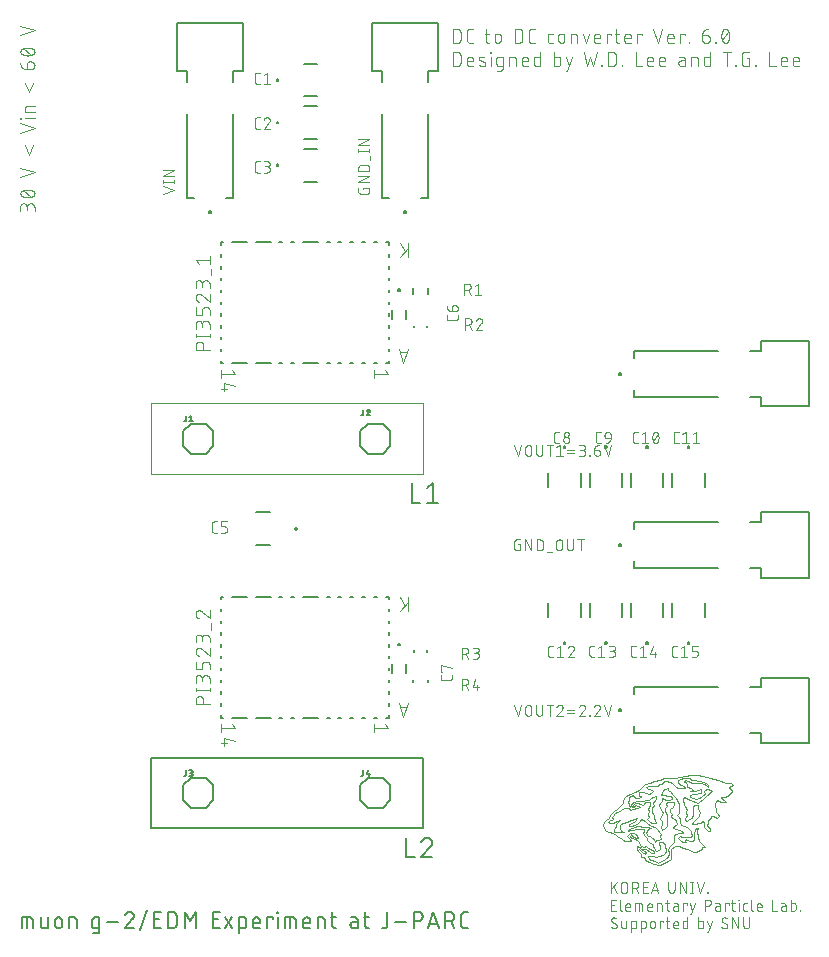
<source format=gbr>
G04 EAGLE Gerber RS-274X export*
G75*
%MOMM*%
%FSLAX34Y34*%
%LPD*%
%INSilkscreen Top*%
%IPPOS*%
%AMOC8*
5,1,8,0,0,1.08239X$1,22.5*%
G01*
%ADD10C,0.100000*%
%ADD11C,0.076200*%
%ADD12C,0.101600*%
%ADD13C,0.152400*%
%ADD14C,0.127000*%
%ADD15C,0.050800*%
%ADD16C,0.200000*%
%ADD17C,0.203200*%


D10*
X606463Y143845D02*
X608763Y143605D01*
X611163Y143255D01*
X612663Y142075D01*
X611263Y140655D01*
X609063Y139825D01*
X610163Y138415D01*
X611863Y137935D01*
X612263Y135925D01*
X610163Y134865D01*
X609563Y133335D01*
X607263Y132855D01*
X605763Y131915D01*
X602863Y131445D01*
X603063Y129905D01*
X604763Y129075D01*
X606463Y127545D01*
X604263Y127185D01*
X602223Y127665D01*
X600483Y128255D01*
X598893Y128845D01*
X597943Y127665D01*
X597783Y126365D01*
X597303Y124945D01*
X597623Y123295D01*
X598573Y121995D01*
X598573Y120215D01*
X598733Y118685D01*
X599683Y117505D01*
X600793Y115845D01*
X599363Y114075D01*
X597143Y114315D01*
X596193Y115615D01*
X594293Y115255D01*
X594293Y113955D01*
X592063Y112895D01*
X591433Y111005D01*
X591273Y109585D01*
X591113Y108175D01*
X591753Y106515D01*
X592863Y104985D01*
X593493Y102735D01*
X591273Y103215D01*
X589843Y104505D01*
X588413Y106045D01*
X587943Y107345D01*
X587783Y108885D01*
X587783Y110065D01*
X586673Y111365D01*
X585243Y109825D01*
X583173Y109705D01*
X581273Y108995D01*
X579513Y108645D01*
X577943Y108995D01*
X578733Y110655D01*
X580793Y112425D01*
X582543Y113845D01*
X583653Y115495D01*
X584133Y116915D01*
X584443Y118445D01*
X584293Y120335D01*
X583493Y121635D01*
X583173Y123175D01*
X583173Y124475D01*
X581433Y124945D01*
X579363Y124705D01*
X578573Y123175D01*
X578733Y121875D01*
X578893Y120215D01*
X578893Y116555D01*
X578093Y115015D01*
X577623Y113845D01*
X575873Y112645D01*
X573973Y111585D01*
X572223Y111835D01*
X572223Y113725D01*
X573023Y115015D01*
X573813Y116425D01*
X573333Y117855D01*
X573333Y119515D01*
X573493Y120815D01*
X573333Y122225D01*
X572053Y123645D01*
X571273Y125065D01*
X571273Y126715D01*
X570793Y128365D01*
X570163Y129905D01*
X570943Y131205D01*
X572863Y130965D01*
X574603Y130145D01*
X576353Y128845D01*
X578893Y128015D01*
X580793Y127305D01*
X583493Y126835D01*
X585083Y127885D01*
X586353Y129305D01*
X587943Y130495D01*
X589213Y131675D01*
X590953Y133215D01*
X592543Y134395D01*
X593493Y135695D01*
X595083Y136635D01*
X593973Y137935D01*
X591113Y138295D01*
X588733Y137935D01*
X588253Y136285D01*
X589363Y134035D01*
X587463Y132975D01*
X585873Y131915D01*
X583973Y130855D01*
X581753Y130145D01*
X578733Y130375D01*
X576673Y131795D01*
X576353Y133685D01*
X578733Y134155D01*
X581433Y134155D01*
X583653Y134635D01*
X585403Y135105D01*
X585873Y136525D01*
X585563Y138055D01*
X583493Y137345D01*
X580323Y136635D01*
X576673Y136525D01*
X578573Y137465D01*
X576833Y139235D01*
X574133Y139945D01*
X573493Y141835D01*
X573333Y144075D01*
X571113Y144555D01*
X572223Y145735D01*
X574603Y145265D01*
X576353Y143965D01*
X578253Y143845D01*
X580483Y143845D01*
X582863Y143375D01*
X585403Y143135D01*
X587943Y142545D01*
X589843Y141365D01*
X591433Y140285D01*
X591753Y141835D01*
X590323Y143015D01*
X588573Y144195D01*
X586983Y144555D01*
X584923Y145145D01*
X582863Y145265D01*
X580953Y145615D01*
X579053Y145735D01*
X577293Y146325D01*
X576673Y147845D01*
X574133Y148095D01*
X570633Y148095D01*
X568413Y146915D01*
X566193Y146205D01*
X566193Y144315D01*
X567303Y142665D01*
X568893Y141835D01*
X571113Y140655D01*
X571903Y139005D01*
X569213Y139235D01*
X566513Y139355D01*
X564293Y140185D01*
X562383Y141715D01*
X561433Y143375D01*
X559053Y144555D01*
X556193Y145025D01*
X554133Y144905D01*
X553653Y143375D01*
X551593Y142665D01*
X550003Y142665D01*
X549053Y141245D01*
X546033Y140655D01*
X543813Y141125D01*
X541273Y141125D01*
X539213Y139945D01*
X540633Y138645D01*
X542863Y138055D01*
X544603Y136405D01*
X543653Y134985D01*
X541593Y134035D01*
X539053Y134865D01*
X536833Y136155D01*
X533023Y136155D01*
X533323Y134275D01*
X533023Y132625D01*
X535243Y132745D01*
X535083Y131555D01*
X532213Y131085D01*
X530633Y130965D01*
X528733Y131315D01*
X528413Y133095D01*
X526673Y132855D01*
X524293Y131915D01*
X524293Y130375D01*
X524443Y128845D01*
X523973Y127075D01*
X524293Y125775D01*
X524293Y123995D01*
X525873Y123525D01*
X526513Y125185D01*
X527463Y126365D01*
X528893Y127665D01*
X531273Y128015D01*
X533653Y128015D01*
X536353Y128365D01*
X539213Y128965D01*
X541433Y129195D01*
X543493Y130735D01*
X545083Y131795D01*
X547303Y132505D01*
X547943Y130855D01*
X546983Y128015D01*
X545083Y127665D01*
X545083Y126365D01*
X545713Y124355D01*
X544443Y122705D01*
X544293Y120815D01*
X543813Y118925D01*
X545083Y117505D01*
X546033Y115965D01*
X545563Y113955D01*
X546353Y112185D01*
X547463Y109825D01*
X544443Y109475D01*
X542703Y110065D01*
X541433Y111365D01*
X540163Y112775D01*
X541753Y114315D01*
X540483Y115965D01*
X540633Y117385D01*
X541433Y119625D01*
X540953Y121405D01*
X541433Y123525D01*
X542543Y125185D01*
X542703Y126955D01*
X538563Y127425D01*
X537143Y125775D01*
X536193Y124475D01*
X534133Y125535D01*
X532383Y126245D01*
X530163Y126245D01*
X528253Y125185D01*
X527463Y123525D01*
X529053Y123175D01*
X530163Y124595D01*
X532213Y124355D01*
X533813Y122815D01*
X531593Y122345D01*
X528253Y121405D01*
X525713Y120925D01*
X524603Y122105D01*
X522853Y122345D01*
X521273Y122345D01*
X518893Y121045D01*
X516983Y119985D01*
X514443Y118925D01*
X512543Y117735D01*
X511113Y115845D01*
X510473Y114545D01*
X511113Y113255D01*
X510633Y111955D01*
X508573Y111955D01*
X507303Y110415D01*
X508883Y109235D01*
X511113Y109355D01*
X512703Y110295D01*
X514133Y111475D01*
X517143Y112185D01*
X516023Y110885D01*
X513813Y108645D01*
X513653Y107105D01*
X513173Y105695D01*
X512383Y104505D01*
X511743Y103325D01*
X512383Y102145D01*
X514293Y101795D01*
X516023Y101555D01*
X518253Y101555D01*
X520323Y102265D01*
X518253Y103095D01*
X516983Y105575D01*
X517463Y107695D01*
X518093Y109115D01*
X520003Y109235D01*
X523023Y110775D01*
X526033Y112065D01*
X529363Y113015D01*
X531753Y113485D01*
X529683Y111475D01*
X527143Y109475D01*
X524763Y108525D01*
X524443Y106875D01*
X526513Y107225D01*
X529843Y108175D01*
X532383Y109585D01*
X533653Y111475D01*
X535243Y112775D01*
X538093Y111125D01*
X540323Y109585D01*
X543653Y107455D01*
X546513Y106045D01*
X548893Y103565D01*
X549683Y102025D01*
X551433Y100495D01*
X551273Y98955D01*
X551903Y96005D01*
X549523Y95065D01*
X547623Y95065D01*
X546353Y93765D01*
X545563Y95765D01*
X544293Y97185D01*
X542863Y98365D01*
X541113Y98835D01*
X538733Y101325D01*
X539523Y102615D01*
X541113Y104155D01*
X543023Y105335D01*
X540323Y106285D01*
X536033Y106395D01*
X533813Y106875D01*
X531753Y107105D01*
X529683Y106395D01*
X527463Y105215D01*
X524443Y104275D01*
X523813Y102855D01*
X526193Y103445D01*
X527943Y104025D01*
X530793Y104395D01*
X532863Y104745D01*
X535243Y104625D01*
X537463Y104505D01*
X537143Y102975D01*
X536513Y101085D01*
X538093Y98835D01*
X539673Y96835D01*
X539673Y95065D01*
X541273Y93645D01*
X542863Y92465D01*
X544763Y91875D01*
X545243Y90095D01*
X545873Y88095D01*
X547303Y85965D01*
X550003Y86555D01*
X550633Y87975D01*
X550793Y89745D01*
X550483Y91875D01*
X550323Y93645D01*
X552703Y93875D01*
X554133Y92225D01*
X554763Y90925D01*
X555563Y89145D01*
X556353Y87145D01*
X556353Y85485D01*
X555403Y83955D01*
X553813Y82185D01*
X550483Y81235D01*
X547303Y80525D01*
X544603Y81475D01*
X541113Y81595D01*
X541593Y79465D01*
X543653Y77925D01*
X546353Y77215D01*
X549213Y76035D01*
X551593Y76985D01*
X554293Y78405D01*
X556353Y79705D01*
X557943Y80995D01*
X558243Y83835D01*
X558093Y87265D01*
X559213Y89985D01*
X560793Y91515D01*
X562543Y93645D01*
X562863Y95875D01*
X562383Y97425D01*
X562543Y99435D01*
X564763Y100135D01*
X567303Y100725D01*
X570003Y101325D01*
X569523Y102975D01*
X567303Y103915D01*
X564443Y104275D01*
X561903Y105215D01*
X562383Y106635D01*
X564293Y107585D01*
X564923Y108995D01*
X564593Y111235D01*
X563653Y113135D01*
X560953Y114075D01*
X560003Y115615D01*
X560793Y117035D01*
X559213Y119035D01*
X559683Y121515D01*
X562063Y123525D01*
X563023Y125655D01*
X562703Y127305D01*
X560483Y127425D01*
X557133Y127185D01*
X556193Y125295D01*
X556673Y123885D01*
X555083Y121875D01*
X555243Y120105D01*
X556023Y117975D01*
X556513Y116085D01*
X556983Y113955D01*
X556673Y111955D01*
X556513Y110065D01*
X556673Y107455D01*
X555243Y104985D01*
X552543Y103675D01*
X551903Y106285D01*
X552223Y108885D01*
X552383Y111365D01*
X550953Y113365D01*
X551753Y115615D01*
X553493Y117855D01*
X552223Y119985D01*
X551113Y121995D01*
X550323Y124945D01*
X551273Y126475D01*
X552223Y128485D01*
X553023Y130615D01*
X555713Y129075D01*
X558413Y128965D01*
X561113Y129785D01*
X561433Y130965D01*
X560163Y132265D01*
X557303Y132855D01*
X554133Y132975D01*
X552063Y132975D01*
X552383Y135225D01*
X553333Y137585D01*
X554923Y138645D01*
X557463Y139005D01*
X557943Y137585D01*
X560483Y135815D01*
X561273Y134155D01*
X562383Y132625D01*
X564293Y130495D01*
X564923Y128725D01*
X566673Y125415D01*
X566833Y122935D01*
X566673Y120335D01*
X566673Y118215D01*
X565563Y116325D01*
X566673Y115015D01*
X567623Y112545D01*
X567463Y110295D01*
X568573Y108175D01*
X571433Y107105D01*
X573653Y106045D01*
X575083Y104395D01*
X576833Y102855D01*
X577293Y101085D01*
X577943Y99435D01*
X577143Y97305D01*
X574443Y97425D01*
X571593Y97545D01*
X569363Y97425D01*
X567463Y98245D01*
X566513Y96955D01*
X567143Y95655D01*
X568573Y93985D01*
X570483Y93285D01*
X572863Y93285D01*
X572383Y94585D01*
X573023Y95875D01*
X575243Y94705D01*
X577943Y93985D01*
X579513Y95175D01*
X579843Y96955D01*
X579683Y99315D01*
X580003Y101085D01*
X580483Y103325D01*
X581113Y105575D01*
X582863Y105215D01*
X582543Y103805D01*
X582543Y101435D01*
X582703Y99545D01*
X583493Y97425D01*
X583813Y94705D01*
X585713Y93055D01*
X587623Y91165D01*
X589213Y89625D01*
X586513Y89035D01*
X586353Y87145D01*
X583023Y86205D01*
X581433Y84775D01*
X578573Y85135D01*
X576353Y86905D01*
X573493Y87975D01*
X570483Y88795D01*
X567303Y89985D01*
X563653Y90215D01*
X560633Y87855D01*
X560323Y85135D01*
X560633Y82185D01*
X560003Y79465D01*
X557623Y77335D01*
X554293Y75565D01*
X550793Y74045D01*
X544923Y74755D01*
X542223Y76155D01*
X539053Y77105D01*
X537943Y78875D01*
X537303Y80405D01*
X534763Y81115D01*
X534763Y83005D01*
X533323Y84775D01*
X532213Y86085D01*
X531103Y87615D01*
X531103Y88915D01*
X531273Y90455D01*
X532863Y89505D01*
X534763Y88915D01*
X533323Y87385D01*
X534763Y86085D01*
X535713Y84775D01*
X538093Y83595D01*
X539053Y84775D01*
X537303Y86085D01*
X535243Y87385D01*
X537143Y87975D01*
X539363Y87615D01*
X540163Y86435D01*
X541753Y85485D01*
X543653Y83835D01*
X545713Y84185D01*
X545713Y85485D01*
X543813Y86315D01*
X542063Y87505D01*
X540783Y88795D01*
X539213Y89865D01*
X537463Y89395D01*
X534763Y90095D01*
X534133Y91285D01*
X532863Y93525D01*
X531433Y94815D01*
X529843Y96005D01*
X527623Y96835D01*
X525243Y97775D01*
X526193Y99905D01*
X526983Y98605D01*
X528733Y98135D01*
X530793Y97185D01*
X532383Y96475D01*
X531103Y98485D01*
X530323Y100025D01*
X528083Y101325D01*
X525403Y101325D01*
X524443Y99905D01*
X523333Y98725D01*
X523653Y97305D01*
X525243Y95765D01*
X526353Y94585D01*
X523493Y94235D01*
X521433Y94235D01*
X519213Y95295D01*
X517783Y96595D01*
X515713Y98135D01*
X513813Y99075D01*
X510793Y100965D01*
X507463Y101795D01*
X505073Y103215D01*
X503173Y105335D01*
X502533Y107805D01*
X503173Y110065D01*
X505073Y112185D01*
X507463Y114195D01*
X508883Y116205D01*
X510153Y117975D01*
X511903Y119745D01*
X514763Y121405D01*
X516513Y123055D01*
X518093Y124945D01*
X519213Y126835D01*
X519363Y128365D01*
X520163Y130615D01*
X521743Y132505D01*
X525713Y134275D01*
X530163Y136155D01*
X533023Y137465D01*
X536033Y139705D01*
X538563Y142545D01*
X542703Y143715D01*
X546193Y145145D01*
X550793Y146085D01*
X554603Y147265D01*
X559683Y147845D01*
X563653Y147745D01*
X567623Y148685D01*
X572223Y149745D01*
X577293Y150225D01*
X582543Y150105D01*
X587463Y149275D01*
X593173Y147625D01*
X596673Y146915D01*
X599683Y145965D01*
X602383Y145145D01*
X604463Y144425D01*
X606463Y143845D01*
D11*
X509314Y59619D02*
X509314Y50381D01*
X509314Y53974D02*
X514446Y59619D01*
X511367Y56026D02*
X514446Y50381D01*
X517884Y52947D02*
X517884Y57053D01*
X517886Y57152D01*
X517892Y57252D01*
X517901Y57351D01*
X517915Y57449D01*
X517932Y57547D01*
X517953Y57645D01*
X517978Y57741D01*
X518007Y57836D01*
X518039Y57931D01*
X518075Y58023D01*
X518114Y58115D01*
X518157Y58205D01*
X518203Y58293D01*
X518253Y58379D01*
X518306Y58463D01*
X518362Y58545D01*
X518422Y58625D01*
X518484Y58702D01*
X518550Y58777D01*
X518618Y58850D01*
X518689Y58919D01*
X518763Y58986D01*
X518839Y59050D01*
X518918Y59111D01*
X518999Y59169D01*
X519082Y59224D01*
X519167Y59275D01*
X519254Y59323D01*
X519343Y59368D01*
X519434Y59409D01*
X519526Y59447D01*
X519619Y59481D01*
X519714Y59511D01*
X519810Y59538D01*
X519907Y59561D01*
X520004Y59580D01*
X520103Y59595D01*
X520202Y59607D01*
X520301Y59615D01*
X520400Y59619D01*
X520500Y59619D01*
X520599Y59615D01*
X520698Y59607D01*
X520797Y59595D01*
X520896Y59580D01*
X520993Y59561D01*
X521090Y59538D01*
X521186Y59511D01*
X521281Y59481D01*
X521374Y59447D01*
X521466Y59409D01*
X521557Y59368D01*
X521646Y59323D01*
X521733Y59275D01*
X521818Y59224D01*
X521901Y59169D01*
X521982Y59111D01*
X522061Y59050D01*
X522137Y58986D01*
X522211Y58919D01*
X522282Y58850D01*
X522350Y58777D01*
X522416Y58702D01*
X522478Y58625D01*
X522538Y58545D01*
X522594Y58463D01*
X522647Y58379D01*
X522697Y58293D01*
X522743Y58205D01*
X522786Y58115D01*
X522825Y58023D01*
X522861Y57931D01*
X522893Y57836D01*
X522922Y57741D01*
X522947Y57645D01*
X522968Y57547D01*
X522985Y57449D01*
X522999Y57351D01*
X523008Y57252D01*
X523014Y57152D01*
X523016Y57053D01*
X523016Y52947D01*
X523014Y52848D01*
X523008Y52748D01*
X522999Y52649D01*
X522985Y52551D01*
X522968Y52453D01*
X522947Y52355D01*
X522922Y52259D01*
X522893Y52164D01*
X522861Y52069D01*
X522825Y51977D01*
X522786Y51885D01*
X522743Y51795D01*
X522697Y51707D01*
X522647Y51621D01*
X522594Y51537D01*
X522538Y51455D01*
X522478Y51375D01*
X522416Y51298D01*
X522350Y51223D01*
X522282Y51150D01*
X522211Y51081D01*
X522137Y51014D01*
X522061Y50950D01*
X521982Y50889D01*
X521901Y50831D01*
X521818Y50776D01*
X521733Y50725D01*
X521646Y50677D01*
X521557Y50632D01*
X521466Y50591D01*
X521374Y50553D01*
X521281Y50519D01*
X521186Y50489D01*
X521090Y50462D01*
X520993Y50439D01*
X520896Y50420D01*
X520797Y50405D01*
X520698Y50393D01*
X520599Y50385D01*
X520500Y50381D01*
X520400Y50381D01*
X520301Y50385D01*
X520202Y50393D01*
X520103Y50405D01*
X520004Y50420D01*
X519907Y50439D01*
X519810Y50462D01*
X519714Y50489D01*
X519619Y50519D01*
X519526Y50553D01*
X519434Y50591D01*
X519343Y50632D01*
X519254Y50677D01*
X519167Y50725D01*
X519082Y50776D01*
X518999Y50831D01*
X518918Y50889D01*
X518839Y50950D01*
X518763Y51014D01*
X518689Y51081D01*
X518618Y51150D01*
X518550Y51223D01*
X518484Y51298D01*
X518422Y51375D01*
X518362Y51455D01*
X518306Y51537D01*
X518253Y51621D01*
X518203Y51707D01*
X518157Y51795D01*
X518114Y51885D01*
X518075Y51977D01*
X518039Y52069D01*
X518007Y52164D01*
X517978Y52259D01*
X517953Y52355D01*
X517932Y52453D01*
X517915Y52551D01*
X517901Y52649D01*
X517892Y52748D01*
X517886Y52848D01*
X517884Y52947D01*
X527241Y50381D02*
X527241Y59619D01*
X529807Y59619D01*
X529906Y59617D01*
X530006Y59611D01*
X530105Y59602D01*
X530203Y59588D01*
X530301Y59571D01*
X530399Y59550D01*
X530495Y59525D01*
X530590Y59496D01*
X530685Y59464D01*
X530777Y59428D01*
X530869Y59389D01*
X530959Y59346D01*
X531047Y59300D01*
X531133Y59250D01*
X531217Y59197D01*
X531299Y59141D01*
X531379Y59081D01*
X531456Y59019D01*
X531531Y58953D01*
X531604Y58885D01*
X531673Y58814D01*
X531740Y58740D01*
X531804Y58664D01*
X531865Y58585D01*
X531923Y58504D01*
X531978Y58421D01*
X532029Y58336D01*
X532077Y58249D01*
X532122Y58160D01*
X532163Y58069D01*
X532201Y57977D01*
X532235Y57884D01*
X532265Y57789D01*
X532292Y57693D01*
X532315Y57596D01*
X532334Y57499D01*
X532349Y57400D01*
X532361Y57301D01*
X532369Y57202D01*
X532373Y57103D01*
X532373Y57003D01*
X532369Y56904D01*
X532361Y56805D01*
X532349Y56706D01*
X532334Y56607D01*
X532315Y56510D01*
X532292Y56413D01*
X532265Y56317D01*
X532235Y56222D01*
X532201Y56129D01*
X532163Y56037D01*
X532122Y55946D01*
X532077Y55857D01*
X532029Y55770D01*
X531978Y55685D01*
X531923Y55602D01*
X531865Y55521D01*
X531804Y55442D01*
X531740Y55366D01*
X531673Y55292D01*
X531604Y55221D01*
X531531Y55153D01*
X531456Y55087D01*
X531379Y55025D01*
X531299Y54965D01*
X531217Y54909D01*
X531133Y54856D01*
X531047Y54806D01*
X530959Y54760D01*
X530869Y54717D01*
X530777Y54678D01*
X530685Y54642D01*
X530590Y54610D01*
X530495Y54581D01*
X530399Y54556D01*
X530301Y54535D01*
X530203Y54518D01*
X530105Y54504D01*
X530006Y54495D01*
X529906Y54489D01*
X529807Y54487D01*
X527241Y54487D01*
X530320Y54487D02*
X532373Y50381D01*
X536501Y50381D02*
X540607Y50381D01*
X536501Y50381D02*
X536501Y59619D01*
X540607Y59619D01*
X539581Y55513D02*
X536501Y55513D01*
X543471Y50381D02*
X546550Y59619D01*
X549629Y50381D01*
X548859Y52691D02*
X544240Y52691D01*
X558084Y52947D02*
X558084Y59619D01*
X558084Y52947D02*
X558086Y52848D01*
X558092Y52748D01*
X558101Y52649D01*
X558115Y52551D01*
X558132Y52453D01*
X558153Y52355D01*
X558178Y52259D01*
X558207Y52164D01*
X558239Y52069D01*
X558275Y51977D01*
X558314Y51885D01*
X558357Y51795D01*
X558403Y51707D01*
X558453Y51621D01*
X558506Y51537D01*
X558562Y51455D01*
X558622Y51375D01*
X558684Y51298D01*
X558750Y51223D01*
X558818Y51150D01*
X558889Y51081D01*
X558963Y51014D01*
X559039Y50950D01*
X559118Y50889D01*
X559199Y50831D01*
X559282Y50776D01*
X559367Y50725D01*
X559454Y50677D01*
X559543Y50632D01*
X559634Y50591D01*
X559726Y50553D01*
X559819Y50519D01*
X559914Y50489D01*
X560010Y50462D01*
X560107Y50439D01*
X560204Y50420D01*
X560303Y50405D01*
X560402Y50393D01*
X560501Y50385D01*
X560600Y50381D01*
X560700Y50381D01*
X560799Y50385D01*
X560898Y50393D01*
X560997Y50405D01*
X561096Y50420D01*
X561193Y50439D01*
X561290Y50462D01*
X561386Y50489D01*
X561481Y50519D01*
X561574Y50553D01*
X561666Y50591D01*
X561757Y50632D01*
X561846Y50677D01*
X561933Y50725D01*
X562018Y50776D01*
X562101Y50831D01*
X562182Y50889D01*
X562261Y50950D01*
X562337Y51014D01*
X562411Y51081D01*
X562482Y51150D01*
X562550Y51223D01*
X562616Y51298D01*
X562678Y51375D01*
X562738Y51455D01*
X562794Y51537D01*
X562847Y51621D01*
X562897Y51707D01*
X562943Y51795D01*
X562986Y51885D01*
X563025Y51977D01*
X563061Y52069D01*
X563093Y52164D01*
X563122Y52259D01*
X563147Y52355D01*
X563168Y52453D01*
X563185Y52551D01*
X563199Y52649D01*
X563208Y52748D01*
X563214Y52848D01*
X563216Y52947D01*
X563216Y59619D01*
X567684Y59619D02*
X567684Y50381D01*
X572816Y50381D02*
X567684Y59619D01*
X572816Y59619D02*
X572816Y50381D01*
X577750Y50381D02*
X577750Y59619D01*
X576723Y50381D02*
X578776Y50381D01*
X578776Y59619D02*
X576723Y59619D01*
X581871Y59619D02*
X584950Y50381D01*
X588029Y59619D01*
X590993Y50894D02*
X590993Y50381D01*
X590993Y50894D02*
X591506Y50894D01*
X591506Y50381D01*
X590993Y50381D01*
X513420Y35381D02*
X509314Y35381D01*
X509314Y44619D01*
X513420Y44619D01*
X512393Y40513D02*
X509314Y40513D01*
X516832Y36921D02*
X516832Y44619D01*
X516832Y36921D02*
X516834Y36845D01*
X516839Y36770D01*
X516849Y36695D01*
X516862Y36621D01*
X516878Y36547D01*
X516898Y36474D01*
X516922Y36402D01*
X516949Y36332D01*
X516980Y36263D01*
X517014Y36195D01*
X517051Y36129D01*
X517092Y36065D01*
X517135Y36004D01*
X517182Y35944D01*
X517231Y35887D01*
X517283Y35832D01*
X517338Y35780D01*
X517395Y35731D01*
X517455Y35684D01*
X517516Y35641D01*
X517580Y35600D01*
X517646Y35563D01*
X517714Y35529D01*
X517783Y35498D01*
X517853Y35471D01*
X517925Y35447D01*
X517998Y35427D01*
X518072Y35411D01*
X518146Y35398D01*
X518221Y35388D01*
X518296Y35383D01*
X518372Y35381D01*
X523050Y35381D02*
X525616Y35381D01*
X523050Y35381D02*
X522974Y35383D01*
X522899Y35388D01*
X522824Y35398D01*
X522750Y35411D01*
X522676Y35427D01*
X522603Y35447D01*
X522531Y35471D01*
X522461Y35498D01*
X522392Y35529D01*
X522324Y35563D01*
X522258Y35600D01*
X522194Y35641D01*
X522133Y35684D01*
X522073Y35731D01*
X522016Y35780D01*
X521961Y35832D01*
X521909Y35887D01*
X521860Y35944D01*
X521813Y36004D01*
X521770Y36065D01*
X521729Y36129D01*
X521692Y36195D01*
X521658Y36263D01*
X521627Y36332D01*
X521600Y36402D01*
X521576Y36474D01*
X521556Y36547D01*
X521540Y36621D01*
X521527Y36695D01*
X521517Y36770D01*
X521512Y36845D01*
X521510Y36921D01*
X521510Y39487D01*
X521512Y39577D01*
X521518Y39666D01*
X521528Y39755D01*
X521541Y39843D01*
X521559Y39931D01*
X521580Y40018D01*
X521605Y40104D01*
X521634Y40189D01*
X521666Y40273D01*
X521702Y40355D01*
X521742Y40435D01*
X521785Y40514D01*
X521832Y40590D01*
X521881Y40665D01*
X521934Y40737D01*
X521990Y40807D01*
X522049Y40874D01*
X522111Y40939D01*
X522176Y41001D01*
X522243Y41060D01*
X522313Y41116D01*
X522385Y41169D01*
X522460Y41218D01*
X522537Y41265D01*
X522615Y41308D01*
X522695Y41348D01*
X522777Y41384D01*
X522861Y41416D01*
X522946Y41445D01*
X523032Y41470D01*
X523119Y41491D01*
X523207Y41509D01*
X523295Y41522D01*
X523384Y41532D01*
X523473Y41538D01*
X523563Y41540D01*
X523653Y41538D01*
X523742Y41532D01*
X523831Y41522D01*
X523919Y41509D01*
X524007Y41491D01*
X524094Y41470D01*
X524180Y41445D01*
X524265Y41416D01*
X524349Y41384D01*
X524431Y41348D01*
X524511Y41308D01*
X524590Y41265D01*
X524666Y41218D01*
X524741Y41169D01*
X524813Y41116D01*
X524883Y41060D01*
X524950Y41001D01*
X525015Y40939D01*
X525077Y40874D01*
X525136Y40807D01*
X525192Y40737D01*
X525245Y40665D01*
X525294Y40590D01*
X525341Y40514D01*
X525384Y40435D01*
X525424Y40355D01*
X525460Y40273D01*
X525492Y40189D01*
X525521Y40104D01*
X525546Y40018D01*
X525567Y39931D01*
X525585Y39843D01*
X525598Y39755D01*
X525608Y39666D01*
X525614Y39577D01*
X525616Y39487D01*
X525616Y38460D01*
X521510Y38460D01*
X529784Y35381D02*
X529784Y41540D01*
X534403Y41540D01*
X534479Y41538D01*
X534554Y41533D01*
X534629Y41523D01*
X534703Y41510D01*
X534777Y41494D01*
X534850Y41474D01*
X534922Y41450D01*
X534992Y41423D01*
X535061Y41392D01*
X535129Y41358D01*
X535195Y41321D01*
X535259Y41280D01*
X535320Y41237D01*
X535380Y41190D01*
X535437Y41141D01*
X535492Y41089D01*
X535544Y41034D01*
X535593Y40977D01*
X535640Y40917D01*
X535683Y40856D01*
X535724Y40792D01*
X535761Y40726D01*
X535795Y40658D01*
X535826Y40589D01*
X535853Y40519D01*
X535877Y40447D01*
X535897Y40374D01*
X535913Y40300D01*
X535926Y40226D01*
X535936Y40151D01*
X535941Y40076D01*
X535943Y40000D01*
X535942Y40000D02*
X535942Y35381D01*
X532863Y35381D02*
X532863Y41540D01*
X541650Y35381D02*
X544216Y35381D01*
X541650Y35381D02*
X541574Y35383D01*
X541499Y35388D01*
X541424Y35398D01*
X541350Y35411D01*
X541276Y35427D01*
X541203Y35447D01*
X541131Y35471D01*
X541061Y35498D01*
X540992Y35529D01*
X540924Y35563D01*
X540858Y35600D01*
X540794Y35641D01*
X540733Y35684D01*
X540673Y35731D01*
X540616Y35780D01*
X540561Y35832D01*
X540509Y35887D01*
X540460Y35944D01*
X540413Y36004D01*
X540370Y36065D01*
X540329Y36129D01*
X540292Y36195D01*
X540258Y36263D01*
X540227Y36332D01*
X540200Y36402D01*
X540176Y36474D01*
X540156Y36547D01*
X540140Y36621D01*
X540127Y36695D01*
X540117Y36770D01*
X540112Y36845D01*
X540110Y36921D01*
X540110Y39487D01*
X540112Y39577D01*
X540118Y39666D01*
X540128Y39755D01*
X540141Y39843D01*
X540159Y39931D01*
X540180Y40018D01*
X540205Y40104D01*
X540234Y40189D01*
X540266Y40273D01*
X540302Y40355D01*
X540342Y40435D01*
X540385Y40514D01*
X540432Y40590D01*
X540481Y40665D01*
X540534Y40737D01*
X540590Y40807D01*
X540649Y40874D01*
X540711Y40939D01*
X540776Y41001D01*
X540843Y41060D01*
X540913Y41116D01*
X540985Y41169D01*
X541060Y41218D01*
X541137Y41265D01*
X541215Y41308D01*
X541295Y41348D01*
X541377Y41384D01*
X541461Y41416D01*
X541546Y41445D01*
X541632Y41470D01*
X541719Y41491D01*
X541807Y41509D01*
X541895Y41522D01*
X541984Y41532D01*
X542073Y41538D01*
X542163Y41540D01*
X542253Y41538D01*
X542342Y41532D01*
X542431Y41522D01*
X542519Y41509D01*
X542607Y41491D01*
X542694Y41470D01*
X542780Y41445D01*
X542865Y41416D01*
X542949Y41384D01*
X543031Y41348D01*
X543111Y41308D01*
X543190Y41265D01*
X543266Y41218D01*
X543341Y41169D01*
X543413Y41116D01*
X543483Y41060D01*
X543550Y41001D01*
X543615Y40939D01*
X543677Y40874D01*
X543736Y40807D01*
X543792Y40737D01*
X543845Y40665D01*
X543894Y40590D01*
X543941Y40514D01*
X543984Y40435D01*
X544024Y40355D01*
X544060Y40273D01*
X544092Y40189D01*
X544121Y40104D01*
X544146Y40018D01*
X544167Y39931D01*
X544185Y39843D01*
X544198Y39755D01*
X544208Y39666D01*
X544214Y39577D01*
X544216Y39487D01*
X544216Y38460D01*
X540110Y38460D01*
X548210Y35381D02*
X548210Y41540D01*
X550776Y41540D01*
X550852Y41538D01*
X550927Y41533D01*
X551002Y41523D01*
X551076Y41510D01*
X551150Y41494D01*
X551223Y41474D01*
X551295Y41450D01*
X551365Y41423D01*
X551434Y41392D01*
X551502Y41358D01*
X551568Y41321D01*
X551632Y41280D01*
X551693Y41237D01*
X551753Y41190D01*
X551810Y41141D01*
X551865Y41089D01*
X551917Y41034D01*
X551966Y40977D01*
X552013Y40917D01*
X552056Y40856D01*
X552097Y40792D01*
X552134Y40726D01*
X552168Y40658D01*
X552199Y40589D01*
X552226Y40519D01*
X552250Y40447D01*
X552270Y40374D01*
X552286Y40300D01*
X552299Y40226D01*
X552309Y40151D01*
X552314Y40076D01*
X552316Y40000D01*
X552316Y35381D01*
X555552Y41540D02*
X558631Y41540D01*
X556579Y44619D02*
X556579Y36921D01*
X556578Y36921D02*
X556580Y36845D01*
X556585Y36770D01*
X556595Y36695D01*
X556608Y36621D01*
X556624Y36547D01*
X556644Y36474D01*
X556668Y36402D01*
X556695Y36332D01*
X556726Y36263D01*
X556760Y36195D01*
X556797Y36129D01*
X556838Y36065D01*
X556881Y36004D01*
X556928Y35944D01*
X556977Y35887D01*
X557029Y35832D01*
X557084Y35780D01*
X557141Y35731D01*
X557201Y35684D01*
X557262Y35641D01*
X557326Y35600D01*
X557392Y35563D01*
X557460Y35529D01*
X557529Y35498D01*
X557599Y35471D01*
X557671Y35447D01*
X557744Y35427D01*
X557818Y35411D01*
X557892Y35398D01*
X557967Y35388D01*
X558042Y35383D01*
X558118Y35381D01*
X558631Y35381D01*
X563761Y38974D02*
X566070Y38974D01*
X563761Y38973D02*
X563678Y38971D01*
X563595Y38965D01*
X563513Y38956D01*
X563431Y38942D01*
X563350Y38925D01*
X563270Y38904D01*
X563190Y38880D01*
X563112Y38852D01*
X563036Y38820D01*
X562960Y38785D01*
X562887Y38746D01*
X562816Y38704D01*
X562746Y38659D01*
X562679Y38610D01*
X562614Y38559D01*
X562551Y38504D01*
X562491Y38447D01*
X562434Y38387D01*
X562379Y38324D01*
X562328Y38259D01*
X562279Y38192D01*
X562234Y38122D01*
X562192Y38051D01*
X562153Y37978D01*
X562118Y37902D01*
X562086Y37826D01*
X562058Y37748D01*
X562034Y37668D01*
X562013Y37588D01*
X561996Y37507D01*
X561982Y37425D01*
X561973Y37343D01*
X561967Y37260D01*
X561965Y37177D01*
X561967Y37094D01*
X561973Y37011D01*
X561982Y36929D01*
X561996Y36847D01*
X562013Y36766D01*
X562034Y36686D01*
X562058Y36606D01*
X562086Y36528D01*
X562118Y36452D01*
X562153Y36376D01*
X562192Y36303D01*
X562234Y36232D01*
X562279Y36162D01*
X562328Y36095D01*
X562379Y36030D01*
X562434Y35967D01*
X562491Y35907D01*
X562551Y35850D01*
X562614Y35795D01*
X562679Y35744D01*
X562746Y35695D01*
X562816Y35650D01*
X562887Y35608D01*
X562960Y35569D01*
X563036Y35534D01*
X563112Y35502D01*
X563190Y35474D01*
X563270Y35450D01*
X563350Y35429D01*
X563431Y35412D01*
X563513Y35398D01*
X563595Y35389D01*
X563678Y35383D01*
X563761Y35381D01*
X566070Y35381D01*
X566070Y40000D01*
X566071Y40000D02*
X566069Y40076D01*
X566064Y40151D01*
X566054Y40226D01*
X566041Y40300D01*
X566025Y40374D01*
X566005Y40447D01*
X565981Y40519D01*
X565954Y40589D01*
X565923Y40658D01*
X565889Y40726D01*
X565852Y40792D01*
X565811Y40856D01*
X565768Y40917D01*
X565721Y40977D01*
X565672Y41034D01*
X565620Y41089D01*
X565565Y41141D01*
X565508Y41190D01*
X565448Y41237D01*
X565387Y41280D01*
X565323Y41321D01*
X565257Y41358D01*
X565189Y41392D01*
X565120Y41423D01*
X565050Y41450D01*
X564978Y41474D01*
X564905Y41494D01*
X564831Y41510D01*
X564757Y41523D01*
X564682Y41533D01*
X564607Y41538D01*
X564531Y41540D01*
X562478Y41540D01*
X570461Y41540D02*
X570461Y35381D01*
X570461Y41540D02*
X573540Y41540D01*
X573540Y40513D01*
X576110Y32302D02*
X577136Y32302D01*
X580216Y41540D01*
X576110Y41540D02*
X578163Y35381D01*
X588927Y35381D02*
X588927Y44619D01*
X591493Y44619D01*
X591592Y44617D01*
X591692Y44611D01*
X591791Y44602D01*
X591889Y44588D01*
X591987Y44571D01*
X592085Y44550D01*
X592181Y44525D01*
X592276Y44496D01*
X592371Y44464D01*
X592463Y44428D01*
X592555Y44389D01*
X592645Y44346D01*
X592733Y44300D01*
X592819Y44250D01*
X592903Y44197D01*
X592985Y44141D01*
X593065Y44081D01*
X593142Y44019D01*
X593217Y43953D01*
X593290Y43885D01*
X593359Y43814D01*
X593426Y43740D01*
X593490Y43664D01*
X593551Y43585D01*
X593609Y43504D01*
X593664Y43421D01*
X593715Y43336D01*
X593763Y43249D01*
X593808Y43160D01*
X593849Y43069D01*
X593887Y42977D01*
X593921Y42884D01*
X593951Y42789D01*
X593978Y42693D01*
X594001Y42596D01*
X594020Y42499D01*
X594035Y42400D01*
X594047Y42301D01*
X594055Y42202D01*
X594059Y42103D01*
X594059Y42003D01*
X594055Y41904D01*
X594047Y41805D01*
X594035Y41706D01*
X594020Y41607D01*
X594001Y41510D01*
X593978Y41413D01*
X593951Y41317D01*
X593921Y41222D01*
X593887Y41129D01*
X593849Y41037D01*
X593808Y40946D01*
X593763Y40857D01*
X593715Y40770D01*
X593664Y40685D01*
X593609Y40602D01*
X593551Y40521D01*
X593490Y40442D01*
X593426Y40366D01*
X593359Y40292D01*
X593290Y40221D01*
X593217Y40153D01*
X593142Y40087D01*
X593065Y40025D01*
X592985Y39965D01*
X592903Y39909D01*
X592819Y39856D01*
X592733Y39806D01*
X592645Y39760D01*
X592555Y39717D01*
X592463Y39678D01*
X592371Y39642D01*
X592276Y39610D01*
X592181Y39581D01*
X592085Y39556D01*
X591987Y39535D01*
X591889Y39518D01*
X591791Y39504D01*
X591692Y39495D01*
X591592Y39489D01*
X591493Y39487D01*
X588927Y39487D01*
X599161Y38974D02*
X601470Y38974D01*
X599161Y38973D02*
X599078Y38971D01*
X598995Y38965D01*
X598913Y38956D01*
X598831Y38942D01*
X598750Y38925D01*
X598670Y38904D01*
X598590Y38880D01*
X598512Y38852D01*
X598436Y38820D01*
X598360Y38785D01*
X598287Y38746D01*
X598216Y38704D01*
X598146Y38659D01*
X598079Y38610D01*
X598014Y38559D01*
X597951Y38504D01*
X597891Y38447D01*
X597834Y38387D01*
X597779Y38324D01*
X597728Y38259D01*
X597679Y38192D01*
X597634Y38122D01*
X597592Y38051D01*
X597553Y37978D01*
X597518Y37902D01*
X597486Y37826D01*
X597458Y37748D01*
X597434Y37668D01*
X597413Y37588D01*
X597396Y37507D01*
X597382Y37425D01*
X597373Y37343D01*
X597367Y37260D01*
X597365Y37177D01*
X597367Y37094D01*
X597373Y37011D01*
X597382Y36929D01*
X597396Y36847D01*
X597413Y36766D01*
X597434Y36686D01*
X597458Y36606D01*
X597486Y36528D01*
X597518Y36452D01*
X597553Y36376D01*
X597592Y36303D01*
X597634Y36232D01*
X597679Y36162D01*
X597728Y36095D01*
X597779Y36030D01*
X597834Y35967D01*
X597891Y35907D01*
X597951Y35850D01*
X598014Y35795D01*
X598079Y35744D01*
X598146Y35695D01*
X598216Y35650D01*
X598287Y35608D01*
X598360Y35569D01*
X598436Y35534D01*
X598512Y35502D01*
X598590Y35474D01*
X598670Y35450D01*
X598750Y35429D01*
X598831Y35412D01*
X598913Y35398D01*
X598995Y35389D01*
X599078Y35383D01*
X599161Y35381D01*
X601470Y35381D01*
X601470Y40000D01*
X601471Y40000D02*
X601469Y40076D01*
X601464Y40151D01*
X601454Y40226D01*
X601441Y40300D01*
X601425Y40374D01*
X601405Y40447D01*
X601381Y40519D01*
X601354Y40589D01*
X601323Y40658D01*
X601289Y40726D01*
X601252Y40792D01*
X601211Y40856D01*
X601168Y40917D01*
X601121Y40977D01*
X601072Y41034D01*
X601020Y41089D01*
X600965Y41141D01*
X600908Y41190D01*
X600848Y41237D01*
X600787Y41280D01*
X600723Y41321D01*
X600657Y41358D01*
X600589Y41392D01*
X600520Y41423D01*
X600450Y41450D01*
X600378Y41474D01*
X600305Y41494D01*
X600231Y41510D01*
X600157Y41523D01*
X600082Y41533D01*
X600007Y41538D01*
X599931Y41540D01*
X597878Y41540D01*
X605861Y41540D02*
X605861Y35381D01*
X605861Y41540D02*
X608940Y41540D01*
X608940Y40513D01*
X611052Y41540D02*
X614131Y41540D01*
X612078Y44619D02*
X612078Y36921D01*
X612080Y36845D01*
X612085Y36770D01*
X612095Y36695D01*
X612108Y36621D01*
X612124Y36547D01*
X612144Y36474D01*
X612168Y36402D01*
X612195Y36332D01*
X612226Y36263D01*
X612260Y36195D01*
X612297Y36129D01*
X612338Y36065D01*
X612381Y36004D01*
X612428Y35944D01*
X612477Y35887D01*
X612529Y35832D01*
X612584Y35780D01*
X612641Y35731D01*
X612701Y35684D01*
X612762Y35641D01*
X612826Y35600D01*
X612892Y35563D01*
X612960Y35529D01*
X613029Y35498D01*
X613099Y35471D01*
X613171Y35447D01*
X613244Y35427D01*
X613318Y35411D01*
X613392Y35398D01*
X613467Y35388D01*
X613542Y35383D01*
X613618Y35381D01*
X614131Y35381D01*
X617463Y35381D02*
X617463Y41540D01*
X617206Y44106D02*
X617206Y44619D01*
X617719Y44619D01*
X617719Y44106D01*
X617206Y44106D01*
X622660Y35381D02*
X624712Y35381D01*
X622660Y35381D02*
X622584Y35383D01*
X622509Y35388D01*
X622434Y35398D01*
X622360Y35411D01*
X622286Y35427D01*
X622213Y35447D01*
X622141Y35471D01*
X622071Y35498D01*
X622002Y35529D01*
X621934Y35563D01*
X621868Y35600D01*
X621804Y35641D01*
X621743Y35684D01*
X621683Y35731D01*
X621626Y35780D01*
X621571Y35832D01*
X621519Y35887D01*
X621470Y35944D01*
X621423Y36004D01*
X621380Y36065D01*
X621339Y36129D01*
X621302Y36195D01*
X621268Y36263D01*
X621237Y36332D01*
X621210Y36402D01*
X621186Y36474D01*
X621166Y36547D01*
X621150Y36621D01*
X621137Y36695D01*
X621127Y36770D01*
X621122Y36845D01*
X621120Y36921D01*
X621120Y40000D01*
X621122Y40076D01*
X621127Y40151D01*
X621137Y40226D01*
X621150Y40300D01*
X621166Y40374D01*
X621186Y40447D01*
X621210Y40519D01*
X621237Y40589D01*
X621268Y40658D01*
X621302Y40726D01*
X621339Y40792D01*
X621380Y40856D01*
X621423Y40917D01*
X621470Y40977D01*
X621519Y41034D01*
X621571Y41089D01*
X621626Y41141D01*
X621683Y41190D01*
X621743Y41237D01*
X621804Y41280D01*
X621868Y41321D01*
X621934Y41358D01*
X622002Y41392D01*
X622071Y41423D01*
X622141Y41450D01*
X622213Y41474D01*
X622286Y41494D01*
X622360Y41510D01*
X622434Y41523D01*
X622509Y41533D01*
X622584Y41538D01*
X622660Y41540D01*
X624712Y41540D01*
X628132Y44619D02*
X628132Y36921D01*
X628131Y36921D02*
X628133Y36845D01*
X628138Y36770D01*
X628148Y36695D01*
X628161Y36621D01*
X628177Y36547D01*
X628197Y36474D01*
X628221Y36402D01*
X628248Y36332D01*
X628279Y36263D01*
X628313Y36195D01*
X628350Y36129D01*
X628391Y36065D01*
X628434Y36004D01*
X628481Y35944D01*
X628530Y35887D01*
X628582Y35832D01*
X628637Y35780D01*
X628694Y35731D01*
X628754Y35684D01*
X628815Y35641D01*
X628879Y35600D01*
X628945Y35563D01*
X629013Y35529D01*
X629082Y35498D01*
X629152Y35471D01*
X629224Y35447D01*
X629297Y35427D01*
X629371Y35411D01*
X629445Y35398D01*
X629520Y35388D01*
X629595Y35383D01*
X629671Y35381D01*
X634349Y35381D02*
X636915Y35381D01*
X634349Y35381D02*
X634273Y35383D01*
X634198Y35388D01*
X634123Y35398D01*
X634049Y35411D01*
X633975Y35427D01*
X633902Y35447D01*
X633830Y35471D01*
X633760Y35498D01*
X633691Y35529D01*
X633623Y35563D01*
X633557Y35600D01*
X633493Y35641D01*
X633432Y35684D01*
X633372Y35731D01*
X633315Y35780D01*
X633260Y35832D01*
X633208Y35887D01*
X633159Y35944D01*
X633112Y36004D01*
X633069Y36065D01*
X633028Y36129D01*
X632991Y36195D01*
X632957Y36263D01*
X632926Y36332D01*
X632899Y36402D01*
X632875Y36474D01*
X632855Y36547D01*
X632839Y36621D01*
X632826Y36695D01*
X632816Y36770D01*
X632811Y36845D01*
X632809Y36921D01*
X632810Y36921D02*
X632810Y39487D01*
X632812Y39577D01*
X632818Y39666D01*
X632828Y39755D01*
X632841Y39843D01*
X632859Y39931D01*
X632880Y40018D01*
X632905Y40104D01*
X632934Y40189D01*
X632966Y40273D01*
X633002Y40355D01*
X633042Y40435D01*
X633085Y40514D01*
X633132Y40590D01*
X633181Y40665D01*
X633234Y40737D01*
X633290Y40807D01*
X633349Y40874D01*
X633411Y40939D01*
X633476Y41001D01*
X633543Y41060D01*
X633613Y41116D01*
X633685Y41169D01*
X633760Y41218D01*
X633837Y41265D01*
X633915Y41308D01*
X633995Y41348D01*
X634077Y41384D01*
X634161Y41416D01*
X634246Y41445D01*
X634332Y41470D01*
X634419Y41491D01*
X634507Y41509D01*
X634595Y41522D01*
X634684Y41532D01*
X634773Y41538D01*
X634863Y41540D01*
X634953Y41538D01*
X635042Y41532D01*
X635131Y41522D01*
X635219Y41509D01*
X635307Y41491D01*
X635394Y41470D01*
X635480Y41445D01*
X635565Y41416D01*
X635649Y41384D01*
X635731Y41348D01*
X635811Y41308D01*
X635890Y41265D01*
X635966Y41218D01*
X636041Y41169D01*
X636113Y41116D01*
X636183Y41060D01*
X636250Y41001D01*
X636315Y40939D01*
X636377Y40874D01*
X636436Y40807D01*
X636492Y40737D01*
X636545Y40665D01*
X636594Y40590D01*
X636641Y40514D01*
X636684Y40435D01*
X636724Y40355D01*
X636760Y40273D01*
X636792Y40189D01*
X636821Y40104D01*
X636846Y40018D01*
X636867Y39931D01*
X636885Y39843D01*
X636898Y39755D01*
X636908Y39666D01*
X636914Y39577D01*
X636916Y39487D01*
X636915Y39487D02*
X636915Y38460D01*
X632810Y38460D01*
X645814Y35381D02*
X645814Y44619D01*
X645814Y35381D02*
X649920Y35381D01*
X654961Y38974D02*
X657270Y38974D01*
X654961Y38973D02*
X654878Y38971D01*
X654795Y38965D01*
X654713Y38956D01*
X654631Y38942D01*
X654550Y38925D01*
X654470Y38904D01*
X654390Y38880D01*
X654312Y38852D01*
X654236Y38820D01*
X654160Y38785D01*
X654087Y38746D01*
X654016Y38704D01*
X653946Y38659D01*
X653879Y38610D01*
X653814Y38559D01*
X653751Y38504D01*
X653691Y38447D01*
X653634Y38387D01*
X653579Y38324D01*
X653528Y38259D01*
X653479Y38192D01*
X653434Y38122D01*
X653392Y38051D01*
X653353Y37978D01*
X653318Y37902D01*
X653286Y37826D01*
X653258Y37748D01*
X653234Y37668D01*
X653213Y37588D01*
X653196Y37507D01*
X653182Y37425D01*
X653173Y37343D01*
X653167Y37260D01*
X653165Y37177D01*
X653167Y37094D01*
X653173Y37011D01*
X653182Y36929D01*
X653196Y36847D01*
X653213Y36766D01*
X653234Y36686D01*
X653258Y36606D01*
X653286Y36528D01*
X653318Y36452D01*
X653353Y36376D01*
X653392Y36303D01*
X653434Y36232D01*
X653479Y36162D01*
X653528Y36095D01*
X653579Y36030D01*
X653634Y35967D01*
X653691Y35907D01*
X653751Y35850D01*
X653814Y35795D01*
X653879Y35744D01*
X653946Y35695D01*
X654016Y35650D01*
X654087Y35608D01*
X654160Y35569D01*
X654236Y35534D01*
X654312Y35502D01*
X654390Y35474D01*
X654470Y35450D01*
X654550Y35429D01*
X654631Y35412D01*
X654713Y35398D01*
X654795Y35389D01*
X654878Y35383D01*
X654961Y35381D01*
X657270Y35381D01*
X657270Y40000D01*
X657268Y40076D01*
X657263Y40151D01*
X657253Y40226D01*
X657240Y40300D01*
X657224Y40374D01*
X657204Y40447D01*
X657180Y40519D01*
X657153Y40589D01*
X657122Y40658D01*
X657088Y40726D01*
X657051Y40792D01*
X657010Y40856D01*
X656967Y40917D01*
X656920Y40977D01*
X656871Y41034D01*
X656819Y41089D01*
X656764Y41141D01*
X656707Y41190D01*
X656647Y41237D01*
X656586Y41280D01*
X656522Y41321D01*
X656456Y41358D01*
X656388Y41392D01*
X656319Y41423D01*
X656249Y41450D01*
X656177Y41474D01*
X656104Y41494D01*
X656030Y41510D01*
X655956Y41523D01*
X655881Y41533D01*
X655806Y41538D01*
X655730Y41540D01*
X653678Y41540D01*
X661655Y44619D02*
X661655Y35381D01*
X664221Y35381D01*
X664297Y35383D01*
X664372Y35388D01*
X664447Y35398D01*
X664521Y35411D01*
X664595Y35427D01*
X664668Y35447D01*
X664740Y35471D01*
X664810Y35498D01*
X664879Y35529D01*
X664947Y35563D01*
X665013Y35600D01*
X665077Y35641D01*
X665138Y35684D01*
X665198Y35731D01*
X665255Y35780D01*
X665310Y35832D01*
X665362Y35887D01*
X665411Y35944D01*
X665458Y36004D01*
X665501Y36065D01*
X665542Y36129D01*
X665579Y36195D01*
X665613Y36263D01*
X665644Y36332D01*
X665671Y36402D01*
X665695Y36474D01*
X665715Y36547D01*
X665731Y36621D01*
X665744Y36695D01*
X665754Y36770D01*
X665759Y36845D01*
X665761Y36921D01*
X665761Y40000D01*
X665759Y40076D01*
X665754Y40151D01*
X665744Y40226D01*
X665731Y40300D01*
X665715Y40374D01*
X665695Y40447D01*
X665671Y40519D01*
X665644Y40589D01*
X665613Y40658D01*
X665579Y40726D01*
X665542Y40792D01*
X665501Y40856D01*
X665458Y40917D01*
X665411Y40977D01*
X665362Y41034D01*
X665310Y41089D01*
X665255Y41141D01*
X665198Y41190D01*
X665138Y41237D01*
X665077Y41280D01*
X665013Y41321D01*
X664947Y41358D01*
X664879Y41392D01*
X664810Y41423D01*
X664740Y41450D01*
X664668Y41474D01*
X664595Y41494D01*
X664521Y41510D01*
X664447Y41523D01*
X664372Y41533D01*
X664297Y41538D01*
X664221Y41540D01*
X661655Y41540D01*
X669106Y35894D02*
X669106Y35381D01*
X669106Y35894D02*
X669619Y35894D01*
X669619Y35381D01*
X669106Y35381D01*
X514446Y22434D02*
X514444Y22344D01*
X514438Y22255D01*
X514428Y22166D01*
X514415Y22078D01*
X514397Y21990D01*
X514376Y21903D01*
X514351Y21817D01*
X514322Y21732D01*
X514290Y21648D01*
X514254Y21566D01*
X514214Y21486D01*
X514171Y21407D01*
X514124Y21331D01*
X514075Y21256D01*
X514022Y21184D01*
X513966Y21114D01*
X513907Y21047D01*
X513845Y20982D01*
X513780Y20920D01*
X513713Y20861D01*
X513643Y20805D01*
X513571Y20752D01*
X513496Y20703D01*
X513420Y20656D01*
X513341Y20613D01*
X513261Y20573D01*
X513179Y20537D01*
X513095Y20505D01*
X513010Y20476D01*
X512924Y20451D01*
X512837Y20430D01*
X512749Y20412D01*
X512661Y20399D01*
X512572Y20389D01*
X512483Y20383D01*
X512393Y20381D01*
X512266Y20383D01*
X512139Y20388D01*
X512013Y20398D01*
X511887Y20411D01*
X511761Y20427D01*
X511636Y20448D01*
X511511Y20472D01*
X511388Y20499D01*
X511265Y20530D01*
X511143Y20565D01*
X511022Y20603D01*
X510902Y20645D01*
X510784Y20691D01*
X510667Y20739D01*
X510551Y20792D01*
X510437Y20847D01*
X510325Y20906D01*
X510214Y20968D01*
X510105Y21033D01*
X509999Y21102D01*
X509894Y21173D01*
X509791Y21248D01*
X509691Y21326D01*
X509593Y21406D01*
X509497Y21489D01*
X509404Y21575D01*
X509313Y21664D01*
X509571Y27566D02*
X509573Y27656D01*
X509579Y27745D01*
X509589Y27834D01*
X509602Y27923D01*
X509620Y28010D01*
X509641Y28097D01*
X509666Y28183D01*
X509695Y28268D01*
X509727Y28352D01*
X509763Y28434D01*
X509803Y28514D01*
X509846Y28593D01*
X509893Y28669D01*
X509942Y28744D01*
X509995Y28816D01*
X510051Y28886D01*
X510110Y28953D01*
X510172Y29018D01*
X510237Y29080D01*
X510304Y29139D01*
X510374Y29195D01*
X510446Y29248D01*
X510521Y29297D01*
X510598Y29344D01*
X510676Y29387D01*
X510756Y29427D01*
X510838Y29463D01*
X510922Y29495D01*
X511007Y29524D01*
X511093Y29549D01*
X511180Y29570D01*
X511268Y29588D01*
X511356Y29601D01*
X511445Y29611D01*
X511534Y29617D01*
X511624Y29619D01*
X511748Y29617D01*
X511872Y29611D01*
X511995Y29601D01*
X512118Y29587D01*
X512241Y29569D01*
X512362Y29547D01*
X512484Y29522D01*
X512604Y29492D01*
X512723Y29459D01*
X512841Y29421D01*
X512958Y29380D01*
X513073Y29336D01*
X513187Y29287D01*
X513300Y29235D01*
X513410Y29179D01*
X513519Y29120D01*
X513626Y29057D01*
X513731Y28991D01*
X513833Y28922D01*
X513933Y28849D01*
X510597Y25770D02*
X510521Y25817D01*
X510446Y25868D01*
X510374Y25922D01*
X510304Y25979D01*
X510237Y26039D01*
X510172Y26102D01*
X510110Y26167D01*
X510051Y26235D01*
X509995Y26306D01*
X509942Y26379D01*
X509892Y26454D01*
X509846Y26532D01*
X509803Y26611D01*
X509763Y26692D01*
X509727Y26775D01*
X509695Y26859D01*
X509666Y26944D01*
X509641Y27031D01*
X509620Y27119D01*
X509602Y27207D01*
X509589Y27296D01*
X509579Y27386D01*
X509573Y27476D01*
X509571Y27566D01*
X513419Y24230D02*
X513496Y24183D01*
X513571Y24132D01*
X513643Y24078D01*
X513713Y24021D01*
X513780Y23961D01*
X513845Y23898D01*
X513907Y23833D01*
X513966Y23765D01*
X514022Y23694D01*
X514075Y23621D01*
X514125Y23546D01*
X514171Y23468D01*
X514214Y23389D01*
X514254Y23308D01*
X514290Y23225D01*
X514322Y23141D01*
X514351Y23056D01*
X514376Y22969D01*
X514397Y22882D01*
X514415Y22793D01*
X514428Y22704D01*
X514438Y22614D01*
X514444Y22524D01*
X514446Y22434D01*
X513420Y24230D02*
X510597Y25770D01*
X518227Y26540D02*
X518227Y21921D01*
X518229Y21845D01*
X518234Y21770D01*
X518244Y21695D01*
X518257Y21621D01*
X518273Y21547D01*
X518293Y21474D01*
X518317Y21402D01*
X518344Y21332D01*
X518375Y21263D01*
X518409Y21195D01*
X518446Y21129D01*
X518487Y21065D01*
X518530Y21004D01*
X518577Y20944D01*
X518626Y20887D01*
X518678Y20832D01*
X518733Y20780D01*
X518790Y20731D01*
X518850Y20684D01*
X518911Y20641D01*
X518975Y20600D01*
X519041Y20563D01*
X519109Y20529D01*
X519178Y20498D01*
X519248Y20471D01*
X519320Y20447D01*
X519393Y20427D01*
X519467Y20411D01*
X519541Y20398D01*
X519616Y20388D01*
X519691Y20383D01*
X519767Y20381D01*
X522333Y20381D01*
X522333Y26540D01*
X526673Y26540D02*
X526673Y17302D01*
X526673Y26540D02*
X529239Y26540D01*
X529315Y26538D01*
X529390Y26533D01*
X529465Y26523D01*
X529539Y26510D01*
X529613Y26494D01*
X529686Y26474D01*
X529758Y26450D01*
X529828Y26423D01*
X529897Y26392D01*
X529965Y26358D01*
X530031Y26321D01*
X530095Y26280D01*
X530156Y26237D01*
X530216Y26190D01*
X530273Y26141D01*
X530328Y26089D01*
X530380Y26034D01*
X530429Y25977D01*
X530476Y25917D01*
X530519Y25856D01*
X530560Y25792D01*
X530597Y25726D01*
X530631Y25658D01*
X530662Y25589D01*
X530689Y25519D01*
X530713Y25447D01*
X530733Y25374D01*
X530749Y25300D01*
X530762Y25226D01*
X530772Y25151D01*
X530777Y25076D01*
X530779Y25000D01*
X530778Y25000D02*
X530778Y21921D01*
X530779Y21921D02*
X530777Y21843D01*
X530771Y21765D01*
X530761Y21688D01*
X530747Y21611D01*
X530730Y21535D01*
X530708Y21460D01*
X530683Y21386D01*
X530654Y21314D01*
X530622Y21243D01*
X530585Y21174D01*
X530546Y21106D01*
X530503Y21041D01*
X530457Y20978D01*
X530407Y20918D01*
X530355Y20860D01*
X530300Y20805D01*
X530242Y20753D01*
X530182Y20703D01*
X530119Y20657D01*
X530054Y20614D01*
X529986Y20575D01*
X529917Y20538D01*
X529846Y20506D01*
X529774Y20477D01*
X529700Y20452D01*
X529625Y20430D01*
X529549Y20413D01*
X529472Y20399D01*
X529395Y20389D01*
X529317Y20383D01*
X529239Y20381D01*
X526673Y20381D01*
X534773Y17302D02*
X534773Y26540D01*
X537339Y26540D01*
X537415Y26538D01*
X537490Y26533D01*
X537565Y26523D01*
X537639Y26510D01*
X537713Y26494D01*
X537786Y26474D01*
X537858Y26450D01*
X537928Y26423D01*
X537997Y26392D01*
X538065Y26358D01*
X538131Y26321D01*
X538195Y26280D01*
X538256Y26237D01*
X538316Y26190D01*
X538373Y26141D01*
X538428Y26089D01*
X538480Y26034D01*
X538529Y25977D01*
X538576Y25917D01*
X538619Y25856D01*
X538660Y25792D01*
X538697Y25726D01*
X538731Y25658D01*
X538762Y25589D01*
X538789Y25519D01*
X538813Y25447D01*
X538833Y25374D01*
X538849Y25300D01*
X538862Y25226D01*
X538872Y25151D01*
X538877Y25076D01*
X538879Y25000D01*
X538878Y25000D02*
X538878Y21921D01*
X538879Y21921D02*
X538877Y21843D01*
X538871Y21765D01*
X538861Y21688D01*
X538847Y21611D01*
X538830Y21535D01*
X538808Y21460D01*
X538783Y21386D01*
X538754Y21314D01*
X538722Y21243D01*
X538685Y21174D01*
X538646Y21106D01*
X538603Y21041D01*
X538557Y20978D01*
X538507Y20918D01*
X538455Y20860D01*
X538400Y20805D01*
X538342Y20753D01*
X538282Y20703D01*
X538219Y20657D01*
X538154Y20614D01*
X538086Y20575D01*
X538017Y20538D01*
X537946Y20506D01*
X537874Y20477D01*
X537800Y20452D01*
X537725Y20430D01*
X537649Y20413D01*
X537572Y20399D01*
X537495Y20389D01*
X537417Y20383D01*
X537339Y20381D01*
X534773Y20381D01*
X542527Y22434D02*
X542527Y24487D01*
X542529Y24577D01*
X542535Y24666D01*
X542545Y24755D01*
X542558Y24843D01*
X542576Y24931D01*
X542597Y25018D01*
X542622Y25104D01*
X542651Y25189D01*
X542683Y25273D01*
X542719Y25355D01*
X542759Y25435D01*
X542802Y25514D01*
X542849Y25590D01*
X542898Y25665D01*
X542951Y25737D01*
X543007Y25807D01*
X543066Y25874D01*
X543128Y25939D01*
X543193Y26001D01*
X543260Y26060D01*
X543330Y26116D01*
X543402Y26169D01*
X543477Y26218D01*
X543554Y26265D01*
X543632Y26308D01*
X543712Y26348D01*
X543794Y26384D01*
X543878Y26416D01*
X543963Y26445D01*
X544049Y26470D01*
X544136Y26491D01*
X544224Y26509D01*
X544312Y26522D01*
X544401Y26532D01*
X544490Y26538D01*
X544580Y26540D01*
X544670Y26538D01*
X544759Y26532D01*
X544848Y26522D01*
X544936Y26509D01*
X545024Y26491D01*
X545111Y26470D01*
X545197Y26445D01*
X545282Y26416D01*
X545366Y26384D01*
X545448Y26348D01*
X545528Y26308D01*
X545607Y26265D01*
X545683Y26218D01*
X545758Y26169D01*
X545830Y26116D01*
X545900Y26060D01*
X545967Y26001D01*
X546032Y25939D01*
X546094Y25874D01*
X546153Y25807D01*
X546209Y25737D01*
X546262Y25665D01*
X546311Y25590D01*
X546358Y25514D01*
X546401Y25435D01*
X546441Y25355D01*
X546477Y25273D01*
X546509Y25189D01*
X546538Y25104D01*
X546563Y25018D01*
X546584Y24931D01*
X546602Y24843D01*
X546615Y24755D01*
X546625Y24666D01*
X546631Y24577D01*
X546633Y24487D01*
X546633Y22434D01*
X546631Y22344D01*
X546625Y22255D01*
X546615Y22166D01*
X546602Y22078D01*
X546584Y21990D01*
X546563Y21903D01*
X546538Y21817D01*
X546509Y21732D01*
X546477Y21648D01*
X546441Y21566D01*
X546401Y21486D01*
X546358Y21407D01*
X546311Y21331D01*
X546262Y21256D01*
X546209Y21184D01*
X546153Y21114D01*
X546094Y21047D01*
X546032Y20982D01*
X545967Y20920D01*
X545900Y20861D01*
X545830Y20805D01*
X545758Y20752D01*
X545683Y20703D01*
X545607Y20656D01*
X545528Y20613D01*
X545448Y20573D01*
X545366Y20537D01*
X545282Y20505D01*
X545197Y20476D01*
X545111Y20451D01*
X545024Y20430D01*
X544936Y20412D01*
X544848Y20399D01*
X544759Y20389D01*
X544670Y20383D01*
X544580Y20381D01*
X544490Y20383D01*
X544401Y20389D01*
X544312Y20399D01*
X544224Y20412D01*
X544136Y20430D01*
X544049Y20451D01*
X543963Y20476D01*
X543878Y20505D01*
X543794Y20537D01*
X543712Y20573D01*
X543632Y20613D01*
X543554Y20656D01*
X543477Y20703D01*
X543402Y20752D01*
X543330Y20805D01*
X543260Y20861D01*
X543193Y20920D01*
X543128Y20982D01*
X543066Y21047D01*
X543007Y21114D01*
X542951Y21184D01*
X542898Y21256D01*
X542849Y21331D01*
X542802Y21408D01*
X542759Y21486D01*
X542719Y21566D01*
X542683Y21648D01*
X542651Y21732D01*
X542622Y21817D01*
X542597Y21903D01*
X542576Y21990D01*
X542558Y22078D01*
X542545Y22166D01*
X542535Y22255D01*
X542529Y22344D01*
X542527Y22434D01*
X550678Y20381D02*
X550678Y26540D01*
X553758Y26540D01*
X553758Y25513D01*
X555869Y26540D02*
X558949Y26540D01*
X556896Y29619D02*
X556896Y21921D01*
X556898Y21845D01*
X556903Y21770D01*
X556913Y21695D01*
X556926Y21621D01*
X556942Y21547D01*
X556962Y21474D01*
X556986Y21402D01*
X557013Y21332D01*
X557044Y21263D01*
X557078Y21195D01*
X557115Y21129D01*
X557156Y21065D01*
X557199Y21004D01*
X557246Y20944D01*
X557295Y20887D01*
X557347Y20832D01*
X557402Y20780D01*
X557459Y20731D01*
X557519Y20684D01*
X557580Y20641D01*
X557644Y20600D01*
X557710Y20563D01*
X557778Y20529D01*
X557847Y20498D01*
X557917Y20471D01*
X557989Y20447D01*
X558062Y20427D01*
X558136Y20411D01*
X558210Y20398D01*
X558285Y20388D01*
X558360Y20383D01*
X558436Y20381D01*
X558949Y20381D01*
X563867Y20381D02*
X566433Y20381D01*
X563867Y20381D02*
X563791Y20383D01*
X563716Y20388D01*
X563641Y20398D01*
X563567Y20411D01*
X563493Y20427D01*
X563420Y20447D01*
X563348Y20471D01*
X563278Y20498D01*
X563209Y20529D01*
X563141Y20563D01*
X563075Y20600D01*
X563011Y20641D01*
X562950Y20684D01*
X562890Y20731D01*
X562833Y20780D01*
X562778Y20832D01*
X562726Y20887D01*
X562677Y20944D01*
X562630Y21004D01*
X562587Y21065D01*
X562546Y21129D01*
X562509Y21195D01*
X562475Y21263D01*
X562444Y21332D01*
X562417Y21402D01*
X562393Y21474D01*
X562373Y21547D01*
X562357Y21621D01*
X562344Y21695D01*
X562334Y21770D01*
X562329Y21845D01*
X562327Y21921D01*
X562327Y24487D01*
X562329Y24577D01*
X562335Y24666D01*
X562345Y24755D01*
X562358Y24843D01*
X562376Y24931D01*
X562397Y25018D01*
X562422Y25104D01*
X562451Y25189D01*
X562483Y25273D01*
X562519Y25355D01*
X562559Y25435D01*
X562602Y25514D01*
X562649Y25590D01*
X562698Y25665D01*
X562751Y25737D01*
X562807Y25807D01*
X562866Y25874D01*
X562928Y25939D01*
X562993Y26001D01*
X563060Y26060D01*
X563130Y26116D01*
X563202Y26169D01*
X563277Y26218D01*
X563354Y26265D01*
X563432Y26308D01*
X563512Y26348D01*
X563594Y26384D01*
X563678Y26416D01*
X563763Y26445D01*
X563849Y26470D01*
X563936Y26491D01*
X564024Y26509D01*
X564112Y26522D01*
X564201Y26532D01*
X564290Y26538D01*
X564380Y26540D01*
X564470Y26538D01*
X564559Y26532D01*
X564648Y26522D01*
X564736Y26509D01*
X564824Y26491D01*
X564911Y26470D01*
X564997Y26445D01*
X565082Y26416D01*
X565166Y26384D01*
X565248Y26348D01*
X565328Y26308D01*
X565407Y26265D01*
X565483Y26218D01*
X565558Y26169D01*
X565630Y26116D01*
X565700Y26060D01*
X565767Y26001D01*
X565832Y25939D01*
X565894Y25874D01*
X565953Y25807D01*
X566009Y25737D01*
X566062Y25665D01*
X566111Y25590D01*
X566158Y25514D01*
X566201Y25435D01*
X566241Y25355D01*
X566277Y25273D01*
X566309Y25189D01*
X566338Y25104D01*
X566363Y25018D01*
X566384Y24931D01*
X566402Y24843D01*
X566415Y24755D01*
X566425Y24666D01*
X566431Y24577D01*
X566433Y24487D01*
X566433Y23460D01*
X562327Y23460D01*
X574188Y20381D02*
X574188Y29619D01*
X574188Y20381D02*
X571622Y20381D01*
X571546Y20383D01*
X571471Y20388D01*
X571396Y20398D01*
X571322Y20411D01*
X571248Y20427D01*
X571175Y20447D01*
X571103Y20471D01*
X571033Y20498D01*
X570964Y20529D01*
X570896Y20563D01*
X570830Y20600D01*
X570766Y20641D01*
X570705Y20684D01*
X570645Y20731D01*
X570588Y20780D01*
X570533Y20832D01*
X570481Y20887D01*
X570432Y20944D01*
X570385Y21004D01*
X570342Y21065D01*
X570301Y21129D01*
X570264Y21195D01*
X570230Y21263D01*
X570199Y21332D01*
X570172Y21402D01*
X570148Y21474D01*
X570128Y21547D01*
X570112Y21621D01*
X570099Y21695D01*
X570089Y21770D01*
X570084Y21845D01*
X570082Y21921D01*
X570082Y25000D01*
X570084Y25076D01*
X570089Y25151D01*
X570099Y25226D01*
X570112Y25300D01*
X570128Y25374D01*
X570148Y25447D01*
X570172Y25519D01*
X570199Y25589D01*
X570230Y25658D01*
X570264Y25726D01*
X570301Y25792D01*
X570342Y25856D01*
X570385Y25917D01*
X570432Y25977D01*
X570481Y26034D01*
X570533Y26089D01*
X570588Y26141D01*
X570645Y26190D01*
X570705Y26237D01*
X570766Y26280D01*
X570830Y26321D01*
X570896Y26358D01*
X570964Y26392D01*
X571033Y26423D01*
X571103Y26450D01*
X571175Y26474D01*
X571248Y26494D01*
X571322Y26510D01*
X571396Y26523D01*
X571471Y26533D01*
X571546Y26538D01*
X571622Y26540D01*
X574188Y26540D01*
X583372Y29619D02*
X583372Y20381D01*
X585939Y20381D01*
X586015Y20383D01*
X586090Y20388D01*
X586165Y20398D01*
X586239Y20411D01*
X586313Y20427D01*
X586386Y20447D01*
X586458Y20471D01*
X586528Y20498D01*
X586597Y20529D01*
X586665Y20563D01*
X586731Y20600D01*
X586795Y20641D01*
X586856Y20684D01*
X586916Y20731D01*
X586973Y20780D01*
X587028Y20832D01*
X587080Y20887D01*
X587129Y20944D01*
X587176Y21004D01*
X587219Y21065D01*
X587260Y21129D01*
X587297Y21195D01*
X587331Y21263D01*
X587362Y21332D01*
X587389Y21402D01*
X587413Y21474D01*
X587433Y21547D01*
X587449Y21621D01*
X587462Y21695D01*
X587472Y21770D01*
X587477Y21845D01*
X587479Y21921D01*
X587478Y21921D02*
X587478Y25000D01*
X587479Y25000D02*
X587477Y25076D01*
X587472Y25151D01*
X587462Y25226D01*
X587449Y25300D01*
X587433Y25374D01*
X587413Y25447D01*
X587389Y25519D01*
X587362Y25589D01*
X587331Y25658D01*
X587297Y25726D01*
X587260Y25792D01*
X587219Y25856D01*
X587176Y25917D01*
X587129Y25977D01*
X587080Y26034D01*
X587028Y26089D01*
X586973Y26141D01*
X586916Y26190D01*
X586856Y26237D01*
X586795Y26280D01*
X586731Y26321D01*
X586665Y26358D01*
X586597Y26392D01*
X586528Y26423D01*
X586458Y26450D01*
X586386Y26474D01*
X586313Y26494D01*
X586239Y26510D01*
X586165Y26523D01*
X586090Y26533D01*
X586015Y26538D01*
X585939Y26540D01*
X583372Y26540D01*
X590827Y17302D02*
X591854Y17302D01*
X594933Y26540D01*
X590827Y26540D02*
X592880Y20381D01*
X605993Y20381D02*
X606083Y20383D01*
X606172Y20389D01*
X606261Y20399D01*
X606349Y20412D01*
X606437Y20430D01*
X606524Y20451D01*
X606610Y20476D01*
X606695Y20505D01*
X606779Y20537D01*
X606861Y20573D01*
X606941Y20613D01*
X607020Y20656D01*
X607096Y20703D01*
X607171Y20752D01*
X607243Y20805D01*
X607313Y20861D01*
X607380Y20920D01*
X607445Y20982D01*
X607507Y21047D01*
X607566Y21114D01*
X607622Y21184D01*
X607675Y21256D01*
X607724Y21331D01*
X607771Y21407D01*
X607814Y21486D01*
X607854Y21566D01*
X607890Y21648D01*
X607922Y21732D01*
X607951Y21817D01*
X607976Y21903D01*
X607997Y21990D01*
X608015Y22078D01*
X608028Y22166D01*
X608038Y22255D01*
X608044Y22344D01*
X608046Y22434D01*
X605993Y20381D02*
X605866Y20383D01*
X605739Y20388D01*
X605613Y20398D01*
X605487Y20411D01*
X605361Y20427D01*
X605236Y20448D01*
X605111Y20472D01*
X604988Y20499D01*
X604865Y20530D01*
X604743Y20565D01*
X604622Y20603D01*
X604502Y20645D01*
X604384Y20691D01*
X604267Y20739D01*
X604151Y20792D01*
X604037Y20847D01*
X603925Y20906D01*
X603814Y20968D01*
X603705Y21033D01*
X603599Y21102D01*
X603494Y21173D01*
X603391Y21248D01*
X603291Y21326D01*
X603193Y21406D01*
X603097Y21489D01*
X603004Y21575D01*
X602913Y21664D01*
X603170Y27566D02*
X603172Y27656D01*
X603178Y27745D01*
X603188Y27834D01*
X603201Y27923D01*
X603219Y28010D01*
X603240Y28097D01*
X603265Y28183D01*
X603294Y28268D01*
X603326Y28352D01*
X603362Y28434D01*
X603402Y28514D01*
X603445Y28593D01*
X603492Y28669D01*
X603541Y28744D01*
X603594Y28816D01*
X603650Y28886D01*
X603709Y28953D01*
X603771Y29018D01*
X603836Y29080D01*
X603903Y29139D01*
X603973Y29195D01*
X604045Y29248D01*
X604120Y29297D01*
X604197Y29344D01*
X604275Y29387D01*
X604355Y29427D01*
X604437Y29463D01*
X604521Y29495D01*
X604606Y29524D01*
X604692Y29549D01*
X604779Y29570D01*
X604867Y29588D01*
X604955Y29601D01*
X605044Y29611D01*
X605133Y29617D01*
X605223Y29619D01*
X605347Y29617D01*
X605471Y29611D01*
X605594Y29601D01*
X605717Y29587D01*
X605840Y29569D01*
X605961Y29547D01*
X606083Y29522D01*
X606203Y29492D01*
X606322Y29459D01*
X606440Y29421D01*
X606557Y29380D01*
X606672Y29336D01*
X606786Y29287D01*
X606899Y29235D01*
X607009Y29179D01*
X607118Y29120D01*
X607225Y29057D01*
X607330Y28991D01*
X607432Y28922D01*
X607532Y28849D01*
X604197Y25770D02*
X604121Y25817D01*
X604046Y25868D01*
X603974Y25922D01*
X603904Y25979D01*
X603837Y26039D01*
X603772Y26102D01*
X603710Y26167D01*
X603651Y26235D01*
X603595Y26306D01*
X603542Y26379D01*
X603492Y26454D01*
X603446Y26532D01*
X603403Y26611D01*
X603363Y26692D01*
X603327Y26775D01*
X603295Y26859D01*
X603266Y26944D01*
X603241Y27031D01*
X603220Y27119D01*
X603202Y27207D01*
X603189Y27296D01*
X603179Y27386D01*
X603173Y27476D01*
X603171Y27566D01*
X607019Y24230D02*
X607096Y24183D01*
X607171Y24132D01*
X607243Y24078D01*
X607313Y24021D01*
X607380Y23961D01*
X607445Y23898D01*
X607507Y23833D01*
X607566Y23765D01*
X607622Y23694D01*
X607675Y23621D01*
X607725Y23546D01*
X607771Y23468D01*
X607814Y23389D01*
X607854Y23308D01*
X607890Y23225D01*
X607922Y23141D01*
X607951Y23056D01*
X607976Y22969D01*
X607997Y22882D01*
X608015Y22793D01*
X608028Y22704D01*
X608038Y22614D01*
X608044Y22524D01*
X608046Y22434D01*
X607020Y24230D02*
X604197Y25770D01*
X611914Y29619D02*
X611914Y20381D01*
X617046Y20381D02*
X611914Y29619D01*
X617046Y29619D02*
X617046Y20381D01*
X621514Y22947D02*
X621514Y29619D01*
X621514Y22947D02*
X621516Y22848D01*
X621522Y22748D01*
X621531Y22649D01*
X621545Y22551D01*
X621562Y22453D01*
X621583Y22355D01*
X621608Y22259D01*
X621637Y22164D01*
X621669Y22069D01*
X621705Y21977D01*
X621744Y21885D01*
X621787Y21795D01*
X621833Y21707D01*
X621883Y21621D01*
X621936Y21537D01*
X621992Y21455D01*
X622052Y21375D01*
X622114Y21298D01*
X622180Y21223D01*
X622248Y21150D01*
X622319Y21081D01*
X622393Y21014D01*
X622469Y20950D01*
X622548Y20889D01*
X622629Y20831D01*
X622712Y20776D01*
X622797Y20725D01*
X622884Y20677D01*
X622973Y20632D01*
X623064Y20591D01*
X623156Y20553D01*
X623249Y20519D01*
X623344Y20489D01*
X623440Y20462D01*
X623537Y20439D01*
X623634Y20420D01*
X623733Y20405D01*
X623832Y20393D01*
X623931Y20385D01*
X624030Y20381D01*
X624130Y20381D01*
X624229Y20385D01*
X624328Y20393D01*
X624427Y20405D01*
X624526Y20420D01*
X624623Y20439D01*
X624720Y20462D01*
X624816Y20489D01*
X624911Y20519D01*
X625004Y20553D01*
X625096Y20591D01*
X625187Y20632D01*
X625276Y20677D01*
X625363Y20725D01*
X625448Y20776D01*
X625531Y20831D01*
X625612Y20889D01*
X625691Y20950D01*
X625767Y21014D01*
X625841Y21081D01*
X625912Y21150D01*
X625980Y21223D01*
X626046Y21298D01*
X626108Y21375D01*
X626168Y21455D01*
X626224Y21537D01*
X626277Y21621D01*
X626327Y21707D01*
X626373Y21795D01*
X626416Y21885D01*
X626455Y21977D01*
X626491Y22069D01*
X626523Y22164D01*
X626552Y22259D01*
X626577Y22355D01*
X626598Y22453D01*
X626615Y22551D01*
X626629Y22649D01*
X626638Y22748D01*
X626644Y22848D01*
X626646Y22947D01*
X626646Y29619D01*
D12*
X375508Y770008D02*
X375508Y781992D01*
X378837Y781992D01*
X378951Y781990D01*
X379064Y781984D01*
X379177Y781975D01*
X379290Y781961D01*
X379403Y781944D01*
X379514Y781922D01*
X379625Y781897D01*
X379735Y781869D01*
X379844Y781836D01*
X379952Y781800D01*
X380058Y781760D01*
X380163Y781716D01*
X380267Y781669D01*
X380369Y781619D01*
X380469Y781565D01*
X380567Y781507D01*
X380663Y781447D01*
X380757Y781383D01*
X380849Y781316D01*
X380938Y781245D01*
X381025Y781172D01*
X381109Y781096D01*
X381191Y781017D01*
X381270Y780935D01*
X381346Y780851D01*
X381419Y780764D01*
X381490Y780675D01*
X381557Y780583D01*
X381621Y780489D01*
X381681Y780393D01*
X381739Y780295D01*
X381793Y780195D01*
X381843Y780093D01*
X381890Y779989D01*
X381934Y779884D01*
X381974Y779778D01*
X382010Y779670D01*
X382043Y779561D01*
X382071Y779451D01*
X382096Y779340D01*
X382118Y779229D01*
X382135Y779116D01*
X382149Y779003D01*
X382158Y778890D01*
X382164Y778777D01*
X382166Y778663D01*
X382166Y773337D01*
X382164Y773223D01*
X382158Y773110D01*
X382149Y772997D01*
X382135Y772884D01*
X382118Y772771D01*
X382096Y772660D01*
X382071Y772549D01*
X382043Y772439D01*
X382010Y772330D01*
X381974Y772222D01*
X381934Y772116D01*
X381890Y772011D01*
X381843Y771907D01*
X381793Y771805D01*
X381739Y771705D01*
X381681Y771607D01*
X381621Y771511D01*
X381557Y771417D01*
X381490Y771325D01*
X381419Y771236D01*
X381346Y771149D01*
X381270Y771065D01*
X381191Y770983D01*
X381109Y770904D01*
X381025Y770828D01*
X380938Y770755D01*
X380849Y770684D01*
X380757Y770617D01*
X380663Y770553D01*
X380567Y770493D01*
X380469Y770435D01*
X380369Y770381D01*
X380267Y770331D01*
X380163Y770284D01*
X380058Y770240D01*
X379952Y770200D01*
X379844Y770164D01*
X379735Y770131D01*
X379625Y770103D01*
X379514Y770078D01*
X379403Y770056D01*
X379290Y770039D01*
X379177Y770025D01*
X379064Y770016D01*
X378951Y770010D01*
X378837Y770008D01*
X375508Y770008D01*
X390227Y770008D02*
X392891Y770008D01*
X390227Y770008D02*
X390125Y770010D01*
X390023Y770016D01*
X389922Y770026D01*
X389820Y770039D01*
X389720Y770057D01*
X389620Y770078D01*
X389521Y770103D01*
X389424Y770132D01*
X389327Y770165D01*
X389232Y770201D01*
X389138Y770241D01*
X389045Y770285D01*
X388955Y770332D01*
X388866Y770382D01*
X388779Y770436D01*
X388695Y770493D01*
X388613Y770553D01*
X388533Y770617D01*
X388455Y770683D01*
X388380Y770752D01*
X388308Y770824D01*
X388239Y770899D01*
X388173Y770977D01*
X388109Y771057D01*
X388049Y771139D01*
X387992Y771223D01*
X387938Y771310D01*
X387888Y771399D01*
X387841Y771489D01*
X387797Y771582D01*
X387757Y771676D01*
X387721Y771771D01*
X387688Y771868D01*
X387659Y771965D01*
X387634Y772064D01*
X387613Y772164D01*
X387595Y772264D01*
X387582Y772366D01*
X387572Y772467D01*
X387566Y772569D01*
X387564Y772671D01*
X387564Y779329D01*
X387565Y779329D02*
X387567Y779431D01*
X387573Y779533D01*
X387583Y779634D01*
X387596Y779736D01*
X387614Y779836D01*
X387635Y779936D01*
X387660Y780035D01*
X387689Y780132D01*
X387722Y780229D01*
X387758Y780324D01*
X387798Y780418D01*
X387842Y780511D01*
X387889Y780601D01*
X387939Y780690D01*
X387993Y780777D01*
X388050Y780861D01*
X388110Y780943D01*
X388174Y781023D01*
X388240Y781101D01*
X388309Y781176D01*
X388381Y781248D01*
X388456Y781317D01*
X388534Y781383D01*
X388614Y781447D01*
X388696Y781507D01*
X388780Y781564D01*
X388867Y781618D01*
X388956Y781668D01*
X389046Y781715D01*
X389139Y781759D01*
X389233Y781799D01*
X389328Y781835D01*
X389424Y781868D01*
X389522Y781897D01*
X389621Y781922D01*
X389721Y781943D01*
X389821Y781961D01*
X389923Y781974D01*
X390024Y781984D01*
X390126Y781990D01*
X390228Y781992D01*
X390227Y781992D02*
X392891Y781992D01*
X402486Y777997D02*
X406481Y777997D01*
X403818Y781992D02*
X403818Y772005D01*
X403820Y771918D01*
X403826Y771831D01*
X403835Y771744D01*
X403848Y771658D01*
X403865Y771573D01*
X403886Y771488D01*
X403910Y771404D01*
X403938Y771322D01*
X403970Y771241D01*
X404005Y771161D01*
X404044Y771083D01*
X404086Y771006D01*
X404131Y770932D01*
X404179Y770860D01*
X404231Y770789D01*
X404285Y770721D01*
X404343Y770656D01*
X404403Y770593D01*
X404466Y770533D01*
X404531Y770475D01*
X404599Y770421D01*
X404670Y770369D01*
X404742Y770321D01*
X404817Y770276D01*
X404893Y770234D01*
X404971Y770195D01*
X405051Y770160D01*
X405132Y770128D01*
X405215Y770100D01*
X405298Y770076D01*
X405383Y770055D01*
X405468Y770038D01*
X405554Y770025D01*
X405641Y770016D01*
X405728Y770010D01*
X405815Y770008D01*
X406481Y770008D01*
X410884Y772671D02*
X410884Y775334D01*
X410886Y775436D01*
X410892Y775538D01*
X410902Y775639D01*
X410915Y775741D01*
X410933Y775841D01*
X410954Y775941D01*
X410979Y776040D01*
X411008Y776137D01*
X411041Y776234D01*
X411077Y776329D01*
X411117Y776423D01*
X411161Y776516D01*
X411208Y776606D01*
X411258Y776695D01*
X411312Y776782D01*
X411369Y776866D01*
X411429Y776948D01*
X411493Y777028D01*
X411559Y777106D01*
X411628Y777181D01*
X411700Y777253D01*
X411775Y777322D01*
X411853Y777388D01*
X411933Y777452D01*
X412015Y777512D01*
X412099Y777569D01*
X412186Y777623D01*
X412275Y777673D01*
X412365Y777720D01*
X412458Y777764D01*
X412552Y777804D01*
X412647Y777840D01*
X412744Y777873D01*
X412841Y777902D01*
X412940Y777927D01*
X413040Y777948D01*
X413140Y777966D01*
X413242Y777979D01*
X413343Y777989D01*
X413445Y777995D01*
X413547Y777997D01*
X413649Y777995D01*
X413751Y777989D01*
X413852Y777979D01*
X413954Y777966D01*
X414054Y777948D01*
X414154Y777927D01*
X414253Y777902D01*
X414350Y777873D01*
X414447Y777840D01*
X414542Y777804D01*
X414636Y777764D01*
X414729Y777720D01*
X414819Y777673D01*
X414908Y777623D01*
X414995Y777569D01*
X415079Y777512D01*
X415161Y777452D01*
X415241Y777388D01*
X415319Y777322D01*
X415394Y777253D01*
X415466Y777181D01*
X415535Y777106D01*
X415601Y777028D01*
X415665Y776948D01*
X415725Y776866D01*
X415782Y776782D01*
X415836Y776695D01*
X415886Y776606D01*
X415933Y776516D01*
X415977Y776423D01*
X416017Y776329D01*
X416053Y776234D01*
X416086Y776137D01*
X416115Y776040D01*
X416140Y775941D01*
X416161Y775841D01*
X416179Y775741D01*
X416192Y775639D01*
X416202Y775538D01*
X416208Y775436D01*
X416210Y775334D01*
X416210Y772671D01*
X416208Y772569D01*
X416202Y772467D01*
X416192Y772366D01*
X416179Y772264D01*
X416161Y772164D01*
X416140Y772064D01*
X416115Y771965D01*
X416086Y771868D01*
X416053Y771771D01*
X416017Y771676D01*
X415977Y771582D01*
X415933Y771489D01*
X415886Y771399D01*
X415836Y771310D01*
X415782Y771223D01*
X415725Y771139D01*
X415665Y771057D01*
X415601Y770977D01*
X415535Y770899D01*
X415466Y770824D01*
X415394Y770752D01*
X415319Y770683D01*
X415241Y770617D01*
X415161Y770553D01*
X415079Y770493D01*
X414995Y770436D01*
X414908Y770382D01*
X414819Y770332D01*
X414729Y770285D01*
X414636Y770241D01*
X414542Y770201D01*
X414447Y770165D01*
X414350Y770132D01*
X414253Y770103D01*
X414154Y770078D01*
X414054Y770057D01*
X413954Y770039D01*
X413852Y770026D01*
X413751Y770016D01*
X413649Y770010D01*
X413547Y770008D01*
X413445Y770010D01*
X413343Y770016D01*
X413242Y770026D01*
X413140Y770039D01*
X413040Y770057D01*
X412940Y770078D01*
X412841Y770103D01*
X412744Y770132D01*
X412647Y770165D01*
X412552Y770201D01*
X412458Y770241D01*
X412365Y770285D01*
X412275Y770332D01*
X412186Y770382D01*
X412099Y770436D01*
X412015Y770493D01*
X411933Y770553D01*
X411853Y770617D01*
X411775Y770683D01*
X411700Y770752D01*
X411628Y770824D01*
X411559Y770899D01*
X411493Y770977D01*
X411429Y771057D01*
X411369Y771139D01*
X411312Y771223D01*
X411258Y771310D01*
X411208Y771399D01*
X411161Y771489D01*
X411117Y771582D01*
X411077Y771676D01*
X411041Y771771D01*
X411008Y771868D01*
X410979Y771965D01*
X410954Y772064D01*
X410933Y772164D01*
X410915Y772264D01*
X410902Y772366D01*
X410892Y772467D01*
X410886Y772569D01*
X410884Y772671D01*
X427768Y770008D02*
X427768Y781992D01*
X431097Y781992D01*
X431211Y781990D01*
X431324Y781984D01*
X431437Y781975D01*
X431550Y781961D01*
X431663Y781944D01*
X431774Y781922D01*
X431885Y781897D01*
X431995Y781869D01*
X432104Y781836D01*
X432212Y781800D01*
X432318Y781760D01*
X432423Y781716D01*
X432527Y781669D01*
X432629Y781619D01*
X432729Y781565D01*
X432827Y781507D01*
X432923Y781447D01*
X433017Y781383D01*
X433109Y781316D01*
X433198Y781245D01*
X433285Y781172D01*
X433369Y781096D01*
X433451Y781017D01*
X433530Y780935D01*
X433606Y780851D01*
X433679Y780764D01*
X433750Y780675D01*
X433817Y780583D01*
X433881Y780489D01*
X433941Y780393D01*
X433999Y780295D01*
X434053Y780195D01*
X434103Y780093D01*
X434150Y779989D01*
X434194Y779884D01*
X434234Y779778D01*
X434270Y779670D01*
X434303Y779561D01*
X434331Y779451D01*
X434356Y779340D01*
X434378Y779229D01*
X434395Y779116D01*
X434409Y779003D01*
X434418Y778890D01*
X434424Y778777D01*
X434426Y778663D01*
X434426Y773337D01*
X434424Y773223D01*
X434418Y773110D01*
X434409Y772997D01*
X434395Y772884D01*
X434378Y772771D01*
X434356Y772660D01*
X434331Y772549D01*
X434303Y772439D01*
X434270Y772330D01*
X434234Y772222D01*
X434194Y772116D01*
X434150Y772011D01*
X434103Y771907D01*
X434053Y771805D01*
X433999Y771705D01*
X433941Y771607D01*
X433881Y771511D01*
X433817Y771417D01*
X433750Y771325D01*
X433679Y771236D01*
X433606Y771149D01*
X433530Y771065D01*
X433451Y770983D01*
X433369Y770904D01*
X433285Y770828D01*
X433198Y770755D01*
X433109Y770684D01*
X433017Y770617D01*
X432923Y770553D01*
X432827Y770493D01*
X432729Y770435D01*
X432629Y770381D01*
X432527Y770331D01*
X432423Y770284D01*
X432318Y770240D01*
X432212Y770200D01*
X432104Y770164D01*
X431995Y770131D01*
X431885Y770103D01*
X431774Y770078D01*
X431663Y770056D01*
X431550Y770039D01*
X431437Y770025D01*
X431324Y770016D01*
X431211Y770010D01*
X431097Y770008D01*
X427768Y770008D01*
X442487Y770008D02*
X445150Y770008D01*
X442487Y770008D02*
X442385Y770010D01*
X442283Y770016D01*
X442182Y770026D01*
X442080Y770039D01*
X441980Y770057D01*
X441880Y770078D01*
X441781Y770103D01*
X441684Y770132D01*
X441587Y770165D01*
X441492Y770201D01*
X441398Y770241D01*
X441305Y770285D01*
X441215Y770332D01*
X441126Y770382D01*
X441039Y770436D01*
X440955Y770493D01*
X440873Y770553D01*
X440793Y770617D01*
X440715Y770683D01*
X440640Y770752D01*
X440568Y770824D01*
X440499Y770899D01*
X440433Y770977D01*
X440369Y771057D01*
X440309Y771139D01*
X440252Y771223D01*
X440198Y771310D01*
X440148Y771399D01*
X440101Y771489D01*
X440057Y771582D01*
X440017Y771676D01*
X439981Y771771D01*
X439948Y771868D01*
X439919Y771965D01*
X439894Y772064D01*
X439873Y772164D01*
X439855Y772264D01*
X439842Y772366D01*
X439832Y772467D01*
X439826Y772569D01*
X439824Y772671D01*
X439824Y779329D01*
X439826Y779431D01*
X439832Y779533D01*
X439842Y779634D01*
X439855Y779736D01*
X439873Y779836D01*
X439894Y779936D01*
X439919Y780035D01*
X439948Y780132D01*
X439981Y780229D01*
X440017Y780324D01*
X440057Y780418D01*
X440101Y780511D01*
X440148Y780601D01*
X440198Y780690D01*
X440252Y780777D01*
X440309Y780861D01*
X440369Y780943D01*
X440433Y781023D01*
X440499Y781101D01*
X440568Y781176D01*
X440640Y781248D01*
X440715Y781317D01*
X440793Y781383D01*
X440873Y781447D01*
X440955Y781507D01*
X441039Y781564D01*
X441126Y781618D01*
X441215Y781668D01*
X441305Y781715D01*
X441398Y781759D01*
X441492Y781799D01*
X441587Y781835D01*
X441683Y781868D01*
X441781Y781897D01*
X441880Y781922D01*
X441980Y781943D01*
X442080Y781961D01*
X442182Y781974D01*
X442283Y781984D01*
X442385Y781990D01*
X442487Y781992D01*
X445150Y781992D01*
X457744Y770008D02*
X460407Y770008D01*
X457744Y770008D02*
X457657Y770010D01*
X457570Y770016D01*
X457483Y770025D01*
X457397Y770038D01*
X457312Y770055D01*
X457227Y770076D01*
X457143Y770100D01*
X457061Y770128D01*
X456980Y770160D01*
X456900Y770195D01*
X456822Y770234D01*
X456746Y770276D01*
X456671Y770321D01*
X456599Y770369D01*
X456528Y770421D01*
X456460Y770475D01*
X456395Y770533D01*
X456332Y770593D01*
X456272Y770656D01*
X456214Y770721D01*
X456160Y770789D01*
X456108Y770860D01*
X456060Y770932D01*
X456015Y771007D01*
X455973Y771083D01*
X455934Y771161D01*
X455899Y771241D01*
X455867Y771322D01*
X455839Y771404D01*
X455815Y771488D01*
X455794Y771573D01*
X455777Y771658D01*
X455764Y771744D01*
X455755Y771831D01*
X455749Y771918D01*
X455747Y772005D01*
X455747Y776000D01*
X455749Y776087D01*
X455755Y776174D01*
X455764Y776261D01*
X455777Y776347D01*
X455794Y776432D01*
X455815Y776517D01*
X455839Y776601D01*
X455867Y776683D01*
X455899Y776764D01*
X455934Y776844D01*
X455973Y776922D01*
X456015Y776999D01*
X456060Y777073D01*
X456108Y777145D01*
X456160Y777216D01*
X456214Y777284D01*
X456272Y777349D01*
X456332Y777412D01*
X456395Y777472D01*
X456460Y777530D01*
X456528Y777584D01*
X456599Y777636D01*
X456671Y777684D01*
X456746Y777729D01*
X456822Y777771D01*
X456900Y777810D01*
X456980Y777845D01*
X457061Y777877D01*
X457143Y777905D01*
X457227Y777929D01*
X457312Y777950D01*
X457397Y777967D01*
X457483Y777980D01*
X457570Y777989D01*
X457657Y777995D01*
X457744Y777997D01*
X460407Y777997D01*
X464704Y775334D02*
X464704Y772671D01*
X464704Y775334D02*
X464706Y775436D01*
X464712Y775538D01*
X464722Y775639D01*
X464735Y775741D01*
X464753Y775841D01*
X464774Y775941D01*
X464799Y776040D01*
X464828Y776137D01*
X464861Y776234D01*
X464897Y776329D01*
X464937Y776423D01*
X464981Y776516D01*
X465028Y776606D01*
X465078Y776695D01*
X465132Y776782D01*
X465189Y776866D01*
X465249Y776948D01*
X465313Y777028D01*
X465379Y777106D01*
X465448Y777181D01*
X465520Y777253D01*
X465595Y777322D01*
X465673Y777388D01*
X465753Y777452D01*
X465835Y777512D01*
X465919Y777569D01*
X466006Y777623D01*
X466095Y777673D01*
X466185Y777720D01*
X466278Y777764D01*
X466372Y777804D01*
X466467Y777840D01*
X466564Y777873D01*
X466661Y777902D01*
X466760Y777927D01*
X466860Y777948D01*
X466960Y777966D01*
X467062Y777979D01*
X467163Y777989D01*
X467265Y777995D01*
X467367Y777997D01*
X467469Y777995D01*
X467571Y777989D01*
X467672Y777979D01*
X467774Y777966D01*
X467874Y777948D01*
X467974Y777927D01*
X468073Y777902D01*
X468170Y777873D01*
X468267Y777840D01*
X468362Y777804D01*
X468456Y777764D01*
X468549Y777720D01*
X468639Y777673D01*
X468728Y777623D01*
X468815Y777569D01*
X468899Y777512D01*
X468981Y777452D01*
X469061Y777388D01*
X469139Y777322D01*
X469214Y777253D01*
X469286Y777181D01*
X469355Y777106D01*
X469421Y777028D01*
X469485Y776948D01*
X469545Y776866D01*
X469602Y776782D01*
X469656Y776695D01*
X469706Y776606D01*
X469753Y776516D01*
X469797Y776423D01*
X469837Y776329D01*
X469873Y776234D01*
X469906Y776137D01*
X469935Y776040D01*
X469960Y775941D01*
X469981Y775841D01*
X469999Y775741D01*
X470012Y775639D01*
X470022Y775538D01*
X470028Y775436D01*
X470030Y775334D01*
X470030Y772671D01*
X470028Y772569D01*
X470022Y772467D01*
X470012Y772366D01*
X469999Y772264D01*
X469981Y772164D01*
X469960Y772064D01*
X469935Y771965D01*
X469906Y771868D01*
X469873Y771771D01*
X469837Y771676D01*
X469797Y771582D01*
X469753Y771489D01*
X469706Y771399D01*
X469656Y771310D01*
X469602Y771223D01*
X469545Y771139D01*
X469485Y771057D01*
X469421Y770977D01*
X469355Y770899D01*
X469286Y770824D01*
X469214Y770752D01*
X469139Y770683D01*
X469061Y770617D01*
X468981Y770553D01*
X468899Y770493D01*
X468815Y770436D01*
X468728Y770382D01*
X468639Y770332D01*
X468549Y770285D01*
X468456Y770241D01*
X468362Y770201D01*
X468267Y770165D01*
X468170Y770132D01*
X468073Y770103D01*
X467974Y770078D01*
X467874Y770057D01*
X467774Y770039D01*
X467672Y770026D01*
X467571Y770016D01*
X467469Y770010D01*
X467367Y770008D01*
X467265Y770010D01*
X467163Y770016D01*
X467062Y770026D01*
X466960Y770039D01*
X466860Y770057D01*
X466760Y770078D01*
X466661Y770103D01*
X466564Y770132D01*
X466467Y770165D01*
X466372Y770201D01*
X466278Y770241D01*
X466185Y770285D01*
X466095Y770332D01*
X466006Y770382D01*
X465919Y770436D01*
X465835Y770493D01*
X465753Y770553D01*
X465673Y770617D01*
X465595Y770683D01*
X465520Y770752D01*
X465448Y770824D01*
X465379Y770899D01*
X465313Y770977D01*
X465249Y771057D01*
X465189Y771139D01*
X465132Y771223D01*
X465078Y771310D01*
X465028Y771399D01*
X464981Y771489D01*
X464937Y771582D01*
X464897Y771676D01*
X464861Y771771D01*
X464828Y771868D01*
X464799Y771965D01*
X464774Y772064D01*
X464753Y772164D01*
X464735Y772264D01*
X464722Y772366D01*
X464712Y772467D01*
X464706Y772569D01*
X464704Y772671D01*
X475233Y770008D02*
X475233Y777997D01*
X478562Y777997D01*
X478649Y777995D01*
X478736Y777989D01*
X478823Y777980D01*
X478909Y777967D01*
X478994Y777950D01*
X479079Y777929D01*
X479163Y777905D01*
X479245Y777877D01*
X479326Y777845D01*
X479406Y777810D01*
X479484Y777771D01*
X479560Y777729D01*
X479635Y777684D01*
X479707Y777636D01*
X479778Y777584D01*
X479846Y777530D01*
X479911Y777472D01*
X479974Y777412D01*
X480034Y777349D01*
X480092Y777284D01*
X480146Y777216D01*
X480198Y777145D01*
X480246Y777073D01*
X480291Y776999D01*
X480333Y776922D01*
X480372Y776844D01*
X480407Y776764D01*
X480439Y776683D01*
X480467Y776601D01*
X480491Y776517D01*
X480512Y776432D01*
X480529Y776347D01*
X480542Y776261D01*
X480551Y776174D01*
X480557Y776087D01*
X480559Y776000D01*
X480560Y776000D02*
X480560Y770008D01*
X488037Y770008D02*
X485373Y777997D01*
X490700Y777997D02*
X488037Y770008D01*
X497121Y770008D02*
X500450Y770008D01*
X497121Y770008D02*
X497034Y770010D01*
X496947Y770016D01*
X496860Y770025D01*
X496774Y770038D01*
X496689Y770055D01*
X496604Y770076D01*
X496520Y770100D01*
X496438Y770128D01*
X496357Y770160D01*
X496277Y770195D01*
X496199Y770234D01*
X496123Y770276D01*
X496048Y770321D01*
X495976Y770369D01*
X495905Y770421D01*
X495837Y770475D01*
X495772Y770533D01*
X495709Y770593D01*
X495649Y770656D01*
X495591Y770721D01*
X495537Y770789D01*
X495485Y770860D01*
X495437Y770932D01*
X495392Y771007D01*
X495350Y771083D01*
X495311Y771161D01*
X495276Y771241D01*
X495244Y771322D01*
X495216Y771404D01*
X495192Y771488D01*
X495171Y771573D01*
X495154Y771658D01*
X495141Y771744D01*
X495132Y771831D01*
X495126Y771918D01*
X495124Y772005D01*
X495123Y772005D02*
X495123Y775334D01*
X495124Y775334D02*
X495126Y775436D01*
X495132Y775538D01*
X495142Y775639D01*
X495155Y775741D01*
X495173Y775841D01*
X495194Y775941D01*
X495219Y776040D01*
X495248Y776137D01*
X495281Y776234D01*
X495317Y776329D01*
X495357Y776423D01*
X495401Y776516D01*
X495448Y776606D01*
X495498Y776695D01*
X495552Y776782D01*
X495609Y776866D01*
X495669Y776948D01*
X495733Y777028D01*
X495799Y777106D01*
X495868Y777181D01*
X495940Y777253D01*
X496015Y777322D01*
X496093Y777388D01*
X496173Y777452D01*
X496255Y777512D01*
X496339Y777569D01*
X496426Y777623D01*
X496515Y777673D01*
X496605Y777720D01*
X496698Y777764D01*
X496792Y777804D01*
X496887Y777840D01*
X496984Y777873D01*
X497081Y777902D01*
X497180Y777927D01*
X497280Y777948D01*
X497380Y777966D01*
X497482Y777979D01*
X497583Y777989D01*
X497685Y777995D01*
X497787Y777997D01*
X497889Y777995D01*
X497991Y777989D01*
X498092Y777979D01*
X498194Y777966D01*
X498294Y777948D01*
X498394Y777927D01*
X498493Y777902D01*
X498590Y777873D01*
X498687Y777840D01*
X498782Y777804D01*
X498876Y777764D01*
X498969Y777720D01*
X499059Y777673D01*
X499148Y777623D01*
X499235Y777569D01*
X499319Y777512D01*
X499401Y777452D01*
X499481Y777388D01*
X499559Y777322D01*
X499634Y777253D01*
X499706Y777181D01*
X499775Y777106D01*
X499841Y777028D01*
X499905Y776948D01*
X499965Y776866D01*
X500022Y776782D01*
X500076Y776695D01*
X500126Y776606D01*
X500173Y776516D01*
X500217Y776423D01*
X500257Y776329D01*
X500293Y776234D01*
X500326Y776137D01*
X500355Y776040D01*
X500380Y775941D01*
X500401Y775841D01*
X500419Y775741D01*
X500432Y775639D01*
X500442Y775538D01*
X500448Y775436D01*
X500450Y775334D01*
X500450Y774003D01*
X495123Y774003D01*
X505721Y770008D02*
X505721Y777997D01*
X509715Y777997D01*
X509715Y776666D01*
X512466Y777997D02*
X516460Y777997D01*
X513797Y781992D02*
X513797Y772005D01*
X513798Y772005D02*
X513800Y771918D01*
X513806Y771831D01*
X513815Y771744D01*
X513828Y771658D01*
X513845Y771573D01*
X513866Y771488D01*
X513890Y771404D01*
X513918Y771322D01*
X513950Y771241D01*
X513985Y771161D01*
X514024Y771083D01*
X514066Y771006D01*
X514111Y770932D01*
X514159Y770860D01*
X514211Y770789D01*
X514265Y770721D01*
X514323Y770656D01*
X514383Y770593D01*
X514446Y770533D01*
X514511Y770475D01*
X514579Y770421D01*
X514650Y770369D01*
X514722Y770321D01*
X514797Y770276D01*
X514873Y770234D01*
X514951Y770195D01*
X515031Y770160D01*
X515112Y770128D01*
X515195Y770100D01*
X515278Y770076D01*
X515363Y770055D01*
X515448Y770038D01*
X515534Y770025D01*
X515621Y770016D01*
X515708Y770010D01*
X515795Y770008D01*
X516460Y770008D01*
X522861Y770008D02*
X526190Y770008D01*
X522861Y770008D02*
X522774Y770010D01*
X522687Y770016D01*
X522600Y770025D01*
X522514Y770038D01*
X522429Y770055D01*
X522344Y770076D01*
X522260Y770100D01*
X522178Y770128D01*
X522097Y770160D01*
X522017Y770195D01*
X521939Y770234D01*
X521863Y770276D01*
X521788Y770321D01*
X521716Y770369D01*
X521645Y770421D01*
X521577Y770475D01*
X521512Y770533D01*
X521449Y770593D01*
X521389Y770656D01*
X521331Y770721D01*
X521277Y770789D01*
X521225Y770860D01*
X521177Y770932D01*
X521132Y771007D01*
X521090Y771083D01*
X521051Y771161D01*
X521016Y771241D01*
X520984Y771322D01*
X520956Y771404D01*
X520932Y771488D01*
X520911Y771573D01*
X520894Y771658D01*
X520881Y771744D01*
X520872Y771831D01*
X520866Y771918D01*
X520864Y772005D01*
X520863Y772005D02*
X520863Y775334D01*
X520865Y775436D01*
X520871Y775538D01*
X520881Y775639D01*
X520894Y775741D01*
X520912Y775841D01*
X520933Y775941D01*
X520958Y776040D01*
X520987Y776137D01*
X521020Y776234D01*
X521056Y776329D01*
X521096Y776423D01*
X521140Y776516D01*
X521187Y776606D01*
X521237Y776695D01*
X521291Y776782D01*
X521348Y776866D01*
X521408Y776948D01*
X521472Y777028D01*
X521538Y777106D01*
X521607Y777181D01*
X521679Y777253D01*
X521754Y777322D01*
X521832Y777388D01*
X521912Y777452D01*
X521994Y777512D01*
X522078Y777569D01*
X522165Y777623D01*
X522254Y777673D01*
X522344Y777720D01*
X522437Y777764D01*
X522531Y777804D01*
X522626Y777840D01*
X522723Y777873D01*
X522820Y777902D01*
X522919Y777927D01*
X523019Y777948D01*
X523119Y777966D01*
X523221Y777979D01*
X523322Y777989D01*
X523424Y777995D01*
X523526Y777997D01*
X523628Y777995D01*
X523730Y777989D01*
X523831Y777979D01*
X523933Y777966D01*
X524033Y777948D01*
X524133Y777927D01*
X524232Y777902D01*
X524329Y777873D01*
X524426Y777840D01*
X524521Y777804D01*
X524615Y777764D01*
X524708Y777720D01*
X524798Y777673D01*
X524887Y777623D01*
X524974Y777569D01*
X525058Y777512D01*
X525140Y777452D01*
X525220Y777388D01*
X525298Y777322D01*
X525373Y777253D01*
X525445Y777181D01*
X525514Y777106D01*
X525580Y777028D01*
X525644Y776948D01*
X525704Y776866D01*
X525761Y776782D01*
X525815Y776695D01*
X525865Y776606D01*
X525912Y776516D01*
X525956Y776423D01*
X525996Y776329D01*
X526032Y776234D01*
X526065Y776137D01*
X526094Y776040D01*
X526119Y775941D01*
X526140Y775841D01*
X526158Y775741D01*
X526171Y775639D01*
X526181Y775538D01*
X526187Y775436D01*
X526189Y775334D01*
X526190Y775334D02*
X526190Y774003D01*
X520863Y774003D01*
X531460Y777997D02*
X531460Y770008D01*
X531460Y777997D02*
X535455Y777997D01*
X535455Y776666D01*
X544882Y781992D02*
X548876Y770008D01*
X552871Y781992D01*
X559131Y770008D02*
X562459Y770008D01*
X559131Y770008D02*
X559044Y770010D01*
X558957Y770016D01*
X558870Y770025D01*
X558784Y770038D01*
X558699Y770055D01*
X558614Y770076D01*
X558530Y770100D01*
X558448Y770128D01*
X558367Y770160D01*
X558287Y770195D01*
X558209Y770234D01*
X558133Y770276D01*
X558058Y770321D01*
X557986Y770369D01*
X557915Y770421D01*
X557847Y770475D01*
X557782Y770533D01*
X557719Y770593D01*
X557659Y770656D01*
X557601Y770721D01*
X557547Y770789D01*
X557495Y770860D01*
X557447Y770932D01*
X557402Y771007D01*
X557360Y771083D01*
X557321Y771161D01*
X557286Y771241D01*
X557254Y771322D01*
X557226Y771404D01*
X557202Y771488D01*
X557181Y771573D01*
X557164Y771658D01*
X557151Y771744D01*
X557142Y771831D01*
X557136Y771918D01*
X557134Y772005D01*
X557133Y772005D02*
X557133Y775334D01*
X557135Y775436D01*
X557141Y775538D01*
X557151Y775639D01*
X557164Y775741D01*
X557182Y775841D01*
X557203Y775941D01*
X557228Y776040D01*
X557257Y776137D01*
X557290Y776234D01*
X557326Y776329D01*
X557366Y776423D01*
X557410Y776516D01*
X557457Y776606D01*
X557507Y776695D01*
X557561Y776782D01*
X557618Y776866D01*
X557678Y776948D01*
X557742Y777028D01*
X557808Y777106D01*
X557877Y777181D01*
X557949Y777253D01*
X558024Y777322D01*
X558102Y777388D01*
X558182Y777452D01*
X558264Y777512D01*
X558348Y777569D01*
X558435Y777623D01*
X558524Y777673D01*
X558614Y777720D01*
X558707Y777764D01*
X558801Y777804D01*
X558896Y777840D01*
X558993Y777873D01*
X559090Y777902D01*
X559189Y777927D01*
X559289Y777948D01*
X559389Y777966D01*
X559491Y777979D01*
X559592Y777989D01*
X559694Y777995D01*
X559796Y777997D01*
X559898Y777995D01*
X560000Y777989D01*
X560101Y777979D01*
X560203Y777966D01*
X560303Y777948D01*
X560403Y777927D01*
X560502Y777902D01*
X560599Y777873D01*
X560696Y777840D01*
X560791Y777804D01*
X560885Y777764D01*
X560978Y777720D01*
X561068Y777673D01*
X561157Y777623D01*
X561244Y777569D01*
X561328Y777512D01*
X561410Y777452D01*
X561490Y777388D01*
X561568Y777322D01*
X561643Y777253D01*
X561715Y777181D01*
X561784Y777106D01*
X561850Y777028D01*
X561914Y776948D01*
X561974Y776866D01*
X562031Y776782D01*
X562085Y776695D01*
X562135Y776606D01*
X562182Y776516D01*
X562226Y776423D01*
X562266Y776329D01*
X562302Y776234D01*
X562335Y776137D01*
X562364Y776040D01*
X562389Y775941D01*
X562410Y775841D01*
X562428Y775741D01*
X562441Y775639D01*
X562451Y775538D01*
X562457Y775436D01*
X562459Y775334D01*
X562459Y774003D01*
X557133Y774003D01*
X567730Y777997D02*
X567730Y770008D01*
X567730Y777997D02*
X571725Y777997D01*
X571725Y776666D01*
X575063Y770674D02*
X575063Y770008D01*
X575063Y770674D02*
X575729Y770674D01*
X575729Y770008D01*
X575063Y770008D01*
X586497Y776666D02*
X590492Y776666D01*
X590594Y776664D01*
X590696Y776658D01*
X590797Y776648D01*
X590899Y776635D01*
X590999Y776617D01*
X591099Y776596D01*
X591198Y776571D01*
X591295Y776542D01*
X591392Y776509D01*
X591487Y776473D01*
X591581Y776433D01*
X591674Y776389D01*
X591764Y776342D01*
X591853Y776292D01*
X591940Y776238D01*
X592024Y776181D01*
X592106Y776121D01*
X592186Y776057D01*
X592264Y775991D01*
X592339Y775922D01*
X592411Y775850D01*
X592480Y775775D01*
X592546Y775697D01*
X592610Y775617D01*
X592670Y775535D01*
X592727Y775451D01*
X592781Y775364D01*
X592831Y775275D01*
X592878Y775185D01*
X592922Y775092D01*
X592962Y774998D01*
X592998Y774903D01*
X593031Y774806D01*
X593060Y774709D01*
X593085Y774610D01*
X593106Y774510D01*
X593124Y774410D01*
X593137Y774308D01*
X593147Y774207D01*
X593153Y774105D01*
X593155Y774003D01*
X593155Y773337D01*
X593153Y773223D01*
X593147Y773110D01*
X593138Y772997D01*
X593124Y772884D01*
X593107Y772771D01*
X593085Y772660D01*
X593060Y772549D01*
X593032Y772439D01*
X592999Y772330D01*
X592963Y772222D01*
X592923Y772116D01*
X592879Y772011D01*
X592832Y771907D01*
X592782Y771805D01*
X592728Y771705D01*
X592670Y771607D01*
X592610Y771511D01*
X592546Y771417D01*
X592479Y771325D01*
X592408Y771236D01*
X592335Y771149D01*
X592259Y771065D01*
X592180Y770983D01*
X592098Y770904D01*
X592014Y770828D01*
X591927Y770755D01*
X591838Y770684D01*
X591746Y770617D01*
X591652Y770553D01*
X591556Y770493D01*
X591458Y770435D01*
X591358Y770381D01*
X591256Y770331D01*
X591152Y770284D01*
X591047Y770240D01*
X590941Y770200D01*
X590833Y770164D01*
X590724Y770131D01*
X590614Y770103D01*
X590503Y770078D01*
X590392Y770056D01*
X590279Y770039D01*
X590166Y770025D01*
X590053Y770016D01*
X589940Y770010D01*
X589826Y770008D01*
X589712Y770010D01*
X589599Y770016D01*
X589486Y770025D01*
X589373Y770039D01*
X589260Y770056D01*
X589149Y770078D01*
X589038Y770103D01*
X588928Y770131D01*
X588819Y770164D01*
X588711Y770200D01*
X588605Y770240D01*
X588500Y770284D01*
X588396Y770331D01*
X588294Y770381D01*
X588194Y770435D01*
X588096Y770493D01*
X588000Y770553D01*
X587906Y770617D01*
X587814Y770684D01*
X587725Y770755D01*
X587638Y770828D01*
X587554Y770904D01*
X587472Y770983D01*
X587393Y771065D01*
X587317Y771149D01*
X587244Y771236D01*
X587173Y771325D01*
X587106Y771417D01*
X587042Y771511D01*
X586982Y771607D01*
X586924Y771705D01*
X586870Y771805D01*
X586820Y771907D01*
X586773Y772011D01*
X586729Y772116D01*
X586689Y772222D01*
X586653Y772330D01*
X586620Y772439D01*
X586592Y772549D01*
X586567Y772660D01*
X586545Y772771D01*
X586528Y772884D01*
X586514Y772997D01*
X586505Y773110D01*
X586499Y773223D01*
X586497Y773337D01*
X586497Y776666D01*
X586498Y776666D02*
X586500Y776810D01*
X586506Y776954D01*
X586516Y777098D01*
X586529Y777242D01*
X586547Y777385D01*
X586568Y777528D01*
X586593Y777670D01*
X586623Y777811D01*
X586655Y777951D01*
X586692Y778091D01*
X586733Y778229D01*
X586777Y778367D01*
X586825Y778503D01*
X586876Y778637D01*
X586931Y778771D01*
X586990Y778902D01*
X587053Y779032D01*
X587118Y779161D01*
X587188Y779287D01*
X587260Y779412D01*
X587336Y779534D01*
X587416Y779655D01*
X587498Y779773D01*
X587584Y779889D01*
X587673Y780003D01*
X587765Y780114D01*
X587860Y780223D01*
X587957Y780329D01*
X588058Y780432D01*
X588161Y780533D01*
X588267Y780630D01*
X588376Y780725D01*
X588487Y780817D01*
X588601Y780906D01*
X588717Y780992D01*
X588835Y781074D01*
X588956Y781154D01*
X589078Y781230D01*
X589203Y781302D01*
X589329Y781372D01*
X589458Y781437D01*
X589588Y781500D01*
X589719Y781559D01*
X589853Y781614D01*
X589987Y781665D01*
X590123Y781713D01*
X590261Y781757D01*
X590399Y781798D01*
X590539Y781835D01*
X590679Y781867D01*
X590820Y781897D01*
X590962Y781922D01*
X591105Y781943D01*
X591248Y781961D01*
X591392Y781974D01*
X591536Y781984D01*
X591680Y781990D01*
X591824Y781992D01*
X597683Y770674D02*
X597683Y770008D01*
X597683Y770674D02*
X598349Y770674D01*
X598349Y770008D01*
X597683Y770008D01*
X602877Y776000D02*
X602880Y776236D01*
X602888Y776471D01*
X602902Y776707D01*
X602922Y776942D01*
X602947Y777176D01*
X602978Y777410D01*
X603015Y777643D01*
X603057Y777875D01*
X603104Y778106D01*
X603157Y778335D01*
X603216Y778564D01*
X603280Y778791D01*
X603349Y779016D01*
X603424Y779240D01*
X603504Y779462D01*
X603589Y779681D01*
X603679Y779899D01*
X603775Y780115D01*
X603876Y780328D01*
X603910Y780420D01*
X603947Y780512D01*
X603989Y780601D01*
X604033Y780689D01*
X604081Y780775D01*
X604133Y780859D01*
X604188Y780941D01*
X604246Y781020D01*
X604307Y781098D01*
X604371Y781172D01*
X604439Y781244D01*
X604509Y781314D01*
X604581Y781380D01*
X604657Y781444D01*
X604735Y781504D01*
X604815Y781561D01*
X604897Y781615D01*
X604982Y781666D01*
X605068Y781713D01*
X605157Y781757D01*
X605246Y781797D01*
X605338Y781834D01*
X605431Y781867D01*
X605525Y781896D01*
X605620Y781921D01*
X605716Y781943D01*
X605813Y781961D01*
X605911Y781974D01*
X606009Y781984D01*
X606107Y781990D01*
X606206Y781992D01*
X606305Y781990D01*
X606403Y781984D01*
X606501Y781974D01*
X606599Y781961D01*
X606696Y781943D01*
X606792Y781921D01*
X606887Y781896D01*
X606981Y781867D01*
X607074Y781834D01*
X607166Y781797D01*
X607256Y781757D01*
X607344Y781713D01*
X607430Y781666D01*
X607515Y781615D01*
X607597Y781561D01*
X607677Y781504D01*
X607755Y781444D01*
X607831Y781380D01*
X607903Y781314D01*
X607973Y781244D01*
X608041Y781172D01*
X608105Y781098D01*
X608166Y781020D01*
X608224Y780941D01*
X608279Y780859D01*
X608331Y780775D01*
X608379Y780689D01*
X608423Y780601D01*
X608465Y780511D01*
X608502Y780420D01*
X608536Y780328D01*
X608537Y780328D02*
X608638Y780115D01*
X608734Y779899D01*
X608824Y779681D01*
X608909Y779462D01*
X608989Y779240D01*
X609064Y779016D01*
X609133Y778791D01*
X609197Y778564D01*
X609256Y778335D01*
X609309Y778106D01*
X609356Y777875D01*
X609398Y777643D01*
X609435Y777410D01*
X609466Y777176D01*
X609491Y776942D01*
X609511Y776707D01*
X609525Y776471D01*
X609533Y776236D01*
X609536Y776000D01*
X602877Y776000D02*
X602880Y775764D01*
X602888Y775529D01*
X602902Y775293D01*
X602922Y775058D01*
X602947Y774824D01*
X602978Y774590D01*
X603015Y774357D01*
X603057Y774125D01*
X603104Y773894D01*
X603157Y773665D01*
X603216Y773436D01*
X603280Y773209D01*
X603349Y772984D01*
X603423Y772760D01*
X603503Y772539D01*
X603589Y772319D01*
X603679Y772101D01*
X603775Y771886D01*
X603876Y771672D01*
X603910Y771580D01*
X603947Y771488D01*
X603989Y771399D01*
X604033Y771311D01*
X604081Y771225D01*
X604133Y771141D01*
X604188Y771059D01*
X604246Y770980D01*
X604307Y770902D01*
X604371Y770828D01*
X604439Y770756D01*
X604509Y770686D01*
X604581Y770620D01*
X604657Y770556D01*
X604735Y770496D01*
X604815Y770439D01*
X604897Y770384D01*
X604982Y770334D01*
X605068Y770287D01*
X605157Y770243D01*
X605247Y770203D01*
X605338Y770166D01*
X605431Y770133D01*
X605525Y770104D01*
X605620Y770079D01*
X605716Y770057D01*
X605813Y770039D01*
X605911Y770026D01*
X606009Y770016D01*
X606107Y770010D01*
X606206Y770008D01*
X608536Y771672D02*
X608637Y771886D01*
X608733Y772101D01*
X608823Y772319D01*
X608909Y772539D01*
X608989Y772760D01*
X609063Y772984D01*
X609133Y773209D01*
X609196Y773436D01*
X609255Y773665D01*
X609308Y773894D01*
X609355Y774125D01*
X609397Y774357D01*
X609434Y774590D01*
X609465Y774824D01*
X609490Y775058D01*
X609510Y775293D01*
X609524Y775529D01*
X609532Y775764D01*
X609535Y776000D01*
X608536Y771672D02*
X608502Y771580D01*
X608465Y771489D01*
X608423Y771399D01*
X608379Y771311D01*
X608331Y771225D01*
X608279Y771141D01*
X608224Y771059D01*
X608166Y770980D01*
X608105Y770902D01*
X608041Y770828D01*
X607973Y770756D01*
X607903Y770686D01*
X607831Y770620D01*
X607755Y770556D01*
X607677Y770496D01*
X607597Y770439D01*
X607515Y770385D01*
X607430Y770334D01*
X607344Y770287D01*
X607255Y770243D01*
X607166Y770203D01*
X607074Y770166D01*
X606981Y770133D01*
X606887Y770104D01*
X606792Y770079D01*
X606696Y770057D01*
X606599Y770039D01*
X606501Y770026D01*
X606403Y770016D01*
X606305Y770010D01*
X606206Y770008D01*
X603543Y772671D02*
X608869Y779329D01*
X375508Y762492D02*
X375508Y750508D01*
X375508Y762492D02*
X378837Y762492D01*
X378951Y762490D01*
X379064Y762484D01*
X379177Y762475D01*
X379290Y762461D01*
X379403Y762444D01*
X379514Y762422D01*
X379625Y762397D01*
X379735Y762369D01*
X379844Y762336D01*
X379952Y762300D01*
X380058Y762260D01*
X380163Y762216D01*
X380267Y762169D01*
X380369Y762119D01*
X380469Y762065D01*
X380567Y762007D01*
X380663Y761947D01*
X380757Y761883D01*
X380849Y761816D01*
X380938Y761745D01*
X381025Y761672D01*
X381109Y761596D01*
X381191Y761517D01*
X381270Y761435D01*
X381346Y761351D01*
X381419Y761264D01*
X381490Y761175D01*
X381557Y761083D01*
X381621Y760989D01*
X381681Y760893D01*
X381739Y760795D01*
X381793Y760695D01*
X381843Y760593D01*
X381890Y760489D01*
X381934Y760384D01*
X381974Y760278D01*
X382010Y760170D01*
X382043Y760061D01*
X382071Y759951D01*
X382096Y759840D01*
X382118Y759729D01*
X382135Y759616D01*
X382149Y759503D01*
X382158Y759390D01*
X382164Y759277D01*
X382166Y759163D01*
X382166Y753837D01*
X382164Y753723D01*
X382158Y753610D01*
X382149Y753497D01*
X382135Y753384D01*
X382118Y753271D01*
X382096Y753160D01*
X382071Y753049D01*
X382043Y752939D01*
X382010Y752830D01*
X381974Y752722D01*
X381934Y752616D01*
X381890Y752511D01*
X381843Y752407D01*
X381793Y752305D01*
X381739Y752205D01*
X381681Y752107D01*
X381621Y752011D01*
X381557Y751917D01*
X381490Y751825D01*
X381419Y751736D01*
X381346Y751649D01*
X381270Y751565D01*
X381191Y751483D01*
X381109Y751404D01*
X381025Y751328D01*
X380938Y751255D01*
X380849Y751184D01*
X380757Y751117D01*
X380663Y751053D01*
X380567Y750993D01*
X380469Y750935D01*
X380369Y750881D01*
X380267Y750831D01*
X380163Y750784D01*
X380058Y750740D01*
X379952Y750700D01*
X379844Y750664D01*
X379735Y750631D01*
X379625Y750603D01*
X379514Y750578D01*
X379403Y750556D01*
X379290Y750539D01*
X379177Y750525D01*
X379064Y750516D01*
X378951Y750510D01*
X378837Y750508D01*
X375508Y750508D01*
X389481Y750508D02*
X392810Y750508D01*
X389481Y750508D02*
X389394Y750510D01*
X389307Y750516D01*
X389220Y750525D01*
X389134Y750538D01*
X389049Y750555D01*
X388964Y750576D01*
X388880Y750600D01*
X388798Y750628D01*
X388717Y750660D01*
X388637Y750695D01*
X388559Y750734D01*
X388483Y750776D01*
X388408Y750821D01*
X388336Y750869D01*
X388265Y750921D01*
X388197Y750975D01*
X388132Y751033D01*
X388069Y751093D01*
X388009Y751156D01*
X387951Y751221D01*
X387897Y751289D01*
X387845Y751360D01*
X387797Y751432D01*
X387752Y751507D01*
X387710Y751583D01*
X387671Y751661D01*
X387636Y751741D01*
X387604Y751822D01*
X387576Y751904D01*
X387552Y751988D01*
X387531Y752073D01*
X387514Y752158D01*
X387501Y752244D01*
X387492Y752331D01*
X387486Y752418D01*
X387484Y752505D01*
X387484Y755834D01*
X387486Y755936D01*
X387492Y756038D01*
X387502Y756139D01*
X387515Y756241D01*
X387533Y756341D01*
X387554Y756441D01*
X387579Y756540D01*
X387608Y756637D01*
X387641Y756734D01*
X387677Y756829D01*
X387717Y756923D01*
X387761Y757016D01*
X387808Y757106D01*
X387858Y757195D01*
X387912Y757282D01*
X387969Y757366D01*
X388029Y757448D01*
X388093Y757528D01*
X388159Y757606D01*
X388228Y757681D01*
X388300Y757753D01*
X388375Y757822D01*
X388453Y757888D01*
X388533Y757952D01*
X388615Y758012D01*
X388699Y758069D01*
X388786Y758123D01*
X388875Y758173D01*
X388965Y758220D01*
X389058Y758264D01*
X389152Y758304D01*
X389247Y758340D01*
X389344Y758373D01*
X389441Y758402D01*
X389540Y758427D01*
X389640Y758448D01*
X389740Y758466D01*
X389842Y758479D01*
X389943Y758489D01*
X390045Y758495D01*
X390147Y758497D01*
X390249Y758495D01*
X390351Y758489D01*
X390452Y758479D01*
X390554Y758466D01*
X390654Y758448D01*
X390754Y758427D01*
X390853Y758402D01*
X390950Y758373D01*
X391047Y758340D01*
X391142Y758304D01*
X391236Y758264D01*
X391329Y758220D01*
X391419Y758173D01*
X391508Y758123D01*
X391595Y758069D01*
X391679Y758012D01*
X391761Y757952D01*
X391841Y757888D01*
X391919Y757822D01*
X391994Y757753D01*
X392066Y757681D01*
X392135Y757606D01*
X392201Y757528D01*
X392265Y757448D01*
X392325Y757366D01*
X392382Y757282D01*
X392436Y757195D01*
X392486Y757106D01*
X392533Y757016D01*
X392577Y756923D01*
X392617Y756829D01*
X392653Y756734D01*
X392686Y756637D01*
X392715Y756540D01*
X392740Y756441D01*
X392761Y756341D01*
X392779Y756241D01*
X392792Y756139D01*
X392802Y756038D01*
X392808Y755936D01*
X392810Y755834D01*
X392810Y754503D01*
X387484Y754503D01*
X398622Y755168D02*
X401951Y753837D01*
X398623Y755168D02*
X398547Y755201D01*
X398473Y755237D01*
X398400Y755277D01*
X398330Y755320D01*
X398261Y755366D01*
X398195Y755416D01*
X398132Y755468D01*
X398071Y755524D01*
X398012Y755582D01*
X397957Y755644D01*
X397905Y755707D01*
X397855Y755774D01*
X397809Y755842D01*
X397766Y755913D01*
X397727Y755985D01*
X397691Y756060D01*
X397659Y756136D01*
X397631Y756213D01*
X397606Y756292D01*
X397585Y756372D01*
X397568Y756453D01*
X397554Y756534D01*
X397545Y756616D01*
X397540Y756699D01*
X397538Y756781D01*
X397541Y756864D01*
X397547Y756946D01*
X397557Y757028D01*
X397572Y757110D01*
X397590Y757190D01*
X397612Y757270D01*
X397637Y757348D01*
X397667Y757425D01*
X397700Y757501D01*
X397737Y757575D01*
X397777Y757647D01*
X397820Y757717D01*
X397867Y757785D01*
X397917Y757851D01*
X397971Y757914D01*
X398027Y757975D01*
X398086Y758032D01*
X398147Y758087D01*
X398212Y758139D01*
X398278Y758188D01*
X398347Y758233D01*
X398418Y758276D01*
X398491Y758314D01*
X398566Y758350D01*
X398642Y758381D01*
X398720Y758409D01*
X398799Y758433D01*
X398879Y758454D01*
X398960Y758470D01*
X399042Y758483D01*
X399124Y758491D01*
X399206Y758496D01*
X399289Y758497D01*
X399288Y758498D02*
X399470Y758493D01*
X399651Y758484D01*
X399833Y758471D01*
X400014Y758453D01*
X400194Y758431D01*
X400374Y758404D01*
X400553Y758373D01*
X400731Y758338D01*
X400909Y758299D01*
X401085Y758255D01*
X401261Y758207D01*
X401435Y758155D01*
X401608Y758099D01*
X401779Y758038D01*
X401949Y757974D01*
X402118Y757905D01*
X402284Y757832D01*
X401951Y753837D02*
X402027Y753804D01*
X402101Y753768D01*
X402174Y753728D01*
X402244Y753685D01*
X402313Y753639D01*
X402379Y753589D01*
X402442Y753537D01*
X402503Y753481D01*
X402562Y753423D01*
X402617Y753361D01*
X402669Y753298D01*
X402719Y753231D01*
X402765Y753163D01*
X402808Y753092D01*
X402847Y753020D01*
X402883Y752945D01*
X402915Y752869D01*
X402943Y752792D01*
X402968Y752713D01*
X402989Y752633D01*
X403006Y752552D01*
X403020Y752471D01*
X403029Y752389D01*
X403034Y752306D01*
X403036Y752224D01*
X403033Y752141D01*
X403027Y752059D01*
X403017Y751977D01*
X403002Y751895D01*
X402984Y751815D01*
X402962Y751735D01*
X402937Y751657D01*
X402907Y751580D01*
X402874Y751504D01*
X402837Y751430D01*
X402797Y751358D01*
X402754Y751288D01*
X402707Y751220D01*
X402657Y751154D01*
X402603Y751091D01*
X402547Y751030D01*
X402488Y750973D01*
X402427Y750918D01*
X402362Y750866D01*
X402296Y750817D01*
X402227Y750772D01*
X402156Y750729D01*
X402083Y750691D01*
X402008Y750655D01*
X401932Y750624D01*
X401854Y750596D01*
X401775Y750572D01*
X401695Y750551D01*
X401614Y750535D01*
X401532Y750522D01*
X401450Y750514D01*
X401368Y750509D01*
X401285Y750508D01*
X401286Y750507D02*
X401019Y750514D01*
X400752Y750527D01*
X400486Y750547D01*
X400220Y750573D01*
X399955Y750605D01*
X399690Y750643D01*
X399427Y750688D01*
X399165Y750739D01*
X398904Y750796D01*
X398645Y750859D01*
X398387Y750929D01*
X398130Y751004D01*
X397876Y751085D01*
X397624Y751173D01*
X407697Y750508D02*
X407697Y758497D01*
X407364Y761826D02*
X407364Y762492D01*
X408030Y762492D01*
X408030Y761826D01*
X407364Y761826D01*
X414381Y750508D02*
X417710Y750508D01*
X414381Y750508D02*
X414294Y750510D01*
X414207Y750516D01*
X414120Y750525D01*
X414034Y750538D01*
X413949Y750555D01*
X413864Y750576D01*
X413780Y750600D01*
X413698Y750628D01*
X413617Y750660D01*
X413537Y750695D01*
X413459Y750734D01*
X413383Y750776D01*
X413308Y750821D01*
X413236Y750869D01*
X413165Y750921D01*
X413097Y750975D01*
X413032Y751033D01*
X412969Y751093D01*
X412909Y751156D01*
X412851Y751221D01*
X412797Y751289D01*
X412745Y751360D01*
X412697Y751432D01*
X412652Y751507D01*
X412610Y751583D01*
X412571Y751661D01*
X412536Y751741D01*
X412504Y751822D01*
X412476Y751904D01*
X412452Y751988D01*
X412431Y752073D01*
X412414Y752158D01*
X412401Y752244D01*
X412392Y752331D01*
X412386Y752418D01*
X412384Y752505D01*
X412384Y756500D01*
X412386Y756587D01*
X412392Y756674D01*
X412401Y756761D01*
X412414Y756847D01*
X412431Y756932D01*
X412452Y757017D01*
X412476Y757101D01*
X412504Y757183D01*
X412536Y757264D01*
X412571Y757344D01*
X412610Y757422D01*
X412652Y757499D01*
X412697Y757573D01*
X412745Y757645D01*
X412797Y757716D01*
X412851Y757784D01*
X412909Y757849D01*
X412969Y757912D01*
X413032Y757972D01*
X413097Y758030D01*
X413165Y758084D01*
X413236Y758136D01*
X413308Y758184D01*
X413383Y758229D01*
X413459Y758271D01*
X413537Y758310D01*
X413617Y758345D01*
X413698Y758377D01*
X413780Y758405D01*
X413864Y758429D01*
X413949Y758450D01*
X414034Y758467D01*
X414120Y758480D01*
X414207Y758489D01*
X414294Y758495D01*
X414381Y758497D01*
X417710Y758497D01*
X417710Y748511D01*
X417708Y748424D01*
X417702Y748337D01*
X417693Y748250D01*
X417680Y748164D01*
X417663Y748079D01*
X417642Y747994D01*
X417618Y747910D01*
X417590Y747828D01*
X417558Y747747D01*
X417523Y747667D01*
X417484Y747589D01*
X417442Y747513D01*
X417397Y747438D01*
X417349Y747366D01*
X417297Y747295D01*
X417243Y747227D01*
X417185Y747162D01*
X417125Y747099D01*
X417062Y747039D01*
X416997Y746981D01*
X416929Y746927D01*
X416858Y746875D01*
X416786Y746827D01*
X416712Y746782D01*
X416635Y746740D01*
X416557Y746701D01*
X416477Y746666D01*
X416396Y746634D01*
X416314Y746606D01*
X416230Y746582D01*
X416145Y746561D01*
X416060Y746544D01*
X415974Y746531D01*
X415887Y746522D01*
X415800Y746516D01*
X415713Y746514D01*
X415713Y746513D02*
X413050Y746513D01*
X423364Y750508D02*
X423364Y758497D01*
X426693Y758497D01*
X426780Y758495D01*
X426867Y758489D01*
X426954Y758480D01*
X427040Y758467D01*
X427125Y758450D01*
X427210Y758429D01*
X427294Y758405D01*
X427376Y758377D01*
X427457Y758345D01*
X427537Y758310D01*
X427615Y758271D01*
X427691Y758229D01*
X427766Y758184D01*
X427838Y758136D01*
X427909Y758084D01*
X427977Y758030D01*
X428042Y757972D01*
X428105Y757912D01*
X428165Y757849D01*
X428223Y757784D01*
X428277Y757716D01*
X428329Y757645D01*
X428377Y757573D01*
X428422Y757499D01*
X428464Y757422D01*
X428503Y757344D01*
X428538Y757264D01*
X428570Y757183D01*
X428598Y757101D01*
X428622Y757017D01*
X428643Y756932D01*
X428660Y756847D01*
X428673Y756761D01*
X428682Y756674D01*
X428688Y756587D01*
X428690Y756500D01*
X428690Y750508D01*
X435891Y750508D02*
X439220Y750508D01*
X435891Y750508D02*
X435804Y750510D01*
X435717Y750516D01*
X435630Y750525D01*
X435544Y750538D01*
X435459Y750555D01*
X435374Y750576D01*
X435290Y750600D01*
X435208Y750628D01*
X435127Y750660D01*
X435047Y750695D01*
X434969Y750734D01*
X434893Y750776D01*
X434818Y750821D01*
X434746Y750869D01*
X434675Y750921D01*
X434607Y750975D01*
X434542Y751033D01*
X434479Y751093D01*
X434419Y751156D01*
X434361Y751221D01*
X434307Y751289D01*
X434255Y751360D01*
X434207Y751432D01*
X434162Y751507D01*
X434120Y751583D01*
X434081Y751661D01*
X434046Y751741D01*
X434014Y751822D01*
X433986Y751904D01*
X433962Y751988D01*
X433941Y752073D01*
X433924Y752158D01*
X433911Y752244D01*
X433902Y752331D01*
X433896Y752418D01*
X433894Y752505D01*
X433894Y755834D01*
X433896Y755936D01*
X433902Y756038D01*
X433912Y756139D01*
X433925Y756241D01*
X433943Y756341D01*
X433964Y756441D01*
X433989Y756540D01*
X434018Y756637D01*
X434051Y756734D01*
X434087Y756829D01*
X434127Y756923D01*
X434171Y757016D01*
X434218Y757106D01*
X434268Y757195D01*
X434322Y757282D01*
X434379Y757366D01*
X434439Y757448D01*
X434503Y757528D01*
X434569Y757606D01*
X434638Y757681D01*
X434710Y757753D01*
X434785Y757822D01*
X434863Y757888D01*
X434943Y757952D01*
X435025Y758012D01*
X435109Y758069D01*
X435196Y758123D01*
X435285Y758173D01*
X435375Y758220D01*
X435468Y758264D01*
X435562Y758304D01*
X435657Y758340D01*
X435754Y758373D01*
X435851Y758402D01*
X435950Y758427D01*
X436050Y758448D01*
X436150Y758466D01*
X436252Y758479D01*
X436353Y758489D01*
X436455Y758495D01*
X436557Y758497D01*
X436659Y758495D01*
X436761Y758489D01*
X436862Y758479D01*
X436964Y758466D01*
X437064Y758448D01*
X437164Y758427D01*
X437263Y758402D01*
X437360Y758373D01*
X437457Y758340D01*
X437552Y758304D01*
X437646Y758264D01*
X437739Y758220D01*
X437829Y758173D01*
X437918Y758123D01*
X438005Y758069D01*
X438089Y758012D01*
X438171Y757952D01*
X438251Y757888D01*
X438329Y757822D01*
X438404Y757753D01*
X438476Y757681D01*
X438545Y757606D01*
X438611Y757528D01*
X438675Y757448D01*
X438735Y757366D01*
X438792Y757282D01*
X438846Y757195D01*
X438896Y757106D01*
X438943Y757016D01*
X438987Y756923D01*
X439027Y756829D01*
X439063Y756734D01*
X439096Y756637D01*
X439125Y756540D01*
X439150Y756441D01*
X439171Y756341D01*
X439189Y756241D01*
X439202Y756139D01*
X439212Y756038D01*
X439218Y755936D01*
X439220Y755834D01*
X439220Y754503D01*
X433894Y754503D01*
X449300Y750508D02*
X449300Y762492D01*
X449300Y750508D02*
X445971Y750508D01*
X445884Y750510D01*
X445797Y750516D01*
X445710Y750525D01*
X445624Y750538D01*
X445539Y750555D01*
X445454Y750576D01*
X445370Y750600D01*
X445288Y750628D01*
X445207Y750660D01*
X445127Y750695D01*
X445049Y750734D01*
X444973Y750776D01*
X444898Y750821D01*
X444826Y750869D01*
X444755Y750921D01*
X444687Y750975D01*
X444622Y751033D01*
X444559Y751093D01*
X444499Y751156D01*
X444441Y751221D01*
X444387Y751289D01*
X444335Y751360D01*
X444287Y751432D01*
X444242Y751507D01*
X444200Y751583D01*
X444161Y751661D01*
X444126Y751741D01*
X444094Y751822D01*
X444066Y751904D01*
X444042Y751988D01*
X444021Y752073D01*
X444004Y752158D01*
X443991Y752244D01*
X443982Y752331D01*
X443976Y752418D01*
X443974Y752505D01*
X443974Y756500D01*
X443976Y756587D01*
X443982Y756674D01*
X443991Y756761D01*
X444004Y756847D01*
X444021Y756932D01*
X444042Y757017D01*
X444066Y757101D01*
X444094Y757183D01*
X444126Y757264D01*
X444161Y757344D01*
X444200Y757422D01*
X444242Y757499D01*
X444287Y757573D01*
X444335Y757645D01*
X444387Y757716D01*
X444441Y757784D01*
X444499Y757849D01*
X444559Y757912D01*
X444622Y757972D01*
X444687Y758030D01*
X444755Y758084D01*
X444826Y758136D01*
X444898Y758184D01*
X444973Y758229D01*
X445049Y758271D01*
X445127Y758310D01*
X445207Y758345D01*
X445288Y758377D01*
X445370Y758405D01*
X445454Y758429D01*
X445539Y758450D01*
X445624Y758467D01*
X445710Y758480D01*
X445797Y758489D01*
X445884Y758495D01*
X445971Y758497D01*
X449300Y758497D01*
X461253Y762492D02*
X461253Y750508D01*
X464582Y750508D01*
X464669Y750510D01*
X464756Y750516D01*
X464843Y750525D01*
X464929Y750538D01*
X465014Y750555D01*
X465099Y750576D01*
X465183Y750600D01*
X465265Y750628D01*
X465346Y750660D01*
X465426Y750695D01*
X465504Y750734D01*
X465580Y750776D01*
X465655Y750821D01*
X465727Y750869D01*
X465798Y750921D01*
X465866Y750975D01*
X465931Y751033D01*
X465994Y751093D01*
X466054Y751156D01*
X466112Y751221D01*
X466166Y751289D01*
X466218Y751360D01*
X466266Y751432D01*
X466311Y751506D01*
X466353Y751583D01*
X466392Y751661D01*
X466427Y751741D01*
X466459Y751822D01*
X466487Y751904D01*
X466511Y751988D01*
X466532Y752073D01*
X466549Y752158D01*
X466562Y752244D01*
X466571Y752331D01*
X466577Y752418D01*
X466579Y752505D01*
X466579Y756500D01*
X466577Y756587D01*
X466571Y756674D01*
X466562Y756761D01*
X466549Y756847D01*
X466532Y756932D01*
X466511Y757017D01*
X466487Y757101D01*
X466459Y757183D01*
X466427Y757264D01*
X466392Y757344D01*
X466353Y757422D01*
X466311Y757499D01*
X466266Y757573D01*
X466218Y757645D01*
X466166Y757716D01*
X466112Y757784D01*
X466054Y757849D01*
X465994Y757912D01*
X465931Y757972D01*
X465866Y758030D01*
X465798Y758084D01*
X465727Y758136D01*
X465655Y758184D01*
X465581Y758229D01*
X465504Y758271D01*
X465426Y758310D01*
X465346Y758345D01*
X465265Y758377D01*
X465183Y758405D01*
X465099Y758429D01*
X465014Y758450D01*
X464929Y758467D01*
X464843Y758480D01*
X464756Y758489D01*
X464669Y758495D01*
X464582Y758497D01*
X461253Y758497D01*
X470944Y746513D02*
X472275Y746513D01*
X476270Y758497D01*
X470944Y758497D02*
X473607Y750508D01*
X489273Y750508D02*
X486610Y762492D01*
X491937Y758497D02*
X489273Y750508D01*
X494600Y750508D02*
X491937Y758497D01*
X497263Y762492D02*
X494600Y750508D01*
X501354Y750508D02*
X501354Y751174D01*
X502019Y751174D01*
X502019Y750508D01*
X501354Y750508D01*
X506938Y750508D02*
X506938Y762492D01*
X510267Y762492D01*
X510381Y762490D01*
X510494Y762484D01*
X510607Y762475D01*
X510720Y762461D01*
X510833Y762444D01*
X510944Y762422D01*
X511055Y762397D01*
X511165Y762369D01*
X511274Y762336D01*
X511382Y762300D01*
X511488Y762260D01*
X511593Y762216D01*
X511697Y762169D01*
X511799Y762119D01*
X511899Y762065D01*
X511997Y762007D01*
X512093Y761947D01*
X512187Y761883D01*
X512279Y761816D01*
X512368Y761745D01*
X512455Y761672D01*
X512539Y761596D01*
X512621Y761517D01*
X512700Y761435D01*
X512776Y761351D01*
X512849Y761264D01*
X512920Y761175D01*
X512987Y761083D01*
X513051Y760989D01*
X513111Y760893D01*
X513169Y760795D01*
X513223Y760695D01*
X513273Y760593D01*
X513320Y760489D01*
X513364Y760384D01*
X513404Y760278D01*
X513440Y760170D01*
X513473Y760061D01*
X513501Y759951D01*
X513526Y759840D01*
X513548Y759729D01*
X513565Y759616D01*
X513579Y759503D01*
X513588Y759390D01*
X513594Y759277D01*
X513596Y759163D01*
X513595Y759163D02*
X513595Y753837D01*
X513596Y753837D02*
X513594Y753723D01*
X513588Y753610D01*
X513579Y753497D01*
X513565Y753384D01*
X513548Y753271D01*
X513526Y753160D01*
X513501Y753049D01*
X513473Y752939D01*
X513440Y752830D01*
X513404Y752722D01*
X513364Y752616D01*
X513320Y752511D01*
X513273Y752407D01*
X513223Y752305D01*
X513169Y752205D01*
X513111Y752107D01*
X513051Y752011D01*
X512987Y751917D01*
X512920Y751825D01*
X512849Y751736D01*
X512776Y751649D01*
X512700Y751565D01*
X512621Y751483D01*
X512539Y751404D01*
X512455Y751328D01*
X512368Y751255D01*
X512279Y751184D01*
X512187Y751117D01*
X512093Y751053D01*
X511997Y750993D01*
X511899Y750935D01*
X511799Y750881D01*
X511697Y750831D01*
X511593Y750784D01*
X511488Y750740D01*
X511382Y750700D01*
X511274Y750664D01*
X511165Y750631D01*
X511055Y750603D01*
X510944Y750578D01*
X510833Y750556D01*
X510720Y750539D01*
X510607Y750525D01*
X510494Y750516D01*
X510381Y750510D01*
X510267Y750508D01*
X506938Y750508D01*
X518514Y750508D02*
X518514Y751174D01*
X519179Y751174D01*
X519179Y750508D01*
X518514Y750508D01*
X530361Y750508D02*
X530361Y762492D01*
X530361Y750508D02*
X535687Y750508D01*
X541971Y750508D02*
X545300Y750508D01*
X541971Y750508D02*
X541884Y750510D01*
X541797Y750516D01*
X541710Y750525D01*
X541624Y750538D01*
X541539Y750555D01*
X541454Y750576D01*
X541370Y750600D01*
X541288Y750628D01*
X541207Y750660D01*
X541127Y750695D01*
X541049Y750734D01*
X540973Y750776D01*
X540898Y750821D01*
X540826Y750869D01*
X540755Y750921D01*
X540687Y750975D01*
X540622Y751033D01*
X540559Y751093D01*
X540499Y751156D01*
X540441Y751221D01*
X540387Y751289D01*
X540335Y751360D01*
X540287Y751432D01*
X540242Y751507D01*
X540200Y751583D01*
X540161Y751661D01*
X540126Y751741D01*
X540094Y751822D01*
X540066Y751904D01*
X540042Y751988D01*
X540021Y752073D01*
X540004Y752158D01*
X539991Y752244D01*
X539982Y752331D01*
X539976Y752418D01*
X539974Y752505D01*
X539973Y752505D02*
X539973Y755834D01*
X539974Y755834D02*
X539976Y755936D01*
X539982Y756038D01*
X539992Y756139D01*
X540005Y756241D01*
X540023Y756341D01*
X540044Y756441D01*
X540069Y756540D01*
X540098Y756637D01*
X540131Y756734D01*
X540167Y756829D01*
X540207Y756923D01*
X540251Y757016D01*
X540298Y757106D01*
X540348Y757195D01*
X540402Y757282D01*
X540459Y757366D01*
X540519Y757448D01*
X540583Y757528D01*
X540649Y757606D01*
X540718Y757681D01*
X540790Y757753D01*
X540865Y757822D01*
X540943Y757888D01*
X541023Y757952D01*
X541105Y758012D01*
X541189Y758069D01*
X541276Y758123D01*
X541365Y758173D01*
X541455Y758220D01*
X541548Y758264D01*
X541642Y758304D01*
X541737Y758340D01*
X541834Y758373D01*
X541931Y758402D01*
X542030Y758427D01*
X542130Y758448D01*
X542230Y758466D01*
X542332Y758479D01*
X542433Y758489D01*
X542535Y758495D01*
X542637Y758497D01*
X542739Y758495D01*
X542841Y758489D01*
X542942Y758479D01*
X543044Y758466D01*
X543144Y758448D01*
X543244Y758427D01*
X543343Y758402D01*
X543440Y758373D01*
X543537Y758340D01*
X543632Y758304D01*
X543726Y758264D01*
X543819Y758220D01*
X543909Y758173D01*
X543998Y758123D01*
X544085Y758069D01*
X544169Y758012D01*
X544251Y757952D01*
X544331Y757888D01*
X544409Y757822D01*
X544484Y757753D01*
X544556Y757681D01*
X544625Y757606D01*
X544691Y757528D01*
X544755Y757448D01*
X544815Y757366D01*
X544872Y757282D01*
X544926Y757195D01*
X544976Y757106D01*
X545023Y757016D01*
X545067Y756923D01*
X545107Y756829D01*
X545143Y756734D01*
X545176Y756637D01*
X545205Y756540D01*
X545230Y756441D01*
X545251Y756341D01*
X545269Y756241D01*
X545282Y756139D01*
X545292Y756038D01*
X545298Y755936D01*
X545300Y755834D01*
X545300Y754503D01*
X539973Y754503D01*
X552111Y750508D02*
X555440Y750508D01*
X552111Y750508D02*
X552024Y750510D01*
X551937Y750516D01*
X551850Y750525D01*
X551764Y750538D01*
X551679Y750555D01*
X551594Y750576D01*
X551510Y750600D01*
X551428Y750628D01*
X551347Y750660D01*
X551267Y750695D01*
X551189Y750734D01*
X551113Y750776D01*
X551038Y750821D01*
X550966Y750869D01*
X550895Y750921D01*
X550827Y750975D01*
X550762Y751033D01*
X550699Y751093D01*
X550639Y751156D01*
X550581Y751221D01*
X550527Y751289D01*
X550475Y751360D01*
X550427Y751432D01*
X550382Y751507D01*
X550340Y751583D01*
X550301Y751661D01*
X550266Y751741D01*
X550234Y751822D01*
X550206Y751904D01*
X550182Y751988D01*
X550161Y752073D01*
X550144Y752158D01*
X550131Y752244D01*
X550122Y752331D01*
X550116Y752418D01*
X550114Y752505D01*
X550113Y752505D02*
X550113Y755834D01*
X550115Y755936D01*
X550121Y756038D01*
X550131Y756139D01*
X550144Y756241D01*
X550162Y756341D01*
X550183Y756441D01*
X550208Y756540D01*
X550237Y756637D01*
X550270Y756734D01*
X550306Y756829D01*
X550346Y756923D01*
X550390Y757016D01*
X550437Y757106D01*
X550487Y757195D01*
X550541Y757282D01*
X550598Y757366D01*
X550658Y757448D01*
X550722Y757528D01*
X550788Y757606D01*
X550857Y757681D01*
X550929Y757753D01*
X551004Y757822D01*
X551082Y757888D01*
X551162Y757952D01*
X551244Y758012D01*
X551328Y758069D01*
X551415Y758123D01*
X551504Y758173D01*
X551594Y758220D01*
X551687Y758264D01*
X551781Y758304D01*
X551876Y758340D01*
X551973Y758373D01*
X552070Y758402D01*
X552169Y758427D01*
X552269Y758448D01*
X552369Y758466D01*
X552471Y758479D01*
X552572Y758489D01*
X552674Y758495D01*
X552776Y758497D01*
X552878Y758495D01*
X552980Y758489D01*
X553081Y758479D01*
X553183Y758466D01*
X553283Y758448D01*
X553383Y758427D01*
X553482Y758402D01*
X553579Y758373D01*
X553676Y758340D01*
X553771Y758304D01*
X553865Y758264D01*
X553958Y758220D01*
X554048Y758173D01*
X554137Y758123D01*
X554224Y758069D01*
X554308Y758012D01*
X554390Y757952D01*
X554470Y757888D01*
X554548Y757822D01*
X554623Y757753D01*
X554695Y757681D01*
X554764Y757606D01*
X554830Y757528D01*
X554894Y757448D01*
X554954Y757366D01*
X555011Y757282D01*
X555065Y757195D01*
X555115Y757106D01*
X555162Y757016D01*
X555206Y756923D01*
X555246Y756829D01*
X555282Y756734D01*
X555315Y756637D01*
X555344Y756540D01*
X555369Y756441D01*
X555390Y756341D01*
X555408Y756241D01*
X555421Y756139D01*
X555431Y756038D01*
X555437Y755936D01*
X555439Y755834D01*
X555440Y755834D02*
X555440Y754503D01*
X550113Y754503D01*
X568764Y755168D02*
X571760Y755168D01*
X568764Y755168D02*
X568669Y755166D01*
X568574Y755160D01*
X568480Y755151D01*
X568385Y755137D01*
X568292Y755120D01*
X568199Y755099D01*
X568108Y755074D01*
X568017Y755045D01*
X567928Y755013D01*
X567840Y754977D01*
X567753Y754937D01*
X567668Y754894D01*
X567585Y754848D01*
X567504Y754798D01*
X567425Y754745D01*
X567349Y754689D01*
X567274Y754630D01*
X567203Y754567D01*
X567133Y754502D01*
X567067Y754434D01*
X567003Y754364D01*
X566942Y754291D01*
X566885Y754215D01*
X566830Y754137D01*
X566779Y754057D01*
X566731Y753975D01*
X566686Y753892D01*
X566645Y753806D01*
X566607Y753719D01*
X566573Y753630D01*
X566542Y753540D01*
X566515Y753449D01*
X566492Y753356D01*
X566473Y753263D01*
X566458Y753170D01*
X566446Y753075D01*
X566438Y752981D01*
X566434Y752886D01*
X566434Y752790D01*
X566438Y752695D01*
X566446Y752601D01*
X566458Y752506D01*
X566473Y752413D01*
X566492Y752320D01*
X566515Y752227D01*
X566542Y752136D01*
X566573Y752046D01*
X566607Y751957D01*
X566645Y751870D01*
X566686Y751784D01*
X566731Y751701D01*
X566779Y751619D01*
X566830Y751539D01*
X566885Y751461D01*
X566942Y751385D01*
X567003Y751312D01*
X567067Y751242D01*
X567133Y751174D01*
X567203Y751109D01*
X567274Y751046D01*
X567349Y750987D01*
X567425Y750931D01*
X567504Y750878D01*
X567585Y750828D01*
X567668Y750782D01*
X567753Y750739D01*
X567840Y750699D01*
X567928Y750663D01*
X568017Y750631D01*
X568108Y750602D01*
X568199Y750577D01*
X568292Y750556D01*
X568385Y750539D01*
X568480Y750525D01*
X568574Y750516D01*
X568669Y750510D01*
X568764Y750508D01*
X571760Y750508D01*
X571760Y756500D01*
X571758Y756587D01*
X571752Y756674D01*
X571743Y756761D01*
X571730Y756847D01*
X571713Y756932D01*
X571692Y757017D01*
X571668Y757101D01*
X571640Y757183D01*
X571608Y757264D01*
X571573Y757344D01*
X571534Y757422D01*
X571492Y757499D01*
X571447Y757573D01*
X571399Y757645D01*
X571347Y757716D01*
X571293Y757784D01*
X571235Y757849D01*
X571175Y757912D01*
X571112Y757972D01*
X571047Y758030D01*
X570979Y758084D01*
X570908Y758136D01*
X570836Y758184D01*
X570762Y758229D01*
X570685Y758271D01*
X570607Y758310D01*
X570527Y758345D01*
X570446Y758377D01*
X570364Y758405D01*
X570280Y758429D01*
X570195Y758450D01*
X570110Y758467D01*
X570024Y758480D01*
X569937Y758489D01*
X569850Y758495D01*
X569763Y758497D01*
X567099Y758497D01*
X577413Y758497D02*
X577413Y750508D01*
X577413Y758497D02*
X580742Y758497D01*
X580829Y758495D01*
X580916Y758489D01*
X581003Y758480D01*
X581089Y758467D01*
X581174Y758450D01*
X581259Y758429D01*
X581343Y758405D01*
X581425Y758377D01*
X581506Y758345D01*
X581586Y758310D01*
X581664Y758271D01*
X581740Y758229D01*
X581815Y758184D01*
X581887Y758136D01*
X581958Y758084D01*
X582026Y758030D01*
X582091Y757972D01*
X582154Y757912D01*
X582214Y757849D01*
X582272Y757784D01*
X582326Y757716D01*
X582378Y757645D01*
X582426Y757573D01*
X582471Y757499D01*
X582513Y757422D01*
X582552Y757344D01*
X582587Y757264D01*
X582619Y757183D01*
X582647Y757101D01*
X582671Y757017D01*
X582692Y756932D01*
X582709Y756847D01*
X582722Y756761D01*
X582731Y756674D01*
X582737Y756587D01*
X582739Y756500D01*
X582740Y756500D02*
X582740Y750508D01*
X593210Y750508D02*
X593210Y762492D01*
X593210Y750508D02*
X589881Y750508D01*
X589794Y750510D01*
X589707Y750516D01*
X589620Y750525D01*
X589534Y750538D01*
X589449Y750555D01*
X589364Y750576D01*
X589280Y750600D01*
X589198Y750628D01*
X589117Y750660D01*
X589037Y750695D01*
X588959Y750734D01*
X588883Y750776D01*
X588808Y750821D01*
X588736Y750869D01*
X588665Y750921D01*
X588597Y750975D01*
X588532Y751033D01*
X588469Y751093D01*
X588409Y751156D01*
X588351Y751221D01*
X588297Y751289D01*
X588245Y751360D01*
X588197Y751432D01*
X588152Y751507D01*
X588110Y751583D01*
X588071Y751661D01*
X588036Y751741D01*
X588004Y751822D01*
X587976Y751904D01*
X587952Y751988D01*
X587931Y752073D01*
X587914Y752158D01*
X587901Y752244D01*
X587892Y752331D01*
X587886Y752418D01*
X587884Y752505D01*
X587884Y756500D01*
X587886Y756587D01*
X587892Y756674D01*
X587901Y756761D01*
X587914Y756847D01*
X587931Y756932D01*
X587952Y757017D01*
X587976Y757101D01*
X588004Y757183D01*
X588036Y757264D01*
X588071Y757344D01*
X588110Y757422D01*
X588152Y757499D01*
X588197Y757573D01*
X588245Y757645D01*
X588297Y757716D01*
X588351Y757784D01*
X588409Y757849D01*
X588469Y757912D01*
X588532Y757972D01*
X588597Y758030D01*
X588665Y758084D01*
X588736Y758136D01*
X588808Y758184D01*
X588883Y758229D01*
X588959Y758271D01*
X589037Y758310D01*
X589117Y758345D01*
X589198Y758377D01*
X589280Y758405D01*
X589364Y758429D01*
X589449Y758450D01*
X589534Y758467D01*
X589620Y758480D01*
X589707Y758489D01*
X589794Y758495D01*
X589881Y758497D01*
X593210Y758497D01*
X607376Y762492D02*
X607376Y750508D01*
X604047Y762492D02*
X610705Y762492D01*
X614453Y751174D02*
X614453Y750508D01*
X614453Y751174D02*
X615119Y751174D01*
X615119Y750508D01*
X614453Y750508D01*
X624698Y757166D02*
X626695Y757166D01*
X626695Y750508D01*
X622701Y750508D01*
X622599Y750510D01*
X622497Y750516D01*
X622396Y750526D01*
X622294Y750539D01*
X622194Y750557D01*
X622094Y750578D01*
X621995Y750603D01*
X621898Y750632D01*
X621801Y750665D01*
X621706Y750701D01*
X621612Y750741D01*
X621519Y750785D01*
X621429Y750832D01*
X621340Y750882D01*
X621253Y750936D01*
X621169Y750993D01*
X621087Y751053D01*
X621007Y751117D01*
X620929Y751183D01*
X620854Y751252D01*
X620782Y751324D01*
X620713Y751399D01*
X620647Y751477D01*
X620583Y751557D01*
X620523Y751639D01*
X620466Y751723D01*
X620412Y751810D01*
X620362Y751899D01*
X620315Y751989D01*
X620271Y752082D01*
X620231Y752176D01*
X620195Y752271D01*
X620162Y752368D01*
X620133Y752465D01*
X620108Y752564D01*
X620087Y752664D01*
X620069Y752764D01*
X620056Y752866D01*
X620046Y752967D01*
X620040Y753069D01*
X620038Y753171D01*
X620037Y753171D02*
X620037Y759829D01*
X620038Y759829D02*
X620040Y759931D01*
X620046Y760033D01*
X620056Y760134D01*
X620069Y760236D01*
X620087Y760336D01*
X620108Y760436D01*
X620133Y760535D01*
X620162Y760632D01*
X620195Y760729D01*
X620231Y760824D01*
X620271Y760918D01*
X620315Y761011D01*
X620362Y761101D01*
X620412Y761190D01*
X620466Y761277D01*
X620523Y761361D01*
X620583Y761443D01*
X620647Y761523D01*
X620713Y761601D01*
X620782Y761676D01*
X620854Y761748D01*
X620929Y761817D01*
X621007Y761883D01*
X621087Y761947D01*
X621169Y762007D01*
X621253Y762064D01*
X621340Y762118D01*
X621429Y762168D01*
X621519Y762215D01*
X621612Y762259D01*
X621706Y762299D01*
X621801Y762335D01*
X621897Y762368D01*
X621995Y762397D01*
X622094Y762422D01*
X622194Y762443D01*
X622294Y762461D01*
X622396Y762474D01*
X622497Y762484D01*
X622599Y762490D01*
X622701Y762492D01*
X626695Y762492D01*
X631613Y751174D02*
X631613Y750508D01*
X631613Y751174D02*
X632279Y751174D01*
X632279Y750508D01*
X631613Y750508D01*
X643460Y750508D02*
X643460Y762492D01*
X643460Y750508D02*
X648786Y750508D01*
X655070Y750508D02*
X658399Y750508D01*
X655070Y750508D02*
X654983Y750510D01*
X654896Y750516D01*
X654809Y750525D01*
X654723Y750538D01*
X654638Y750555D01*
X654553Y750576D01*
X654469Y750600D01*
X654387Y750628D01*
X654306Y750660D01*
X654226Y750695D01*
X654148Y750734D01*
X654072Y750776D01*
X653997Y750821D01*
X653925Y750869D01*
X653854Y750921D01*
X653786Y750975D01*
X653721Y751033D01*
X653658Y751093D01*
X653598Y751156D01*
X653540Y751221D01*
X653486Y751289D01*
X653434Y751360D01*
X653386Y751432D01*
X653341Y751507D01*
X653299Y751583D01*
X653260Y751661D01*
X653225Y751741D01*
X653193Y751822D01*
X653165Y751904D01*
X653141Y751988D01*
X653120Y752073D01*
X653103Y752158D01*
X653090Y752244D01*
X653081Y752331D01*
X653075Y752418D01*
X653073Y752505D01*
X653073Y755834D01*
X653075Y755936D01*
X653081Y756038D01*
X653091Y756139D01*
X653104Y756241D01*
X653122Y756341D01*
X653143Y756441D01*
X653168Y756540D01*
X653197Y756637D01*
X653230Y756734D01*
X653266Y756829D01*
X653306Y756923D01*
X653350Y757016D01*
X653397Y757106D01*
X653447Y757195D01*
X653501Y757282D01*
X653558Y757366D01*
X653618Y757448D01*
X653682Y757528D01*
X653748Y757606D01*
X653817Y757681D01*
X653889Y757753D01*
X653964Y757822D01*
X654042Y757888D01*
X654122Y757952D01*
X654204Y758012D01*
X654288Y758069D01*
X654375Y758123D01*
X654464Y758173D01*
X654554Y758220D01*
X654647Y758264D01*
X654741Y758304D01*
X654836Y758340D01*
X654933Y758373D01*
X655030Y758402D01*
X655129Y758427D01*
X655229Y758448D01*
X655329Y758466D01*
X655431Y758479D01*
X655532Y758489D01*
X655634Y758495D01*
X655736Y758497D01*
X655838Y758495D01*
X655940Y758489D01*
X656041Y758479D01*
X656143Y758466D01*
X656243Y758448D01*
X656343Y758427D01*
X656442Y758402D01*
X656539Y758373D01*
X656636Y758340D01*
X656731Y758304D01*
X656825Y758264D01*
X656918Y758220D01*
X657008Y758173D01*
X657097Y758123D01*
X657184Y758069D01*
X657268Y758012D01*
X657350Y757952D01*
X657430Y757888D01*
X657508Y757822D01*
X657583Y757753D01*
X657655Y757681D01*
X657724Y757606D01*
X657790Y757528D01*
X657854Y757448D01*
X657914Y757366D01*
X657971Y757282D01*
X658025Y757195D01*
X658075Y757106D01*
X658122Y757016D01*
X658166Y756923D01*
X658206Y756829D01*
X658242Y756734D01*
X658275Y756637D01*
X658304Y756540D01*
X658329Y756441D01*
X658350Y756341D01*
X658368Y756241D01*
X658381Y756139D01*
X658391Y756038D01*
X658397Y755936D01*
X658399Y755834D01*
X658399Y754503D01*
X653073Y754503D01*
X665210Y750508D02*
X668539Y750508D01*
X665210Y750508D02*
X665123Y750510D01*
X665036Y750516D01*
X664949Y750525D01*
X664863Y750538D01*
X664778Y750555D01*
X664693Y750576D01*
X664609Y750600D01*
X664527Y750628D01*
X664446Y750660D01*
X664366Y750695D01*
X664288Y750734D01*
X664212Y750776D01*
X664137Y750821D01*
X664065Y750869D01*
X663994Y750921D01*
X663926Y750975D01*
X663861Y751033D01*
X663798Y751093D01*
X663738Y751156D01*
X663680Y751221D01*
X663626Y751289D01*
X663574Y751360D01*
X663526Y751432D01*
X663481Y751507D01*
X663439Y751583D01*
X663400Y751661D01*
X663365Y751741D01*
X663333Y751822D01*
X663305Y751904D01*
X663281Y751988D01*
X663260Y752073D01*
X663243Y752158D01*
X663230Y752244D01*
X663221Y752331D01*
X663215Y752418D01*
X663213Y752505D01*
X663213Y755834D01*
X663215Y755936D01*
X663221Y756038D01*
X663231Y756139D01*
X663244Y756241D01*
X663262Y756341D01*
X663283Y756441D01*
X663308Y756540D01*
X663337Y756637D01*
X663370Y756734D01*
X663406Y756829D01*
X663446Y756923D01*
X663490Y757016D01*
X663537Y757106D01*
X663587Y757195D01*
X663641Y757282D01*
X663698Y757366D01*
X663758Y757448D01*
X663822Y757528D01*
X663888Y757606D01*
X663957Y757681D01*
X664029Y757753D01*
X664104Y757822D01*
X664182Y757888D01*
X664262Y757952D01*
X664344Y758012D01*
X664428Y758069D01*
X664515Y758123D01*
X664604Y758173D01*
X664694Y758220D01*
X664787Y758264D01*
X664881Y758304D01*
X664976Y758340D01*
X665073Y758373D01*
X665170Y758402D01*
X665269Y758427D01*
X665369Y758448D01*
X665469Y758466D01*
X665571Y758479D01*
X665672Y758489D01*
X665774Y758495D01*
X665876Y758497D01*
X665978Y758495D01*
X666080Y758489D01*
X666181Y758479D01*
X666283Y758466D01*
X666383Y758448D01*
X666483Y758427D01*
X666582Y758402D01*
X666679Y758373D01*
X666776Y758340D01*
X666871Y758304D01*
X666965Y758264D01*
X667058Y758220D01*
X667148Y758173D01*
X667237Y758123D01*
X667324Y758069D01*
X667408Y758012D01*
X667490Y757952D01*
X667570Y757888D01*
X667648Y757822D01*
X667723Y757753D01*
X667795Y757681D01*
X667864Y757606D01*
X667930Y757528D01*
X667994Y757448D01*
X668054Y757366D01*
X668111Y757282D01*
X668165Y757195D01*
X668215Y757106D01*
X668262Y757016D01*
X668306Y756923D01*
X668346Y756829D01*
X668382Y756734D01*
X668415Y756637D01*
X668444Y756540D01*
X668469Y756441D01*
X668490Y756341D01*
X668508Y756241D01*
X668521Y756139D01*
X668531Y756038D01*
X668537Y755936D01*
X668539Y755834D01*
X668539Y754503D01*
X663213Y754503D01*
X21342Y630887D02*
X21342Y627558D01*
X21342Y630887D02*
X21340Y631001D01*
X21334Y631114D01*
X21325Y631227D01*
X21311Y631340D01*
X21294Y631453D01*
X21272Y631564D01*
X21247Y631675D01*
X21219Y631785D01*
X21186Y631894D01*
X21150Y632002D01*
X21110Y632108D01*
X21066Y632213D01*
X21019Y632317D01*
X20969Y632419D01*
X20915Y632519D01*
X20857Y632617D01*
X20797Y632713D01*
X20733Y632807D01*
X20666Y632899D01*
X20595Y632988D01*
X20522Y633075D01*
X20446Y633159D01*
X20367Y633241D01*
X20285Y633320D01*
X20201Y633396D01*
X20114Y633469D01*
X20025Y633540D01*
X19933Y633607D01*
X19839Y633671D01*
X19743Y633731D01*
X19645Y633789D01*
X19545Y633843D01*
X19443Y633893D01*
X19339Y633940D01*
X19234Y633984D01*
X19128Y634024D01*
X19020Y634060D01*
X18911Y634093D01*
X18801Y634121D01*
X18690Y634146D01*
X18579Y634168D01*
X18466Y634185D01*
X18353Y634199D01*
X18240Y634208D01*
X18127Y634214D01*
X18013Y634216D01*
X17899Y634214D01*
X17786Y634208D01*
X17673Y634199D01*
X17560Y634185D01*
X17447Y634168D01*
X17336Y634146D01*
X17225Y634121D01*
X17115Y634093D01*
X17006Y634060D01*
X16898Y634024D01*
X16792Y633984D01*
X16687Y633940D01*
X16583Y633893D01*
X16481Y633843D01*
X16381Y633789D01*
X16283Y633731D01*
X16187Y633671D01*
X16093Y633607D01*
X16001Y633540D01*
X15912Y633469D01*
X15825Y633396D01*
X15741Y633320D01*
X15659Y633241D01*
X15580Y633159D01*
X15504Y633075D01*
X15431Y632988D01*
X15360Y632899D01*
X15293Y632807D01*
X15229Y632713D01*
X15169Y632617D01*
X15111Y632519D01*
X15057Y632419D01*
X15007Y632317D01*
X14960Y632213D01*
X14916Y632108D01*
X14876Y632002D01*
X14840Y631894D01*
X14807Y631785D01*
X14779Y631675D01*
X14754Y631564D01*
X14732Y631453D01*
X14715Y631340D01*
X14701Y631227D01*
X14692Y631114D01*
X14686Y631001D01*
X14684Y630887D01*
X9358Y631553D02*
X9358Y627558D01*
X9358Y631553D02*
X9360Y631655D01*
X9366Y631757D01*
X9376Y631858D01*
X9389Y631960D01*
X9407Y632060D01*
X9428Y632160D01*
X9453Y632259D01*
X9482Y632356D01*
X9515Y632453D01*
X9551Y632548D01*
X9591Y632642D01*
X9635Y632735D01*
X9682Y632825D01*
X9732Y632914D01*
X9786Y633001D01*
X9843Y633085D01*
X9903Y633167D01*
X9967Y633247D01*
X10033Y633325D01*
X10102Y633400D01*
X10174Y633472D01*
X10249Y633541D01*
X10327Y633607D01*
X10407Y633671D01*
X10489Y633731D01*
X10573Y633788D01*
X10660Y633842D01*
X10749Y633892D01*
X10839Y633939D01*
X10932Y633983D01*
X11026Y634023D01*
X11121Y634059D01*
X11218Y634092D01*
X11315Y634121D01*
X11414Y634146D01*
X11514Y634167D01*
X11614Y634185D01*
X11716Y634198D01*
X11817Y634208D01*
X11919Y634214D01*
X12021Y634216D01*
X12123Y634214D01*
X12225Y634208D01*
X12326Y634198D01*
X12428Y634185D01*
X12528Y634167D01*
X12628Y634146D01*
X12727Y634121D01*
X12824Y634092D01*
X12921Y634059D01*
X13016Y634023D01*
X13110Y633983D01*
X13203Y633939D01*
X13293Y633892D01*
X13382Y633842D01*
X13469Y633788D01*
X13553Y633731D01*
X13635Y633671D01*
X13715Y633607D01*
X13793Y633541D01*
X13868Y633472D01*
X13940Y633400D01*
X14009Y633325D01*
X14075Y633247D01*
X14139Y633167D01*
X14199Y633085D01*
X14256Y633001D01*
X14310Y632914D01*
X14360Y632825D01*
X14407Y632735D01*
X14451Y632642D01*
X14491Y632548D01*
X14527Y632453D01*
X14560Y632356D01*
X14589Y632259D01*
X14614Y632160D01*
X14635Y632060D01*
X14653Y631960D01*
X14666Y631858D01*
X14676Y631757D01*
X14682Y631655D01*
X14684Y631553D01*
X14684Y628890D01*
X15350Y639258D02*
X15114Y639261D01*
X14879Y639269D01*
X14643Y639283D01*
X14408Y639303D01*
X14174Y639328D01*
X13940Y639359D01*
X13707Y639396D01*
X13475Y639438D01*
X13244Y639485D01*
X13015Y639538D01*
X12786Y639597D01*
X12559Y639661D01*
X12334Y639730D01*
X12110Y639804D01*
X11889Y639884D01*
X11669Y639970D01*
X11451Y640060D01*
X11236Y640156D01*
X11022Y640257D01*
X10930Y640291D01*
X10839Y640328D01*
X10749Y640370D01*
X10661Y640414D01*
X10575Y640462D01*
X10491Y640514D01*
X10409Y640569D01*
X10330Y640627D01*
X10252Y640688D01*
X10178Y640752D01*
X10106Y640820D01*
X10036Y640890D01*
X9970Y640962D01*
X9906Y641038D01*
X9846Y641116D01*
X9789Y641196D01*
X9735Y641278D01*
X9684Y641363D01*
X9637Y641449D01*
X9593Y641538D01*
X9553Y641627D01*
X9516Y641719D01*
X9483Y641812D01*
X9454Y641906D01*
X9429Y642001D01*
X9407Y642097D01*
X9389Y642194D01*
X9376Y642292D01*
X9366Y642390D01*
X9360Y642488D01*
X9358Y642587D01*
X9360Y642686D01*
X9366Y642784D01*
X9376Y642882D01*
X9389Y642980D01*
X9407Y643077D01*
X9429Y643173D01*
X9454Y643268D01*
X9483Y643362D01*
X9516Y643455D01*
X9553Y643547D01*
X9593Y643637D01*
X9637Y643725D01*
X9684Y643811D01*
X9735Y643896D01*
X9789Y643978D01*
X9846Y644058D01*
X9906Y644136D01*
X9970Y644212D01*
X10036Y644284D01*
X10106Y644354D01*
X10178Y644422D01*
X10252Y644486D01*
X10330Y644547D01*
X10409Y644605D01*
X10491Y644660D01*
X10575Y644712D01*
X10661Y644760D01*
X10749Y644804D01*
X10839Y644846D01*
X10930Y644883D01*
X11022Y644917D01*
X11236Y645018D01*
X11451Y645114D01*
X11669Y645204D01*
X11889Y645290D01*
X12110Y645370D01*
X12334Y645444D01*
X12559Y645514D01*
X12786Y645577D01*
X13015Y645636D01*
X13244Y645689D01*
X13475Y645736D01*
X13707Y645778D01*
X13940Y645815D01*
X14174Y645846D01*
X14408Y645871D01*
X14643Y645891D01*
X14879Y645905D01*
X15114Y645913D01*
X15350Y645916D01*
X15350Y639258D02*
X15586Y639261D01*
X15821Y639269D01*
X16057Y639283D01*
X16292Y639303D01*
X16526Y639328D01*
X16760Y639359D01*
X16993Y639396D01*
X17225Y639438D01*
X17456Y639485D01*
X17685Y639538D01*
X17914Y639597D01*
X18141Y639661D01*
X18366Y639730D01*
X18590Y639804D01*
X18811Y639884D01*
X19031Y639970D01*
X19249Y640060D01*
X19464Y640156D01*
X19678Y640257D01*
X19770Y640291D01*
X19862Y640328D01*
X19951Y640370D01*
X20039Y640414D01*
X20125Y640462D01*
X20209Y640514D01*
X20291Y640569D01*
X20370Y640627D01*
X20448Y640688D01*
X20522Y640752D01*
X20594Y640820D01*
X20664Y640890D01*
X20730Y640962D01*
X20794Y641038D01*
X20854Y641116D01*
X20911Y641196D01*
X20966Y641278D01*
X21016Y641363D01*
X21063Y641449D01*
X21107Y641538D01*
X21147Y641628D01*
X21184Y641719D01*
X21217Y641812D01*
X21246Y641906D01*
X21271Y642001D01*
X21293Y642097D01*
X21311Y642194D01*
X21324Y642292D01*
X21334Y642390D01*
X21340Y642488D01*
X21342Y642587D01*
X19678Y644917D02*
X19464Y645018D01*
X19249Y645114D01*
X19031Y645204D01*
X18811Y645290D01*
X18590Y645370D01*
X18366Y645444D01*
X18141Y645514D01*
X17914Y645577D01*
X17685Y645636D01*
X17456Y645689D01*
X17225Y645736D01*
X16993Y645778D01*
X16760Y645815D01*
X16526Y645846D01*
X16292Y645871D01*
X16057Y645891D01*
X15821Y645905D01*
X15586Y645913D01*
X15350Y645916D01*
X19678Y644917D02*
X19770Y644883D01*
X19861Y644846D01*
X19951Y644804D01*
X20039Y644760D01*
X20125Y644712D01*
X20209Y644660D01*
X20291Y644605D01*
X20370Y644547D01*
X20448Y644486D01*
X20522Y644422D01*
X20594Y644354D01*
X20664Y644284D01*
X20730Y644212D01*
X20794Y644136D01*
X20854Y644058D01*
X20911Y643978D01*
X20965Y643896D01*
X21016Y643811D01*
X21063Y643725D01*
X21107Y643636D01*
X21147Y643547D01*
X21184Y643455D01*
X21217Y643362D01*
X21246Y643268D01*
X21271Y643173D01*
X21293Y643077D01*
X21311Y642980D01*
X21324Y642882D01*
X21334Y642784D01*
X21340Y642686D01*
X21342Y642587D01*
X18679Y639924D02*
X12021Y645250D01*
X9358Y656532D02*
X21342Y660527D01*
X9358Y664522D01*
X16682Y675252D02*
X13353Y683241D01*
X20010Y683241D02*
X16682Y675252D01*
X9358Y693972D02*
X21342Y697967D01*
X9358Y701961D01*
X13353Y706157D02*
X21342Y706157D01*
X10024Y705824D02*
X9358Y705824D01*
X9358Y706490D01*
X10024Y706490D01*
X10024Y705824D01*
X13353Y711294D02*
X21342Y711294D01*
X13353Y711294D02*
X13353Y714623D01*
X13355Y714710D01*
X13361Y714797D01*
X13370Y714884D01*
X13383Y714970D01*
X13400Y715055D01*
X13421Y715140D01*
X13445Y715224D01*
X13473Y715306D01*
X13505Y715387D01*
X13540Y715467D01*
X13579Y715545D01*
X13621Y715621D01*
X13666Y715696D01*
X13714Y715768D01*
X13766Y715839D01*
X13820Y715907D01*
X13878Y715972D01*
X13938Y716035D01*
X14001Y716095D01*
X14066Y716153D01*
X14134Y716207D01*
X14205Y716259D01*
X14277Y716307D01*
X14351Y716352D01*
X14428Y716394D01*
X14506Y716433D01*
X14586Y716468D01*
X14667Y716500D01*
X14749Y716528D01*
X14833Y716552D01*
X14918Y716573D01*
X15003Y716590D01*
X15089Y716603D01*
X15176Y716612D01*
X15263Y716618D01*
X15350Y716620D01*
X21342Y716620D01*
X16682Y728292D02*
X13353Y736281D01*
X20010Y736281D02*
X16682Y728292D01*
X14684Y747678D02*
X14684Y751672D01*
X14686Y751774D01*
X14692Y751876D01*
X14702Y751977D01*
X14715Y752079D01*
X14733Y752179D01*
X14754Y752279D01*
X14779Y752378D01*
X14808Y752475D01*
X14841Y752572D01*
X14877Y752667D01*
X14917Y752761D01*
X14961Y752854D01*
X15008Y752944D01*
X15058Y753033D01*
X15112Y753120D01*
X15169Y753204D01*
X15229Y753286D01*
X15293Y753366D01*
X15359Y753444D01*
X15428Y753519D01*
X15500Y753591D01*
X15575Y753660D01*
X15653Y753726D01*
X15733Y753790D01*
X15815Y753850D01*
X15899Y753907D01*
X15986Y753961D01*
X16075Y754011D01*
X16165Y754058D01*
X16258Y754102D01*
X16352Y754142D01*
X16447Y754178D01*
X16544Y754211D01*
X16641Y754240D01*
X16740Y754265D01*
X16840Y754286D01*
X16941Y754304D01*
X17042Y754317D01*
X17143Y754327D01*
X17245Y754333D01*
X17347Y754335D01*
X17347Y754336D02*
X18013Y754336D01*
X18127Y754334D01*
X18240Y754328D01*
X18353Y754319D01*
X18466Y754305D01*
X18579Y754288D01*
X18690Y754266D01*
X18801Y754241D01*
X18911Y754213D01*
X19020Y754180D01*
X19128Y754144D01*
X19234Y754104D01*
X19339Y754060D01*
X19443Y754013D01*
X19545Y753963D01*
X19645Y753909D01*
X19743Y753851D01*
X19839Y753791D01*
X19933Y753727D01*
X20025Y753660D01*
X20114Y753589D01*
X20201Y753516D01*
X20285Y753440D01*
X20367Y753361D01*
X20446Y753279D01*
X20522Y753195D01*
X20595Y753108D01*
X20666Y753019D01*
X20733Y752927D01*
X20797Y752833D01*
X20857Y752737D01*
X20915Y752639D01*
X20969Y752539D01*
X21019Y752437D01*
X21066Y752333D01*
X21110Y752228D01*
X21150Y752122D01*
X21186Y752014D01*
X21219Y751905D01*
X21247Y751795D01*
X21272Y751684D01*
X21294Y751573D01*
X21311Y751460D01*
X21325Y751347D01*
X21334Y751234D01*
X21340Y751121D01*
X21342Y751007D01*
X21340Y750893D01*
X21334Y750780D01*
X21325Y750667D01*
X21311Y750554D01*
X21294Y750441D01*
X21272Y750330D01*
X21247Y750219D01*
X21219Y750109D01*
X21186Y750000D01*
X21150Y749892D01*
X21110Y749786D01*
X21066Y749681D01*
X21019Y749577D01*
X20969Y749475D01*
X20915Y749375D01*
X20857Y749277D01*
X20797Y749181D01*
X20733Y749087D01*
X20666Y748995D01*
X20595Y748906D01*
X20522Y748819D01*
X20446Y748735D01*
X20367Y748653D01*
X20285Y748574D01*
X20201Y748498D01*
X20114Y748425D01*
X20025Y748354D01*
X19933Y748287D01*
X19839Y748223D01*
X19743Y748163D01*
X19645Y748105D01*
X19545Y748051D01*
X19443Y748001D01*
X19339Y747954D01*
X19234Y747910D01*
X19128Y747870D01*
X19020Y747834D01*
X18911Y747801D01*
X18801Y747773D01*
X18690Y747748D01*
X18579Y747726D01*
X18466Y747709D01*
X18353Y747695D01*
X18240Y747686D01*
X18127Y747680D01*
X18013Y747678D01*
X14684Y747678D01*
X14540Y747680D01*
X14396Y747686D01*
X14252Y747696D01*
X14108Y747709D01*
X13965Y747727D01*
X13822Y747748D01*
X13680Y747773D01*
X13539Y747803D01*
X13399Y747835D01*
X13259Y747872D01*
X13121Y747913D01*
X12983Y747957D01*
X12847Y748005D01*
X12713Y748056D01*
X12579Y748111D01*
X12448Y748170D01*
X12318Y748233D01*
X12189Y748298D01*
X12063Y748368D01*
X11938Y748440D01*
X11816Y748516D01*
X11695Y748596D01*
X11577Y748678D01*
X11461Y748764D01*
X11347Y748853D01*
X11236Y748945D01*
X11127Y749040D01*
X11021Y749137D01*
X10918Y749238D01*
X10817Y749341D01*
X10720Y749447D01*
X10625Y749556D01*
X10533Y749667D01*
X10444Y749781D01*
X10358Y749897D01*
X10276Y750015D01*
X10196Y750136D01*
X10120Y750258D01*
X10048Y750383D01*
X9978Y750509D01*
X9913Y750638D01*
X9850Y750768D01*
X9791Y750899D01*
X9736Y751033D01*
X9685Y751167D01*
X9637Y751303D01*
X9593Y751441D01*
X9552Y751579D01*
X9515Y751719D01*
X9483Y751859D01*
X9453Y752000D01*
X9428Y752142D01*
X9407Y752285D01*
X9389Y752428D01*
X9376Y752572D01*
X9366Y752716D01*
X9360Y752860D01*
X9358Y753004D01*
X11022Y760377D02*
X11236Y760276D01*
X11451Y760180D01*
X11669Y760090D01*
X11889Y760004D01*
X12110Y759924D01*
X12334Y759850D01*
X12559Y759781D01*
X12786Y759717D01*
X13015Y759658D01*
X13244Y759605D01*
X13475Y759558D01*
X13707Y759516D01*
X13940Y759479D01*
X14174Y759448D01*
X14408Y759423D01*
X14643Y759403D01*
X14879Y759389D01*
X15114Y759381D01*
X15350Y759378D01*
X11022Y760377D02*
X10930Y760411D01*
X10839Y760448D01*
X10749Y760490D01*
X10661Y760534D01*
X10575Y760582D01*
X10491Y760634D01*
X10409Y760689D01*
X10330Y760747D01*
X10252Y760808D01*
X10178Y760872D01*
X10106Y760940D01*
X10036Y761010D01*
X9970Y761082D01*
X9906Y761158D01*
X9846Y761236D01*
X9789Y761316D01*
X9735Y761398D01*
X9684Y761483D01*
X9637Y761569D01*
X9593Y761658D01*
X9553Y761747D01*
X9516Y761839D01*
X9483Y761932D01*
X9454Y762026D01*
X9429Y762121D01*
X9407Y762217D01*
X9389Y762314D01*
X9376Y762412D01*
X9366Y762510D01*
X9360Y762608D01*
X9358Y762707D01*
X9360Y762806D01*
X9366Y762904D01*
X9376Y763002D01*
X9389Y763100D01*
X9407Y763197D01*
X9429Y763293D01*
X9454Y763388D01*
X9483Y763482D01*
X9516Y763575D01*
X9553Y763667D01*
X9593Y763757D01*
X9637Y763845D01*
X9684Y763931D01*
X9735Y764016D01*
X9789Y764098D01*
X9846Y764178D01*
X9906Y764256D01*
X9970Y764332D01*
X10036Y764404D01*
X10106Y764474D01*
X10178Y764542D01*
X10252Y764606D01*
X10330Y764667D01*
X10409Y764725D01*
X10491Y764780D01*
X10575Y764832D01*
X10661Y764880D01*
X10749Y764924D01*
X10839Y764966D01*
X10930Y765003D01*
X11022Y765037D01*
X11236Y765138D01*
X11451Y765234D01*
X11669Y765324D01*
X11889Y765410D01*
X12110Y765490D01*
X12334Y765564D01*
X12559Y765634D01*
X12786Y765697D01*
X13015Y765756D01*
X13244Y765809D01*
X13475Y765856D01*
X13707Y765898D01*
X13940Y765935D01*
X14174Y765966D01*
X14408Y765991D01*
X14643Y766011D01*
X14879Y766025D01*
X15114Y766033D01*
X15350Y766036D01*
X15350Y759378D02*
X15586Y759381D01*
X15821Y759389D01*
X16057Y759403D01*
X16292Y759423D01*
X16526Y759448D01*
X16760Y759479D01*
X16993Y759516D01*
X17225Y759558D01*
X17456Y759605D01*
X17685Y759658D01*
X17914Y759717D01*
X18141Y759781D01*
X18366Y759850D01*
X18590Y759924D01*
X18811Y760004D01*
X19031Y760090D01*
X19249Y760180D01*
X19464Y760276D01*
X19678Y760377D01*
X19770Y760411D01*
X19862Y760448D01*
X19951Y760490D01*
X20039Y760534D01*
X20125Y760582D01*
X20209Y760634D01*
X20291Y760689D01*
X20370Y760747D01*
X20448Y760808D01*
X20522Y760872D01*
X20594Y760940D01*
X20664Y761010D01*
X20730Y761082D01*
X20794Y761158D01*
X20854Y761236D01*
X20911Y761316D01*
X20966Y761398D01*
X21016Y761483D01*
X21063Y761569D01*
X21107Y761658D01*
X21147Y761748D01*
X21184Y761839D01*
X21217Y761932D01*
X21246Y762026D01*
X21271Y762121D01*
X21293Y762217D01*
X21311Y762314D01*
X21324Y762412D01*
X21334Y762510D01*
X21340Y762608D01*
X21342Y762707D01*
X19678Y765037D02*
X19464Y765138D01*
X19249Y765234D01*
X19031Y765324D01*
X18811Y765410D01*
X18590Y765490D01*
X18366Y765564D01*
X18141Y765634D01*
X17914Y765697D01*
X17685Y765756D01*
X17456Y765809D01*
X17225Y765856D01*
X16993Y765898D01*
X16760Y765935D01*
X16526Y765966D01*
X16292Y765991D01*
X16057Y766011D01*
X15821Y766025D01*
X15586Y766033D01*
X15350Y766036D01*
X19678Y765037D02*
X19770Y765003D01*
X19861Y764966D01*
X19951Y764924D01*
X20039Y764880D01*
X20125Y764832D01*
X20209Y764780D01*
X20291Y764725D01*
X20370Y764667D01*
X20448Y764606D01*
X20522Y764542D01*
X20594Y764474D01*
X20664Y764404D01*
X20730Y764332D01*
X20794Y764256D01*
X20854Y764178D01*
X20911Y764098D01*
X20965Y764016D01*
X21016Y763931D01*
X21063Y763845D01*
X21107Y763756D01*
X21147Y763667D01*
X21184Y763575D01*
X21217Y763482D01*
X21246Y763388D01*
X21271Y763293D01*
X21293Y763197D01*
X21311Y763100D01*
X21324Y763002D01*
X21334Y762904D01*
X21340Y762806D01*
X21342Y762707D01*
X18679Y760044D02*
X12021Y765370D01*
X9358Y776652D02*
X21342Y780647D01*
X9358Y784641D01*
D10*
X120000Y465000D02*
X120000Y405000D01*
X350000Y405000D01*
X350000Y465000D01*
X120000Y465000D01*
D13*
X340762Y397238D02*
X340762Y380762D01*
X348085Y380762D01*
X353895Y393577D02*
X358471Y397238D01*
X358471Y380762D01*
X353895Y380762D02*
X363048Y380762D01*
D14*
X10635Y29788D02*
X10635Y20635D01*
X10635Y29788D02*
X17500Y29788D01*
X17595Y29786D01*
X17689Y29780D01*
X17783Y29770D01*
X17877Y29757D01*
X17970Y29739D01*
X18062Y29718D01*
X18153Y29693D01*
X18243Y29664D01*
X18332Y29631D01*
X18419Y29595D01*
X18505Y29556D01*
X18589Y29512D01*
X18671Y29466D01*
X18751Y29415D01*
X18830Y29362D01*
X18905Y29306D01*
X18979Y29246D01*
X19050Y29183D01*
X19118Y29118D01*
X19183Y29050D01*
X19246Y28979D01*
X19306Y28905D01*
X19362Y28830D01*
X19415Y28751D01*
X19466Y28671D01*
X19512Y28589D01*
X19556Y28505D01*
X19595Y28419D01*
X19631Y28332D01*
X19664Y28243D01*
X19693Y28153D01*
X19718Y28062D01*
X19739Y27970D01*
X19757Y27877D01*
X19770Y27783D01*
X19780Y27689D01*
X19786Y27595D01*
X19788Y27500D01*
X19788Y20635D01*
X15212Y20635D02*
X15212Y29788D01*
X26561Y29788D02*
X26561Y22923D01*
X26563Y22828D01*
X26569Y22734D01*
X26579Y22640D01*
X26592Y22546D01*
X26610Y22453D01*
X26631Y22361D01*
X26656Y22270D01*
X26685Y22180D01*
X26718Y22091D01*
X26754Y22004D01*
X26793Y21918D01*
X26837Y21834D01*
X26883Y21752D01*
X26934Y21672D01*
X26987Y21593D01*
X27043Y21518D01*
X27103Y21444D01*
X27166Y21373D01*
X27231Y21305D01*
X27299Y21240D01*
X27370Y21177D01*
X27444Y21117D01*
X27519Y21061D01*
X27598Y21008D01*
X27678Y20957D01*
X27760Y20911D01*
X27844Y20867D01*
X27930Y20828D01*
X28017Y20792D01*
X28106Y20759D01*
X28196Y20730D01*
X28287Y20705D01*
X28379Y20684D01*
X28472Y20666D01*
X28566Y20653D01*
X28660Y20643D01*
X28754Y20637D01*
X28849Y20635D01*
X32663Y20635D01*
X32663Y29788D01*
X38711Y26737D02*
X38711Y23686D01*
X38711Y26737D02*
X38713Y26846D01*
X38719Y26955D01*
X38728Y27063D01*
X38742Y27171D01*
X38759Y27279D01*
X38781Y27386D01*
X38806Y27492D01*
X38835Y27597D01*
X38867Y27701D01*
X38903Y27803D01*
X38943Y27905D01*
X38987Y28004D01*
X39034Y28103D01*
X39084Y28199D01*
X39138Y28294D01*
X39195Y28386D01*
X39256Y28477D01*
X39320Y28565D01*
X39386Y28651D01*
X39456Y28735D01*
X39529Y28816D01*
X39605Y28894D01*
X39683Y28970D01*
X39764Y29043D01*
X39848Y29113D01*
X39934Y29179D01*
X40022Y29243D01*
X40113Y29304D01*
X40205Y29361D01*
X40300Y29415D01*
X40396Y29465D01*
X40495Y29512D01*
X40594Y29556D01*
X40696Y29596D01*
X40798Y29632D01*
X40902Y29664D01*
X41007Y29693D01*
X41113Y29718D01*
X41220Y29740D01*
X41328Y29757D01*
X41436Y29771D01*
X41544Y29780D01*
X41653Y29786D01*
X41762Y29788D01*
X41871Y29786D01*
X41980Y29780D01*
X42088Y29771D01*
X42196Y29757D01*
X42304Y29740D01*
X42411Y29718D01*
X42517Y29693D01*
X42622Y29664D01*
X42726Y29632D01*
X42828Y29596D01*
X42930Y29556D01*
X43029Y29512D01*
X43128Y29465D01*
X43224Y29415D01*
X43319Y29361D01*
X43411Y29304D01*
X43502Y29243D01*
X43590Y29179D01*
X43676Y29113D01*
X43760Y29043D01*
X43841Y28970D01*
X43919Y28894D01*
X43995Y28816D01*
X44068Y28735D01*
X44138Y28651D01*
X44204Y28565D01*
X44268Y28477D01*
X44329Y28386D01*
X44386Y28294D01*
X44440Y28199D01*
X44490Y28103D01*
X44537Y28004D01*
X44581Y27905D01*
X44621Y27803D01*
X44657Y27701D01*
X44689Y27597D01*
X44718Y27492D01*
X44743Y27386D01*
X44765Y27279D01*
X44782Y27171D01*
X44796Y27063D01*
X44805Y26955D01*
X44811Y26846D01*
X44813Y26737D01*
X44813Y23686D01*
X44811Y23577D01*
X44805Y23468D01*
X44796Y23360D01*
X44782Y23252D01*
X44765Y23144D01*
X44743Y23037D01*
X44718Y22931D01*
X44689Y22826D01*
X44657Y22722D01*
X44621Y22620D01*
X44581Y22518D01*
X44537Y22419D01*
X44490Y22320D01*
X44440Y22224D01*
X44386Y22129D01*
X44329Y22037D01*
X44268Y21946D01*
X44204Y21858D01*
X44138Y21772D01*
X44068Y21688D01*
X43995Y21607D01*
X43919Y21529D01*
X43841Y21453D01*
X43760Y21380D01*
X43676Y21310D01*
X43590Y21244D01*
X43502Y21180D01*
X43411Y21119D01*
X43319Y21062D01*
X43224Y21008D01*
X43128Y20958D01*
X43029Y20911D01*
X42930Y20867D01*
X42828Y20827D01*
X42726Y20791D01*
X42622Y20759D01*
X42517Y20730D01*
X42411Y20705D01*
X42304Y20683D01*
X42196Y20666D01*
X42088Y20652D01*
X41980Y20643D01*
X41871Y20637D01*
X41762Y20635D01*
X41653Y20637D01*
X41544Y20643D01*
X41436Y20652D01*
X41328Y20666D01*
X41220Y20683D01*
X41113Y20705D01*
X41007Y20730D01*
X40902Y20759D01*
X40798Y20791D01*
X40696Y20827D01*
X40594Y20867D01*
X40495Y20911D01*
X40396Y20958D01*
X40300Y21008D01*
X40205Y21062D01*
X40113Y21119D01*
X40022Y21180D01*
X39934Y21244D01*
X39848Y21310D01*
X39764Y21380D01*
X39683Y21453D01*
X39605Y21529D01*
X39529Y21607D01*
X39456Y21688D01*
X39386Y21772D01*
X39320Y21858D01*
X39256Y21946D01*
X39195Y22037D01*
X39138Y22129D01*
X39084Y22224D01*
X39034Y22320D01*
X38987Y22419D01*
X38943Y22518D01*
X38903Y22620D01*
X38867Y22722D01*
X38835Y22826D01*
X38806Y22931D01*
X38781Y23037D01*
X38759Y23144D01*
X38742Y23252D01*
X38728Y23360D01*
X38719Y23468D01*
X38713Y23577D01*
X38711Y23686D01*
X50860Y20635D02*
X50860Y29788D01*
X54674Y29788D01*
X54769Y29786D01*
X54863Y29780D01*
X54957Y29770D01*
X55051Y29757D01*
X55144Y29739D01*
X55236Y29718D01*
X55327Y29693D01*
X55417Y29664D01*
X55506Y29631D01*
X55593Y29595D01*
X55679Y29556D01*
X55763Y29512D01*
X55845Y29466D01*
X55925Y29415D01*
X56003Y29362D01*
X56079Y29306D01*
X56153Y29246D01*
X56224Y29183D01*
X56292Y29118D01*
X56357Y29050D01*
X56420Y28979D01*
X56480Y28905D01*
X56536Y28830D01*
X56589Y28751D01*
X56640Y28671D01*
X56686Y28589D01*
X56730Y28505D01*
X56769Y28419D01*
X56805Y28332D01*
X56838Y28243D01*
X56867Y28153D01*
X56892Y28062D01*
X56913Y27970D01*
X56931Y27877D01*
X56944Y27783D01*
X56954Y27689D01*
X56960Y27595D01*
X56962Y27500D01*
X56963Y27500D02*
X56963Y20635D01*
X72427Y20635D02*
X76241Y20635D01*
X72427Y20635D02*
X72332Y20637D01*
X72238Y20643D01*
X72144Y20653D01*
X72050Y20666D01*
X71957Y20684D01*
X71865Y20705D01*
X71774Y20730D01*
X71684Y20759D01*
X71595Y20792D01*
X71508Y20828D01*
X71422Y20867D01*
X71338Y20911D01*
X71256Y20957D01*
X71176Y21008D01*
X71097Y21061D01*
X71022Y21117D01*
X70948Y21177D01*
X70877Y21240D01*
X70809Y21305D01*
X70744Y21373D01*
X70681Y21444D01*
X70621Y21518D01*
X70565Y21593D01*
X70512Y21672D01*
X70461Y21752D01*
X70415Y21834D01*
X70371Y21918D01*
X70332Y22004D01*
X70296Y22091D01*
X70263Y22180D01*
X70234Y22270D01*
X70209Y22361D01*
X70188Y22453D01*
X70170Y22546D01*
X70157Y22640D01*
X70147Y22734D01*
X70141Y22828D01*
X70139Y22923D01*
X70139Y27500D01*
X70141Y27595D01*
X70147Y27689D01*
X70157Y27783D01*
X70170Y27877D01*
X70188Y27970D01*
X70209Y28062D01*
X70234Y28153D01*
X70263Y28243D01*
X70296Y28332D01*
X70332Y28419D01*
X70371Y28505D01*
X70415Y28589D01*
X70461Y28671D01*
X70512Y28751D01*
X70565Y28830D01*
X70621Y28905D01*
X70681Y28979D01*
X70744Y29050D01*
X70809Y29118D01*
X70877Y29183D01*
X70948Y29246D01*
X71022Y29306D01*
X71097Y29362D01*
X71176Y29415D01*
X71256Y29466D01*
X71338Y29512D01*
X71422Y29556D01*
X71508Y29595D01*
X71595Y29631D01*
X71684Y29664D01*
X71774Y29693D01*
X71865Y29718D01*
X71957Y29739D01*
X72050Y29757D01*
X72144Y29770D01*
X72238Y29780D01*
X72332Y29786D01*
X72427Y29788D01*
X76241Y29788D01*
X76241Y18347D01*
X76239Y18252D01*
X76233Y18158D01*
X76223Y18064D01*
X76210Y17970D01*
X76192Y17877D01*
X76171Y17785D01*
X76146Y17694D01*
X76117Y17604D01*
X76084Y17515D01*
X76048Y17428D01*
X76009Y17342D01*
X75965Y17258D01*
X75919Y17176D01*
X75868Y17096D01*
X75815Y17018D01*
X75759Y16942D01*
X75699Y16868D01*
X75636Y16797D01*
X75571Y16729D01*
X75503Y16664D01*
X75432Y16601D01*
X75358Y16541D01*
X75283Y16485D01*
X75204Y16432D01*
X75124Y16381D01*
X75042Y16335D01*
X74958Y16291D01*
X74872Y16252D01*
X74785Y16216D01*
X74696Y16183D01*
X74606Y16154D01*
X74515Y16129D01*
X74423Y16108D01*
X74330Y16090D01*
X74236Y16077D01*
X74142Y16067D01*
X74048Y16061D01*
X73953Y16059D01*
X73953Y16058D02*
X70902Y16058D01*
X82635Y25974D02*
X91788Y25974D01*
X101993Y34366D02*
X102108Y34364D01*
X102222Y34358D01*
X102337Y34349D01*
X102451Y34335D01*
X102564Y34318D01*
X102677Y34297D01*
X102789Y34272D01*
X102900Y34244D01*
X103010Y34212D01*
X103119Y34176D01*
X103227Y34137D01*
X103333Y34094D01*
X103438Y34047D01*
X103541Y33997D01*
X103643Y33944D01*
X103743Y33887D01*
X103840Y33827D01*
X103936Y33763D01*
X104029Y33697D01*
X104121Y33627D01*
X104209Y33555D01*
X104296Y33479D01*
X104380Y33401D01*
X104461Y33320D01*
X104539Y33236D01*
X104615Y33149D01*
X104687Y33061D01*
X104757Y32969D01*
X104823Y32876D01*
X104887Y32780D01*
X104947Y32683D01*
X105004Y32583D01*
X105057Y32481D01*
X105107Y32378D01*
X105154Y32273D01*
X105197Y32167D01*
X105236Y32059D01*
X105272Y31950D01*
X105304Y31840D01*
X105332Y31729D01*
X105357Y31617D01*
X105378Y31504D01*
X105395Y31391D01*
X105409Y31277D01*
X105418Y31162D01*
X105424Y31048D01*
X105426Y30933D01*
X101993Y34365D02*
X101861Y34363D01*
X101729Y34357D01*
X101597Y34347D01*
X101466Y34333D01*
X101335Y34316D01*
X101205Y34294D01*
X101075Y34268D01*
X100947Y34239D01*
X100819Y34206D01*
X100692Y34169D01*
X100567Y34128D01*
X100442Y34083D01*
X100319Y34035D01*
X100198Y33983D01*
X100078Y33928D01*
X99960Y33869D01*
X99844Y33806D01*
X99730Y33740D01*
X99617Y33670D01*
X99507Y33598D01*
X99399Y33522D01*
X99294Y33442D01*
X99190Y33360D01*
X99090Y33274D01*
X98992Y33186D01*
X98896Y33095D01*
X98804Y33001D01*
X98714Y32904D01*
X98627Y32804D01*
X98543Y32702D01*
X98463Y32598D01*
X98385Y32491D01*
X98311Y32382D01*
X98240Y32270D01*
X98172Y32157D01*
X98108Y32042D01*
X98047Y31924D01*
X97990Y31805D01*
X97936Y31685D01*
X97886Y31562D01*
X97840Y31439D01*
X97798Y31314D01*
X104282Y28263D02*
X104367Y28347D01*
X104449Y28433D01*
X104529Y28522D01*
X104605Y28614D01*
X104679Y28708D01*
X104750Y28804D01*
X104817Y28903D01*
X104881Y29004D01*
X104942Y29107D01*
X104999Y29211D01*
X105053Y29318D01*
X105104Y29426D01*
X105151Y29536D01*
X105194Y29647D01*
X105234Y29760D01*
X105270Y29873D01*
X105303Y29988D01*
X105332Y30104D01*
X105357Y30221D01*
X105378Y30338D01*
X105395Y30457D01*
X105409Y30575D01*
X105418Y30694D01*
X105424Y30814D01*
X105426Y30933D01*
X104281Y28263D02*
X97798Y20635D01*
X105425Y20635D01*
X110710Y19109D02*
X116813Y35891D01*
X122575Y20635D02*
X128677Y20635D01*
X122575Y20635D02*
X122575Y34365D01*
X128677Y34365D01*
X127152Y28263D02*
X122575Y28263D01*
X134248Y34365D02*
X134248Y20635D01*
X134248Y34365D02*
X138061Y34365D01*
X138183Y34363D01*
X138305Y34357D01*
X138427Y34347D01*
X138549Y34334D01*
X138670Y34316D01*
X138790Y34295D01*
X138910Y34269D01*
X139028Y34240D01*
X139146Y34207D01*
X139263Y34171D01*
X139378Y34130D01*
X139492Y34086D01*
X139605Y34039D01*
X139716Y33987D01*
X139825Y33932D01*
X139933Y33874D01*
X140038Y33813D01*
X140142Y33747D01*
X140243Y33679D01*
X140342Y33608D01*
X140439Y33533D01*
X140533Y33455D01*
X140625Y33374D01*
X140714Y33291D01*
X140801Y33204D01*
X140884Y33115D01*
X140965Y33023D01*
X141043Y32929D01*
X141118Y32832D01*
X141189Y32733D01*
X141257Y32632D01*
X141323Y32528D01*
X141384Y32423D01*
X141442Y32315D01*
X141497Y32206D01*
X141549Y32095D01*
X141596Y31982D01*
X141640Y31868D01*
X141681Y31753D01*
X141717Y31636D01*
X141750Y31518D01*
X141779Y31400D01*
X141805Y31280D01*
X141826Y31160D01*
X141844Y31039D01*
X141857Y30917D01*
X141867Y30795D01*
X141873Y30673D01*
X141875Y30551D01*
X141875Y24449D01*
X141873Y24327D01*
X141867Y24205D01*
X141857Y24083D01*
X141844Y23961D01*
X141826Y23840D01*
X141805Y23720D01*
X141779Y23600D01*
X141750Y23482D01*
X141717Y23364D01*
X141681Y23247D01*
X141640Y23132D01*
X141596Y23018D01*
X141549Y22905D01*
X141497Y22794D01*
X141442Y22685D01*
X141384Y22577D01*
X141323Y22472D01*
X141257Y22368D01*
X141189Y22267D01*
X141118Y22168D01*
X141043Y22071D01*
X140965Y21977D01*
X140884Y21885D01*
X140801Y21796D01*
X140714Y21709D01*
X140625Y21626D01*
X140533Y21545D01*
X140439Y21467D01*
X140342Y21392D01*
X140243Y21321D01*
X140142Y21253D01*
X140038Y21187D01*
X139933Y21126D01*
X139825Y21068D01*
X139716Y21013D01*
X139605Y20961D01*
X139492Y20914D01*
X139378Y20870D01*
X139263Y20829D01*
X139146Y20793D01*
X139028Y20760D01*
X138910Y20731D01*
X138790Y20705D01*
X138670Y20684D01*
X138549Y20666D01*
X138427Y20653D01*
X138305Y20643D01*
X138183Y20637D01*
X138061Y20635D01*
X134248Y20635D01*
X148785Y20635D02*
X148785Y34365D01*
X153361Y26737D01*
X157938Y34365D01*
X157938Y20635D01*
X172075Y20635D02*
X178177Y20635D01*
X172075Y20635D02*
X172075Y34365D01*
X178177Y34365D01*
X176652Y28263D02*
X172075Y28263D01*
X182710Y20635D02*
X188812Y29788D01*
X182710Y29788D02*
X188812Y20635D01*
X194482Y16058D02*
X194482Y29788D01*
X198296Y29788D01*
X198391Y29786D01*
X198485Y29780D01*
X198579Y29770D01*
X198673Y29757D01*
X198766Y29739D01*
X198858Y29718D01*
X198949Y29693D01*
X199039Y29664D01*
X199128Y29631D01*
X199215Y29595D01*
X199301Y29556D01*
X199385Y29512D01*
X199467Y29466D01*
X199547Y29415D01*
X199625Y29362D01*
X199701Y29306D01*
X199775Y29246D01*
X199846Y29183D01*
X199914Y29118D01*
X199979Y29050D01*
X200042Y28979D01*
X200102Y28905D01*
X200158Y28830D01*
X200211Y28751D01*
X200262Y28671D01*
X200308Y28589D01*
X200352Y28505D01*
X200391Y28419D01*
X200427Y28332D01*
X200460Y28243D01*
X200489Y28153D01*
X200514Y28062D01*
X200535Y27970D01*
X200553Y27877D01*
X200566Y27783D01*
X200576Y27689D01*
X200582Y27595D01*
X200584Y27500D01*
X200584Y22923D01*
X200582Y22828D01*
X200576Y22734D01*
X200566Y22640D01*
X200553Y22546D01*
X200535Y22453D01*
X200514Y22361D01*
X200489Y22270D01*
X200460Y22180D01*
X200427Y22091D01*
X200391Y22004D01*
X200352Y21918D01*
X200308Y21834D01*
X200262Y21752D01*
X200211Y21672D01*
X200158Y21593D01*
X200102Y21518D01*
X200042Y21444D01*
X199979Y21373D01*
X199914Y21305D01*
X199846Y21240D01*
X199775Y21177D01*
X199701Y21117D01*
X199626Y21061D01*
X199547Y21008D01*
X199467Y20957D01*
X199385Y20911D01*
X199301Y20867D01*
X199215Y20828D01*
X199128Y20792D01*
X199039Y20759D01*
X198949Y20730D01*
X198858Y20705D01*
X198766Y20684D01*
X198673Y20666D01*
X198579Y20653D01*
X198485Y20643D01*
X198391Y20637D01*
X198296Y20635D01*
X194482Y20635D01*
X208399Y20635D02*
X212212Y20635D01*
X208399Y20635D02*
X208304Y20637D01*
X208210Y20643D01*
X208116Y20653D01*
X208022Y20666D01*
X207929Y20684D01*
X207837Y20705D01*
X207746Y20730D01*
X207656Y20759D01*
X207567Y20792D01*
X207480Y20828D01*
X207394Y20867D01*
X207310Y20911D01*
X207228Y20957D01*
X207148Y21008D01*
X207069Y21061D01*
X206994Y21117D01*
X206920Y21177D01*
X206849Y21240D01*
X206781Y21305D01*
X206716Y21373D01*
X206653Y21444D01*
X206593Y21518D01*
X206537Y21593D01*
X206484Y21672D01*
X206433Y21752D01*
X206387Y21834D01*
X206343Y21918D01*
X206304Y22004D01*
X206268Y22091D01*
X206235Y22180D01*
X206206Y22270D01*
X206181Y22361D01*
X206160Y22453D01*
X206142Y22546D01*
X206129Y22640D01*
X206119Y22734D01*
X206113Y22828D01*
X206111Y22923D01*
X206110Y22923D02*
X206110Y26737D01*
X206112Y26846D01*
X206118Y26955D01*
X206127Y27063D01*
X206141Y27171D01*
X206158Y27279D01*
X206180Y27386D01*
X206205Y27492D01*
X206234Y27597D01*
X206266Y27701D01*
X206302Y27803D01*
X206342Y27905D01*
X206386Y28004D01*
X206433Y28103D01*
X206483Y28199D01*
X206537Y28294D01*
X206594Y28386D01*
X206655Y28477D01*
X206719Y28565D01*
X206785Y28651D01*
X206855Y28735D01*
X206928Y28816D01*
X207004Y28894D01*
X207082Y28970D01*
X207163Y29043D01*
X207247Y29113D01*
X207333Y29179D01*
X207421Y29243D01*
X207512Y29304D01*
X207604Y29361D01*
X207699Y29415D01*
X207795Y29465D01*
X207894Y29512D01*
X207993Y29556D01*
X208095Y29596D01*
X208197Y29632D01*
X208301Y29664D01*
X208406Y29693D01*
X208512Y29718D01*
X208619Y29740D01*
X208727Y29757D01*
X208835Y29771D01*
X208943Y29780D01*
X209052Y29786D01*
X209161Y29788D01*
X209270Y29786D01*
X209379Y29780D01*
X209487Y29771D01*
X209595Y29757D01*
X209703Y29740D01*
X209810Y29718D01*
X209916Y29693D01*
X210021Y29664D01*
X210125Y29632D01*
X210227Y29596D01*
X210329Y29556D01*
X210428Y29512D01*
X210527Y29465D01*
X210623Y29415D01*
X210718Y29361D01*
X210810Y29304D01*
X210901Y29243D01*
X210989Y29179D01*
X211075Y29113D01*
X211159Y29043D01*
X211240Y28970D01*
X211318Y28894D01*
X211394Y28816D01*
X211467Y28735D01*
X211537Y28651D01*
X211603Y28565D01*
X211667Y28477D01*
X211728Y28386D01*
X211785Y28294D01*
X211839Y28199D01*
X211889Y28103D01*
X211936Y28004D01*
X211980Y27905D01*
X212020Y27803D01*
X212056Y27701D01*
X212088Y27597D01*
X212117Y27492D01*
X212142Y27386D01*
X212164Y27279D01*
X212181Y27171D01*
X212195Y27063D01*
X212204Y26955D01*
X212210Y26846D01*
X212212Y26737D01*
X212212Y25212D01*
X206110Y25212D01*
X218341Y29788D02*
X218341Y20635D01*
X218341Y29788D02*
X222918Y29788D01*
X222918Y28263D01*
X227161Y29788D02*
X227161Y20635D01*
X226780Y33602D02*
X226780Y34365D01*
X227543Y34365D01*
X227543Y33602D01*
X226780Y33602D01*
X233385Y29788D02*
X233385Y20635D01*
X233385Y29788D02*
X240250Y29788D01*
X240345Y29786D01*
X240439Y29780D01*
X240533Y29770D01*
X240627Y29757D01*
X240720Y29739D01*
X240812Y29718D01*
X240903Y29693D01*
X240993Y29664D01*
X241082Y29631D01*
X241169Y29595D01*
X241255Y29556D01*
X241339Y29512D01*
X241421Y29466D01*
X241501Y29415D01*
X241580Y29362D01*
X241655Y29306D01*
X241729Y29246D01*
X241800Y29183D01*
X241868Y29118D01*
X241933Y29050D01*
X241996Y28979D01*
X242056Y28905D01*
X242112Y28830D01*
X242165Y28751D01*
X242216Y28671D01*
X242262Y28589D01*
X242306Y28505D01*
X242345Y28419D01*
X242381Y28332D01*
X242414Y28243D01*
X242443Y28153D01*
X242468Y28062D01*
X242489Y27970D01*
X242507Y27877D01*
X242520Y27783D01*
X242530Y27689D01*
X242536Y27595D01*
X242538Y27500D01*
X242538Y20635D01*
X237961Y20635D02*
X237961Y29788D01*
X251148Y20635D02*
X254962Y20635D01*
X251148Y20635D02*
X251053Y20637D01*
X250959Y20643D01*
X250865Y20653D01*
X250771Y20666D01*
X250678Y20684D01*
X250586Y20705D01*
X250495Y20730D01*
X250405Y20759D01*
X250316Y20792D01*
X250229Y20828D01*
X250143Y20867D01*
X250059Y20911D01*
X249977Y20957D01*
X249897Y21008D01*
X249818Y21061D01*
X249743Y21117D01*
X249669Y21177D01*
X249598Y21240D01*
X249530Y21305D01*
X249465Y21373D01*
X249402Y21444D01*
X249342Y21518D01*
X249286Y21593D01*
X249233Y21672D01*
X249182Y21752D01*
X249136Y21834D01*
X249092Y21918D01*
X249053Y22004D01*
X249017Y22091D01*
X248984Y22180D01*
X248955Y22270D01*
X248930Y22361D01*
X248909Y22453D01*
X248891Y22546D01*
X248878Y22640D01*
X248868Y22734D01*
X248862Y22828D01*
X248860Y22923D01*
X248860Y26737D01*
X248862Y26846D01*
X248868Y26955D01*
X248877Y27063D01*
X248891Y27171D01*
X248908Y27279D01*
X248930Y27386D01*
X248955Y27492D01*
X248984Y27597D01*
X249016Y27701D01*
X249052Y27803D01*
X249092Y27905D01*
X249136Y28004D01*
X249183Y28103D01*
X249233Y28199D01*
X249287Y28294D01*
X249344Y28386D01*
X249405Y28477D01*
X249469Y28565D01*
X249535Y28651D01*
X249605Y28735D01*
X249678Y28816D01*
X249754Y28894D01*
X249832Y28970D01*
X249913Y29043D01*
X249997Y29113D01*
X250083Y29179D01*
X250171Y29243D01*
X250262Y29304D01*
X250354Y29361D01*
X250449Y29415D01*
X250545Y29465D01*
X250644Y29512D01*
X250743Y29556D01*
X250845Y29596D01*
X250947Y29632D01*
X251051Y29664D01*
X251156Y29693D01*
X251262Y29718D01*
X251369Y29740D01*
X251477Y29757D01*
X251585Y29771D01*
X251693Y29780D01*
X251802Y29786D01*
X251911Y29788D01*
X252020Y29786D01*
X252129Y29780D01*
X252237Y29771D01*
X252345Y29757D01*
X252453Y29740D01*
X252560Y29718D01*
X252666Y29693D01*
X252771Y29664D01*
X252875Y29632D01*
X252977Y29596D01*
X253079Y29556D01*
X253178Y29512D01*
X253277Y29465D01*
X253373Y29415D01*
X253468Y29361D01*
X253560Y29304D01*
X253651Y29243D01*
X253739Y29179D01*
X253825Y29113D01*
X253909Y29043D01*
X253990Y28970D01*
X254068Y28894D01*
X254144Y28816D01*
X254217Y28735D01*
X254287Y28651D01*
X254353Y28565D01*
X254417Y28477D01*
X254478Y28386D01*
X254535Y28294D01*
X254589Y28199D01*
X254639Y28103D01*
X254686Y28004D01*
X254730Y27905D01*
X254770Y27803D01*
X254806Y27701D01*
X254838Y27597D01*
X254867Y27492D01*
X254892Y27386D01*
X254914Y27279D01*
X254931Y27171D01*
X254945Y27063D01*
X254954Y26955D01*
X254960Y26846D01*
X254962Y26737D01*
X254962Y25212D01*
X248860Y25212D01*
X261010Y20635D02*
X261010Y29788D01*
X264824Y29788D01*
X264919Y29786D01*
X265013Y29780D01*
X265107Y29770D01*
X265201Y29757D01*
X265294Y29739D01*
X265386Y29718D01*
X265477Y29693D01*
X265567Y29664D01*
X265656Y29631D01*
X265743Y29595D01*
X265829Y29556D01*
X265913Y29512D01*
X265995Y29466D01*
X266075Y29415D01*
X266153Y29362D01*
X266229Y29306D01*
X266303Y29246D01*
X266374Y29183D01*
X266442Y29118D01*
X266507Y29050D01*
X266570Y28979D01*
X266630Y28905D01*
X266686Y28830D01*
X266739Y28751D01*
X266790Y28671D01*
X266836Y28589D01*
X266880Y28505D01*
X266919Y28419D01*
X266955Y28332D01*
X266988Y28243D01*
X267017Y28153D01*
X267042Y28062D01*
X267063Y27970D01*
X267081Y27877D01*
X267094Y27783D01*
X267104Y27689D01*
X267110Y27595D01*
X267112Y27500D01*
X267112Y20635D01*
X272011Y29788D02*
X276587Y29788D01*
X273536Y34365D02*
X273536Y22923D01*
X273538Y22828D01*
X273544Y22734D01*
X273554Y22640D01*
X273567Y22546D01*
X273585Y22453D01*
X273606Y22361D01*
X273631Y22270D01*
X273660Y22180D01*
X273693Y22091D01*
X273729Y22004D01*
X273768Y21918D01*
X273812Y21834D01*
X273858Y21752D01*
X273909Y21672D01*
X273962Y21593D01*
X274018Y21518D01*
X274078Y21444D01*
X274141Y21373D01*
X274206Y21305D01*
X274274Y21240D01*
X274345Y21177D01*
X274419Y21117D01*
X274495Y21061D01*
X274573Y21008D01*
X274653Y20957D01*
X274735Y20911D01*
X274819Y20867D01*
X274905Y20828D01*
X274992Y20792D01*
X275081Y20759D01*
X275171Y20730D01*
X275262Y20705D01*
X275354Y20684D01*
X275447Y20666D01*
X275541Y20653D01*
X275635Y20643D01*
X275729Y20637D01*
X275824Y20635D01*
X276587Y20635D01*
X291508Y25974D02*
X294941Y25974D01*
X291508Y25975D02*
X291406Y25973D01*
X291304Y25967D01*
X291202Y25957D01*
X291100Y25944D01*
X291000Y25926D01*
X290900Y25905D01*
X290800Y25880D01*
X290702Y25851D01*
X290605Y25818D01*
X290510Y25781D01*
X290416Y25741D01*
X290323Y25698D01*
X290232Y25651D01*
X290144Y25600D01*
X290057Y25546D01*
X289972Y25489D01*
X289889Y25428D01*
X289809Y25365D01*
X289732Y25298D01*
X289657Y25229D01*
X289584Y25156D01*
X289515Y25081D01*
X289448Y25004D01*
X289385Y24924D01*
X289324Y24841D01*
X289267Y24756D01*
X289213Y24669D01*
X289162Y24581D01*
X289115Y24490D01*
X289072Y24397D01*
X289032Y24303D01*
X288995Y24208D01*
X288962Y24111D01*
X288933Y24013D01*
X288908Y23913D01*
X288887Y23813D01*
X288869Y23713D01*
X288856Y23611D01*
X288846Y23509D01*
X288840Y23407D01*
X288838Y23305D01*
X288840Y23203D01*
X288846Y23101D01*
X288856Y22999D01*
X288869Y22897D01*
X288887Y22797D01*
X288908Y22697D01*
X288933Y22597D01*
X288962Y22499D01*
X288995Y22402D01*
X289032Y22307D01*
X289072Y22213D01*
X289115Y22120D01*
X289162Y22029D01*
X289213Y21941D01*
X289267Y21854D01*
X289324Y21769D01*
X289385Y21686D01*
X289448Y21606D01*
X289515Y21529D01*
X289584Y21454D01*
X289657Y21381D01*
X289732Y21312D01*
X289809Y21245D01*
X289889Y21182D01*
X289972Y21121D01*
X290057Y21064D01*
X290144Y21010D01*
X290232Y20959D01*
X290323Y20912D01*
X290416Y20869D01*
X290510Y20829D01*
X290605Y20792D01*
X290702Y20759D01*
X290800Y20730D01*
X290900Y20705D01*
X291000Y20684D01*
X291100Y20666D01*
X291202Y20653D01*
X291304Y20643D01*
X291406Y20637D01*
X291508Y20635D01*
X294941Y20635D01*
X294941Y27500D01*
X294940Y27500D02*
X294938Y27595D01*
X294932Y27689D01*
X294922Y27783D01*
X294909Y27877D01*
X294891Y27970D01*
X294870Y28062D01*
X294845Y28153D01*
X294816Y28243D01*
X294783Y28332D01*
X294747Y28419D01*
X294708Y28505D01*
X294664Y28589D01*
X294618Y28671D01*
X294567Y28751D01*
X294514Y28830D01*
X294458Y28905D01*
X294398Y28979D01*
X294335Y29050D01*
X294270Y29118D01*
X294202Y29183D01*
X294131Y29246D01*
X294057Y29306D01*
X293982Y29362D01*
X293903Y29415D01*
X293823Y29466D01*
X293741Y29512D01*
X293657Y29556D01*
X293571Y29595D01*
X293484Y29631D01*
X293395Y29664D01*
X293305Y29693D01*
X293214Y29718D01*
X293122Y29739D01*
X293029Y29757D01*
X292935Y29770D01*
X292841Y29780D01*
X292747Y29786D01*
X292652Y29788D01*
X289601Y29788D01*
X299910Y29788D02*
X304487Y29788D01*
X301436Y34365D02*
X301436Y22923D01*
X301438Y22828D01*
X301444Y22734D01*
X301454Y22640D01*
X301467Y22546D01*
X301485Y22453D01*
X301506Y22361D01*
X301531Y22270D01*
X301560Y22180D01*
X301593Y22091D01*
X301629Y22004D01*
X301668Y21918D01*
X301712Y21834D01*
X301758Y21752D01*
X301809Y21672D01*
X301862Y21593D01*
X301918Y21518D01*
X301978Y21444D01*
X302041Y21373D01*
X302106Y21305D01*
X302174Y21240D01*
X302245Y21177D01*
X302319Y21117D01*
X302395Y21061D01*
X302473Y21008D01*
X302553Y20957D01*
X302635Y20911D01*
X302719Y20867D01*
X302805Y20828D01*
X302892Y20792D01*
X302981Y20759D01*
X303071Y20730D01*
X303162Y20705D01*
X303254Y20684D01*
X303347Y20666D01*
X303441Y20653D01*
X303535Y20643D01*
X303629Y20637D01*
X303724Y20635D01*
X304487Y20635D01*
X320131Y23686D02*
X320131Y34365D01*
X320131Y23686D02*
X320129Y23577D01*
X320123Y23468D01*
X320114Y23360D01*
X320100Y23252D01*
X320083Y23144D01*
X320061Y23037D01*
X320036Y22931D01*
X320007Y22826D01*
X319975Y22722D01*
X319939Y22620D01*
X319899Y22518D01*
X319855Y22419D01*
X319808Y22320D01*
X319758Y22224D01*
X319704Y22129D01*
X319647Y22036D01*
X319586Y21946D01*
X319522Y21858D01*
X319456Y21772D01*
X319386Y21688D01*
X319313Y21607D01*
X319237Y21529D01*
X319159Y21453D01*
X319078Y21380D01*
X318994Y21310D01*
X318908Y21244D01*
X318820Y21180D01*
X318729Y21119D01*
X318637Y21062D01*
X318542Y21008D01*
X318446Y20958D01*
X318347Y20911D01*
X318248Y20867D01*
X318146Y20827D01*
X318043Y20791D01*
X317940Y20759D01*
X317835Y20730D01*
X317729Y20705D01*
X317622Y20683D01*
X317514Y20666D01*
X317406Y20652D01*
X317298Y20643D01*
X317189Y20637D01*
X317080Y20635D01*
X315555Y20635D01*
X326534Y25974D02*
X335688Y25974D01*
X342353Y20635D02*
X342353Y34365D01*
X346167Y34365D01*
X346289Y34363D01*
X346411Y34357D01*
X346533Y34347D01*
X346655Y34334D01*
X346776Y34316D01*
X346896Y34295D01*
X347016Y34269D01*
X347134Y34240D01*
X347252Y34207D01*
X347369Y34171D01*
X347484Y34130D01*
X347598Y34086D01*
X347711Y34039D01*
X347822Y33987D01*
X347931Y33932D01*
X348039Y33874D01*
X348144Y33813D01*
X348248Y33747D01*
X348349Y33679D01*
X348448Y33608D01*
X348545Y33533D01*
X348639Y33455D01*
X348731Y33374D01*
X348820Y33291D01*
X348907Y33204D01*
X348990Y33115D01*
X349071Y33023D01*
X349149Y32929D01*
X349224Y32832D01*
X349295Y32733D01*
X349363Y32632D01*
X349429Y32528D01*
X349490Y32423D01*
X349548Y32315D01*
X349603Y32206D01*
X349655Y32095D01*
X349702Y31982D01*
X349746Y31868D01*
X349787Y31753D01*
X349823Y31636D01*
X349856Y31518D01*
X349885Y31400D01*
X349911Y31280D01*
X349932Y31160D01*
X349950Y31039D01*
X349963Y30917D01*
X349973Y30795D01*
X349979Y30673D01*
X349981Y30551D01*
X349979Y30429D01*
X349973Y30307D01*
X349963Y30185D01*
X349950Y30063D01*
X349932Y29942D01*
X349911Y29822D01*
X349885Y29702D01*
X349856Y29584D01*
X349823Y29466D01*
X349787Y29349D01*
X349746Y29234D01*
X349702Y29120D01*
X349655Y29007D01*
X349603Y28896D01*
X349548Y28787D01*
X349490Y28679D01*
X349429Y28574D01*
X349363Y28470D01*
X349295Y28369D01*
X349224Y28270D01*
X349149Y28173D01*
X349071Y28079D01*
X348990Y27987D01*
X348907Y27898D01*
X348820Y27811D01*
X348731Y27728D01*
X348639Y27647D01*
X348545Y27569D01*
X348448Y27494D01*
X348349Y27423D01*
X348248Y27355D01*
X348144Y27289D01*
X348039Y27228D01*
X347931Y27170D01*
X347822Y27115D01*
X347711Y27063D01*
X347598Y27016D01*
X347484Y26972D01*
X347369Y26931D01*
X347252Y26895D01*
X347134Y26862D01*
X347016Y26833D01*
X346896Y26807D01*
X346776Y26786D01*
X346655Y26768D01*
X346533Y26755D01*
X346411Y26745D01*
X346289Y26739D01*
X346167Y26737D01*
X342353Y26737D01*
X354434Y20635D02*
X359011Y34365D01*
X363588Y20635D01*
X362443Y24068D02*
X355578Y24068D01*
X369237Y20635D02*
X369237Y34365D01*
X373050Y34365D01*
X373172Y34363D01*
X373294Y34357D01*
X373416Y34347D01*
X373538Y34334D01*
X373659Y34316D01*
X373779Y34295D01*
X373899Y34269D01*
X374017Y34240D01*
X374135Y34207D01*
X374252Y34171D01*
X374367Y34130D01*
X374481Y34086D01*
X374594Y34039D01*
X374705Y33987D01*
X374814Y33932D01*
X374922Y33874D01*
X375027Y33813D01*
X375131Y33747D01*
X375232Y33679D01*
X375331Y33608D01*
X375428Y33533D01*
X375522Y33455D01*
X375614Y33374D01*
X375703Y33291D01*
X375790Y33204D01*
X375873Y33115D01*
X375954Y33023D01*
X376032Y32929D01*
X376107Y32832D01*
X376178Y32733D01*
X376246Y32632D01*
X376312Y32528D01*
X376373Y32423D01*
X376431Y32315D01*
X376486Y32206D01*
X376538Y32095D01*
X376585Y31982D01*
X376629Y31868D01*
X376670Y31753D01*
X376706Y31636D01*
X376739Y31518D01*
X376768Y31400D01*
X376794Y31280D01*
X376815Y31160D01*
X376833Y31039D01*
X376846Y30917D01*
X376856Y30795D01*
X376862Y30673D01*
X376864Y30551D01*
X376862Y30429D01*
X376856Y30307D01*
X376846Y30185D01*
X376833Y30063D01*
X376815Y29942D01*
X376794Y29822D01*
X376768Y29702D01*
X376739Y29584D01*
X376706Y29466D01*
X376670Y29349D01*
X376629Y29234D01*
X376585Y29120D01*
X376538Y29007D01*
X376486Y28896D01*
X376431Y28787D01*
X376373Y28679D01*
X376312Y28574D01*
X376246Y28470D01*
X376178Y28369D01*
X376107Y28270D01*
X376032Y28173D01*
X375954Y28079D01*
X375873Y27987D01*
X375790Y27898D01*
X375703Y27811D01*
X375614Y27728D01*
X375522Y27647D01*
X375428Y27569D01*
X375331Y27494D01*
X375232Y27423D01*
X375131Y27355D01*
X375027Y27289D01*
X374922Y27228D01*
X374814Y27170D01*
X374705Y27115D01*
X374594Y27063D01*
X374481Y27016D01*
X374367Y26972D01*
X374252Y26931D01*
X374135Y26895D01*
X374017Y26862D01*
X373899Y26833D01*
X373779Y26807D01*
X373659Y26786D01*
X373538Y26768D01*
X373416Y26755D01*
X373294Y26745D01*
X373172Y26739D01*
X373050Y26737D01*
X369237Y26737D01*
X373813Y26737D02*
X376864Y20635D01*
X385658Y20635D02*
X388709Y20635D01*
X385658Y20635D02*
X385549Y20637D01*
X385440Y20643D01*
X385332Y20652D01*
X385224Y20666D01*
X385116Y20683D01*
X385009Y20705D01*
X384903Y20730D01*
X384798Y20759D01*
X384694Y20791D01*
X384592Y20827D01*
X384490Y20867D01*
X384391Y20911D01*
X384292Y20958D01*
X384196Y21008D01*
X384101Y21062D01*
X384009Y21119D01*
X383918Y21180D01*
X383830Y21244D01*
X383744Y21310D01*
X383660Y21380D01*
X383579Y21453D01*
X383501Y21529D01*
X383425Y21607D01*
X383352Y21688D01*
X383282Y21772D01*
X383216Y21858D01*
X383152Y21946D01*
X383091Y22037D01*
X383034Y22129D01*
X382980Y22224D01*
X382930Y22320D01*
X382883Y22419D01*
X382839Y22518D01*
X382799Y22620D01*
X382763Y22722D01*
X382731Y22826D01*
X382702Y22931D01*
X382677Y23037D01*
X382655Y23144D01*
X382638Y23252D01*
X382624Y23360D01*
X382615Y23468D01*
X382609Y23577D01*
X382607Y23686D01*
X382607Y31314D01*
X382609Y31423D01*
X382615Y31532D01*
X382624Y31640D01*
X382638Y31748D01*
X382655Y31856D01*
X382677Y31963D01*
X382702Y32069D01*
X382731Y32174D01*
X382763Y32277D01*
X382799Y32380D01*
X382839Y32482D01*
X382883Y32581D01*
X382930Y32680D01*
X382980Y32776D01*
X383034Y32871D01*
X383091Y32963D01*
X383152Y33054D01*
X383216Y33142D01*
X383282Y33228D01*
X383352Y33312D01*
X383425Y33393D01*
X383501Y33471D01*
X383579Y33547D01*
X383660Y33620D01*
X383744Y33690D01*
X383830Y33756D01*
X383918Y33820D01*
X384008Y33881D01*
X384101Y33938D01*
X384196Y33992D01*
X384292Y34042D01*
X384391Y34089D01*
X384490Y34133D01*
X384592Y34173D01*
X384694Y34209D01*
X384798Y34241D01*
X384903Y34270D01*
X385009Y34295D01*
X385116Y34317D01*
X385224Y34334D01*
X385332Y34348D01*
X385440Y34357D01*
X385549Y34363D01*
X385658Y34365D01*
X388709Y34365D01*
D13*
X120000Y105000D02*
X120000Y165000D01*
X350000Y165000D01*
X350000Y105000D01*
X120000Y105000D01*
X335762Y97238D02*
X335762Y80762D01*
X343085Y80762D01*
X358048Y93119D02*
X358046Y93246D01*
X358040Y93373D01*
X358030Y93499D01*
X358017Y93625D01*
X357999Y93751D01*
X357978Y93876D01*
X357953Y94000D01*
X357924Y94124D01*
X357891Y94246D01*
X357854Y94368D01*
X357814Y94488D01*
X357770Y94607D01*
X357722Y94725D01*
X357671Y94841D01*
X357616Y94955D01*
X357558Y95068D01*
X357496Y95179D01*
X357431Y95287D01*
X357363Y95394D01*
X357291Y95499D01*
X357216Y95601D01*
X357138Y95701D01*
X357057Y95799D01*
X356973Y95894D01*
X356886Y95986D01*
X356796Y96076D01*
X356704Y96163D01*
X356609Y96247D01*
X356511Y96328D01*
X356411Y96406D01*
X356309Y96481D01*
X356204Y96553D01*
X356097Y96621D01*
X355989Y96686D01*
X355878Y96748D01*
X355765Y96806D01*
X355651Y96861D01*
X355535Y96912D01*
X355417Y96960D01*
X355298Y97004D01*
X355178Y97044D01*
X355056Y97081D01*
X354934Y97114D01*
X354810Y97143D01*
X354686Y97168D01*
X354561Y97189D01*
X354435Y97207D01*
X354309Y97220D01*
X354183Y97230D01*
X354056Y97236D01*
X353929Y97238D01*
X353784Y97236D01*
X353640Y97230D01*
X353495Y97220D01*
X353351Y97206D01*
X353208Y97189D01*
X353065Y97167D01*
X352922Y97141D01*
X352781Y97112D01*
X352640Y97079D01*
X352500Y97041D01*
X352361Y97000D01*
X352224Y96956D01*
X352088Y96907D01*
X351953Y96855D01*
X351819Y96799D01*
X351687Y96740D01*
X351557Y96677D01*
X351429Y96610D01*
X351302Y96540D01*
X351177Y96466D01*
X351055Y96390D01*
X350935Y96309D01*
X350816Y96226D01*
X350701Y96139D01*
X350587Y96049D01*
X350476Y95956D01*
X350368Y95861D01*
X350262Y95762D01*
X350159Y95660D01*
X350059Y95556D01*
X349962Y95449D01*
X349868Y95339D01*
X349776Y95226D01*
X349688Y95112D01*
X349603Y94995D01*
X349522Y94875D01*
X349443Y94754D01*
X349368Y94630D01*
X349296Y94504D01*
X349228Y94377D01*
X349164Y94247D01*
X349102Y94116D01*
X349045Y93983D01*
X348991Y93849D01*
X348941Y93713D01*
X348894Y93576D01*
X356675Y89915D02*
X356770Y90008D01*
X356862Y90104D01*
X356951Y90203D01*
X357037Y90304D01*
X357119Y90407D01*
X357199Y90513D01*
X357276Y90622D01*
X357349Y90732D01*
X357419Y90845D01*
X357485Y90960D01*
X357548Y91077D01*
X357608Y91195D01*
X357664Y91316D01*
X357716Y91437D01*
X357765Y91561D01*
X357809Y91686D01*
X357851Y91812D01*
X357888Y91939D01*
X357921Y92068D01*
X357951Y92197D01*
X357977Y92327D01*
X357998Y92458D01*
X358016Y92590D01*
X358030Y92721D01*
X358040Y92854D01*
X358046Y92986D01*
X358048Y93119D01*
X356675Y89915D02*
X348895Y80762D01*
X358048Y80762D01*
X323904Y536190D02*
X323904Y543810D01*
X336096Y543810D02*
X336096Y536190D01*
X330000Y560066D02*
X329946Y560068D01*
X329892Y560074D01*
X329838Y560083D01*
X329785Y560097D01*
X329734Y560114D01*
X329683Y560135D01*
X329635Y560159D01*
X329588Y560187D01*
X329543Y560218D01*
X329501Y560252D01*
X329461Y560289D01*
X329424Y560329D01*
X329390Y560371D01*
X329359Y560416D01*
X329331Y560463D01*
X329307Y560511D01*
X329286Y560562D01*
X329269Y560613D01*
X329255Y560666D01*
X329246Y560720D01*
X329240Y560774D01*
X329238Y560828D01*
X329240Y560882D01*
X329246Y560936D01*
X329255Y560990D01*
X329269Y561043D01*
X329286Y561094D01*
X329307Y561145D01*
X329331Y561193D01*
X329359Y561240D01*
X329390Y561285D01*
X329424Y561327D01*
X329461Y561367D01*
X329501Y561404D01*
X329543Y561438D01*
X329588Y561469D01*
X329635Y561497D01*
X329683Y561521D01*
X329734Y561542D01*
X329785Y561559D01*
X329838Y561573D01*
X329892Y561582D01*
X329946Y561588D01*
X330000Y561590D01*
X330054Y561588D01*
X330108Y561582D01*
X330162Y561573D01*
X330215Y561559D01*
X330266Y561542D01*
X330317Y561521D01*
X330365Y561497D01*
X330412Y561469D01*
X330457Y561438D01*
X330499Y561404D01*
X330539Y561367D01*
X330576Y561327D01*
X330610Y561285D01*
X330641Y561240D01*
X330669Y561193D01*
X330693Y561145D01*
X330714Y561094D01*
X330731Y561043D01*
X330745Y560990D01*
X330754Y560936D01*
X330760Y560882D01*
X330762Y560828D01*
X330760Y560774D01*
X330754Y560720D01*
X330745Y560666D01*
X330731Y560613D01*
X330714Y560562D01*
X330693Y560511D01*
X330669Y560463D01*
X330641Y560416D01*
X330610Y560371D01*
X330576Y560329D01*
X330539Y560289D01*
X330499Y560252D01*
X330457Y560218D01*
X330412Y560187D01*
X330365Y560159D01*
X330317Y560135D01*
X330266Y560114D01*
X330215Y560097D01*
X330162Y560083D01*
X330108Y560074D01*
X330054Y560068D01*
X330000Y560066D01*
D15*
X379746Y539473D02*
X379746Y537363D01*
X379744Y537273D01*
X379738Y537184D01*
X379729Y537095D01*
X379716Y537007D01*
X379699Y536919D01*
X379678Y536832D01*
X379654Y536745D01*
X379626Y536660D01*
X379594Y536577D01*
X379559Y536494D01*
X379520Y536414D01*
X379478Y536334D01*
X379433Y536257D01*
X379384Y536182D01*
X379333Y536109D01*
X379278Y536038D01*
X379220Y535970D01*
X379160Y535904D01*
X379096Y535840D01*
X379030Y535780D01*
X378962Y535722D01*
X378891Y535667D01*
X378818Y535616D01*
X378743Y535567D01*
X378666Y535522D01*
X378586Y535480D01*
X378506Y535441D01*
X378423Y535406D01*
X378340Y535374D01*
X378255Y535346D01*
X378168Y535322D01*
X378081Y535301D01*
X377993Y535284D01*
X377905Y535271D01*
X377816Y535262D01*
X377727Y535256D01*
X377637Y535254D01*
X372363Y535254D01*
X372273Y535256D01*
X372184Y535262D01*
X372095Y535271D01*
X372007Y535284D01*
X371919Y535301D01*
X371832Y535322D01*
X371745Y535346D01*
X371660Y535374D01*
X371577Y535406D01*
X371494Y535441D01*
X371414Y535480D01*
X371334Y535522D01*
X371257Y535567D01*
X371182Y535616D01*
X371109Y535667D01*
X371038Y535722D01*
X370970Y535780D01*
X370904Y535840D01*
X370840Y535904D01*
X370780Y535970D01*
X370722Y536038D01*
X370667Y536109D01*
X370616Y536182D01*
X370567Y536257D01*
X370522Y536334D01*
X370480Y536413D01*
X370441Y536494D01*
X370406Y536577D01*
X370374Y536660D01*
X370346Y536745D01*
X370322Y536832D01*
X370301Y536919D01*
X370284Y537007D01*
X370271Y537095D01*
X370262Y537184D01*
X370256Y537273D01*
X370254Y537363D01*
X370254Y539473D01*
X374473Y542775D02*
X374473Y545939D01*
X374475Y546029D01*
X374481Y546118D01*
X374490Y546207D01*
X374503Y546295D01*
X374520Y546383D01*
X374541Y546470D01*
X374565Y546557D01*
X374593Y546642D01*
X374625Y546725D01*
X374660Y546808D01*
X374699Y546888D01*
X374741Y546968D01*
X374786Y547045D01*
X374835Y547120D01*
X374886Y547193D01*
X374941Y547264D01*
X374999Y547332D01*
X375059Y547398D01*
X375123Y547462D01*
X375189Y547522D01*
X375257Y547580D01*
X375328Y547635D01*
X375401Y547686D01*
X375476Y547735D01*
X375553Y547780D01*
X375633Y547822D01*
X375713Y547861D01*
X375796Y547896D01*
X375879Y547928D01*
X375964Y547956D01*
X376051Y547980D01*
X376138Y548001D01*
X376226Y548018D01*
X376314Y548031D01*
X376403Y548040D01*
X376492Y548046D01*
X376582Y548048D01*
X376582Y548049D02*
X377109Y548049D01*
X377210Y548047D01*
X377311Y548041D01*
X377411Y548032D01*
X377512Y548018D01*
X377611Y548001D01*
X377710Y547980D01*
X377808Y547955D01*
X377905Y547926D01*
X378000Y547894D01*
X378095Y547858D01*
X378188Y547818D01*
X378279Y547775D01*
X378369Y547729D01*
X378457Y547679D01*
X378542Y547625D01*
X378626Y547569D01*
X378708Y547509D01*
X378787Y547446D01*
X378863Y547381D01*
X378938Y547312D01*
X379009Y547241D01*
X379078Y547166D01*
X379143Y547090D01*
X379206Y547011D01*
X379266Y546929D01*
X379322Y546845D01*
X379376Y546760D01*
X379426Y546672D01*
X379472Y546582D01*
X379515Y546491D01*
X379555Y546398D01*
X379591Y546303D01*
X379623Y546208D01*
X379652Y546111D01*
X379677Y546013D01*
X379698Y545914D01*
X379715Y545815D01*
X379729Y545714D01*
X379738Y545614D01*
X379744Y545513D01*
X379746Y545412D01*
X379744Y545311D01*
X379738Y545210D01*
X379729Y545110D01*
X379715Y545009D01*
X379698Y544910D01*
X379677Y544811D01*
X379652Y544713D01*
X379623Y544616D01*
X379591Y544521D01*
X379555Y544426D01*
X379515Y544333D01*
X379472Y544242D01*
X379426Y544152D01*
X379376Y544064D01*
X379322Y543979D01*
X379266Y543895D01*
X379206Y543813D01*
X379143Y543734D01*
X379078Y543658D01*
X379009Y543583D01*
X378938Y543512D01*
X378863Y543443D01*
X378787Y543378D01*
X378708Y543315D01*
X378626Y543255D01*
X378542Y543199D01*
X378457Y543145D01*
X378369Y543095D01*
X378279Y543049D01*
X378188Y543006D01*
X378095Y542966D01*
X378000Y542930D01*
X377905Y542898D01*
X377808Y542869D01*
X377710Y542844D01*
X377611Y542823D01*
X377512Y542806D01*
X377411Y542792D01*
X377311Y542783D01*
X377210Y542777D01*
X377109Y542775D01*
X374473Y542775D01*
X374346Y542777D01*
X374218Y542783D01*
X374091Y542792D01*
X373964Y542806D01*
X373838Y542823D01*
X373713Y542844D01*
X373588Y542869D01*
X373463Y542898D01*
X373340Y542930D01*
X373218Y542966D01*
X373097Y543006D01*
X372977Y543049D01*
X372858Y543096D01*
X372741Y543147D01*
X372626Y543201D01*
X372512Y543258D01*
X372400Y543319D01*
X372290Y543383D01*
X372182Y543451D01*
X372076Y543522D01*
X371973Y543596D01*
X371871Y543673D01*
X371772Y543753D01*
X371675Y543836D01*
X371581Y543922D01*
X371490Y544011D01*
X371401Y544102D01*
X371315Y544196D01*
X371232Y544293D01*
X371152Y544392D01*
X371075Y544494D01*
X371001Y544597D01*
X370930Y544703D01*
X370862Y544811D01*
X370798Y544921D01*
X370737Y545033D01*
X370680Y545147D01*
X370626Y545262D01*
X370575Y545379D01*
X370528Y545498D01*
X370485Y545618D01*
X370445Y545739D01*
X370409Y545861D01*
X370377Y545984D01*
X370348Y546108D01*
X370323Y546233D01*
X370302Y546359D01*
X370285Y546485D01*
X370271Y546612D01*
X370262Y546739D01*
X370256Y546867D01*
X370254Y546994D01*
D13*
X260842Y725084D02*
X249158Y725084D01*
X249158Y752516D02*
X260842Y752516D01*
X227822Y738800D02*
X227820Y738746D01*
X227814Y738692D01*
X227805Y738638D01*
X227791Y738585D01*
X227774Y738534D01*
X227753Y738483D01*
X227729Y738435D01*
X227701Y738388D01*
X227670Y738343D01*
X227636Y738301D01*
X227599Y738261D01*
X227559Y738224D01*
X227517Y738190D01*
X227472Y738159D01*
X227425Y738131D01*
X227377Y738107D01*
X227326Y738086D01*
X227275Y738069D01*
X227222Y738055D01*
X227168Y738046D01*
X227114Y738040D01*
X227060Y738038D01*
X227006Y738040D01*
X226952Y738046D01*
X226898Y738055D01*
X226845Y738069D01*
X226794Y738086D01*
X226743Y738107D01*
X226695Y738131D01*
X226648Y738159D01*
X226603Y738190D01*
X226561Y738224D01*
X226521Y738261D01*
X226484Y738301D01*
X226450Y738343D01*
X226419Y738388D01*
X226391Y738435D01*
X226367Y738483D01*
X226346Y738534D01*
X226329Y738585D01*
X226315Y738638D01*
X226306Y738692D01*
X226300Y738746D01*
X226298Y738800D01*
X226300Y738854D01*
X226306Y738908D01*
X226315Y738962D01*
X226329Y739015D01*
X226346Y739066D01*
X226367Y739117D01*
X226391Y739165D01*
X226419Y739212D01*
X226450Y739257D01*
X226484Y739299D01*
X226521Y739339D01*
X226561Y739376D01*
X226603Y739410D01*
X226648Y739441D01*
X226695Y739469D01*
X226743Y739493D01*
X226794Y739514D01*
X226845Y739531D01*
X226898Y739545D01*
X226952Y739554D01*
X227006Y739560D01*
X227060Y739562D01*
X227114Y739560D01*
X227168Y739554D01*
X227222Y739545D01*
X227275Y739531D01*
X227326Y739514D01*
X227377Y739493D01*
X227425Y739469D01*
X227472Y739441D01*
X227517Y739410D01*
X227559Y739376D01*
X227599Y739339D01*
X227636Y739299D01*
X227670Y739257D01*
X227701Y739212D01*
X227729Y739165D01*
X227753Y739117D01*
X227774Y739066D01*
X227791Y739015D01*
X227805Y738962D01*
X227814Y738908D01*
X227820Y738854D01*
X227822Y738800D01*
D15*
X211973Y735488D02*
X209863Y735488D01*
X209773Y735490D01*
X209684Y735496D01*
X209595Y735505D01*
X209507Y735518D01*
X209419Y735535D01*
X209332Y735556D01*
X209245Y735580D01*
X209160Y735608D01*
X209077Y735640D01*
X208994Y735675D01*
X208914Y735714D01*
X208834Y735756D01*
X208757Y735801D01*
X208682Y735850D01*
X208609Y735901D01*
X208538Y735956D01*
X208470Y736014D01*
X208404Y736074D01*
X208340Y736138D01*
X208280Y736204D01*
X208222Y736272D01*
X208167Y736343D01*
X208116Y736416D01*
X208067Y736491D01*
X208022Y736568D01*
X207980Y736648D01*
X207941Y736728D01*
X207906Y736811D01*
X207874Y736894D01*
X207846Y736979D01*
X207822Y737066D01*
X207801Y737153D01*
X207784Y737241D01*
X207771Y737329D01*
X207762Y737418D01*
X207756Y737507D01*
X207754Y737597D01*
X207754Y742871D01*
X207756Y742961D01*
X207762Y743050D01*
X207771Y743139D01*
X207784Y743227D01*
X207801Y743315D01*
X207822Y743402D01*
X207846Y743489D01*
X207874Y743574D01*
X207906Y743657D01*
X207941Y743740D01*
X207980Y743820D01*
X208022Y743900D01*
X208067Y743977D01*
X208116Y744052D01*
X208167Y744125D01*
X208222Y744196D01*
X208280Y744264D01*
X208340Y744330D01*
X208404Y744394D01*
X208470Y744454D01*
X208538Y744512D01*
X208609Y744567D01*
X208682Y744618D01*
X208757Y744667D01*
X208834Y744712D01*
X208914Y744754D01*
X208994Y744793D01*
X209077Y744828D01*
X209160Y744860D01*
X209245Y744888D01*
X209332Y744912D01*
X209419Y744933D01*
X209507Y744950D01*
X209595Y744963D01*
X209684Y744972D01*
X209773Y744978D01*
X209863Y744980D01*
X211973Y744980D01*
X215275Y742871D02*
X217912Y744980D01*
X217912Y735488D01*
X215275Y735488D02*
X220549Y735488D01*
D13*
X249158Y688884D02*
X260842Y688884D01*
X260842Y716316D02*
X249158Y716316D01*
X227822Y702600D02*
X227820Y702546D01*
X227814Y702492D01*
X227805Y702438D01*
X227791Y702385D01*
X227774Y702334D01*
X227753Y702283D01*
X227729Y702235D01*
X227701Y702188D01*
X227670Y702143D01*
X227636Y702101D01*
X227599Y702061D01*
X227559Y702024D01*
X227517Y701990D01*
X227472Y701959D01*
X227425Y701931D01*
X227377Y701907D01*
X227326Y701886D01*
X227275Y701869D01*
X227222Y701855D01*
X227168Y701846D01*
X227114Y701840D01*
X227060Y701838D01*
X227006Y701840D01*
X226952Y701846D01*
X226898Y701855D01*
X226845Y701869D01*
X226794Y701886D01*
X226743Y701907D01*
X226695Y701931D01*
X226648Y701959D01*
X226603Y701990D01*
X226561Y702024D01*
X226521Y702061D01*
X226484Y702101D01*
X226450Y702143D01*
X226419Y702188D01*
X226391Y702235D01*
X226367Y702283D01*
X226346Y702334D01*
X226329Y702385D01*
X226315Y702438D01*
X226306Y702492D01*
X226300Y702546D01*
X226298Y702600D01*
X226300Y702654D01*
X226306Y702708D01*
X226315Y702762D01*
X226329Y702815D01*
X226346Y702866D01*
X226367Y702917D01*
X226391Y702965D01*
X226419Y703012D01*
X226450Y703057D01*
X226484Y703099D01*
X226521Y703139D01*
X226561Y703176D01*
X226603Y703210D01*
X226648Y703241D01*
X226695Y703269D01*
X226743Y703293D01*
X226794Y703314D01*
X226845Y703331D01*
X226898Y703345D01*
X226952Y703354D01*
X227006Y703360D01*
X227060Y703362D01*
X227114Y703360D01*
X227168Y703354D01*
X227222Y703345D01*
X227275Y703331D01*
X227326Y703314D01*
X227377Y703293D01*
X227425Y703269D01*
X227472Y703241D01*
X227517Y703210D01*
X227559Y703176D01*
X227599Y703139D01*
X227636Y703099D01*
X227670Y703057D01*
X227701Y703012D01*
X227729Y702965D01*
X227753Y702917D01*
X227774Y702866D01*
X227791Y702815D01*
X227805Y702762D01*
X227814Y702708D01*
X227820Y702654D01*
X227822Y702600D01*
D15*
X211973Y697488D02*
X209863Y697488D01*
X209773Y697490D01*
X209684Y697496D01*
X209595Y697505D01*
X209507Y697518D01*
X209419Y697535D01*
X209332Y697556D01*
X209245Y697580D01*
X209160Y697608D01*
X209077Y697640D01*
X208994Y697675D01*
X208914Y697714D01*
X208834Y697756D01*
X208757Y697801D01*
X208682Y697850D01*
X208609Y697901D01*
X208538Y697956D01*
X208470Y698014D01*
X208404Y698074D01*
X208340Y698138D01*
X208280Y698204D01*
X208222Y698272D01*
X208167Y698343D01*
X208116Y698416D01*
X208067Y698491D01*
X208022Y698568D01*
X207980Y698648D01*
X207941Y698728D01*
X207906Y698811D01*
X207874Y698894D01*
X207846Y698979D01*
X207822Y699066D01*
X207801Y699153D01*
X207784Y699241D01*
X207771Y699329D01*
X207762Y699418D01*
X207756Y699507D01*
X207754Y699597D01*
X207754Y704871D01*
X207756Y704961D01*
X207762Y705050D01*
X207771Y705139D01*
X207784Y705227D01*
X207801Y705315D01*
X207822Y705402D01*
X207846Y705489D01*
X207874Y705574D01*
X207906Y705657D01*
X207941Y705740D01*
X207980Y705820D01*
X208022Y705900D01*
X208067Y705977D01*
X208116Y706052D01*
X208167Y706125D01*
X208222Y706196D01*
X208280Y706264D01*
X208340Y706330D01*
X208404Y706394D01*
X208470Y706454D01*
X208538Y706512D01*
X208609Y706567D01*
X208682Y706618D01*
X208757Y706667D01*
X208834Y706712D01*
X208914Y706754D01*
X208994Y706793D01*
X209077Y706828D01*
X209160Y706860D01*
X209245Y706888D01*
X209332Y706912D01*
X209419Y706933D01*
X209507Y706950D01*
X209595Y706963D01*
X209684Y706972D01*
X209773Y706978D01*
X209863Y706980D01*
X211973Y706980D01*
X218176Y706980D02*
X218272Y706978D01*
X218367Y706972D01*
X218462Y706963D01*
X218557Y706949D01*
X218651Y706932D01*
X218744Y706911D01*
X218836Y706886D01*
X218927Y706858D01*
X219017Y706826D01*
X219106Y706790D01*
X219193Y706751D01*
X219279Y706708D01*
X219363Y706662D01*
X219444Y706613D01*
X219524Y706560D01*
X219602Y706504D01*
X219677Y706445D01*
X219750Y706383D01*
X219820Y706318D01*
X219887Y706251D01*
X219952Y706181D01*
X220014Y706108D01*
X220073Y706033D01*
X220129Y705955D01*
X220182Y705875D01*
X220231Y705794D01*
X220277Y705710D01*
X220320Y705624D01*
X220359Y705537D01*
X220395Y705448D01*
X220427Y705358D01*
X220455Y705267D01*
X220480Y705175D01*
X220501Y705082D01*
X220518Y704988D01*
X220532Y704893D01*
X220541Y704798D01*
X220547Y704703D01*
X220549Y704607D01*
X218176Y706980D02*
X218066Y706978D01*
X217957Y706972D01*
X217848Y706962D01*
X217739Y706949D01*
X217631Y706931D01*
X217524Y706909D01*
X217417Y706884D01*
X217312Y706855D01*
X217207Y706822D01*
X217104Y706785D01*
X217002Y706745D01*
X216902Y706701D01*
X216803Y706653D01*
X216706Y706602D01*
X216611Y706548D01*
X216518Y706490D01*
X216427Y706429D01*
X216339Y706364D01*
X216252Y706297D01*
X216169Y706226D01*
X216088Y706152D01*
X216009Y706076D01*
X215933Y705997D01*
X215861Y705915D01*
X215791Y705830D01*
X215724Y705743D01*
X215661Y705654D01*
X215600Y705563D01*
X215543Y705469D01*
X215490Y705374D01*
X215440Y705276D01*
X215393Y705177D01*
X215350Y705076D01*
X215311Y704974D01*
X215275Y704870D01*
X219758Y702761D02*
X219828Y702830D01*
X219895Y702902D01*
X219959Y702976D01*
X220021Y703053D01*
X220079Y703132D01*
X220134Y703213D01*
X220186Y703297D01*
X220235Y703382D01*
X220281Y703469D01*
X220323Y703558D01*
X220362Y703648D01*
X220397Y703740D01*
X220429Y703833D01*
X220457Y703927D01*
X220481Y704022D01*
X220502Y704119D01*
X220519Y704215D01*
X220532Y704313D01*
X220541Y704411D01*
X220547Y704509D01*
X220549Y704607D01*
X219758Y702761D02*
X215275Y697488D01*
X220549Y697488D01*
D13*
X249158Y652684D02*
X260842Y652684D01*
X260842Y680116D02*
X249158Y680116D01*
X227822Y666400D02*
X227820Y666346D01*
X227814Y666292D01*
X227805Y666238D01*
X227791Y666185D01*
X227774Y666134D01*
X227753Y666083D01*
X227729Y666035D01*
X227701Y665988D01*
X227670Y665943D01*
X227636Y665901D01*
X227599Y665861D01*
X227559Y665824D01*
X227517Y665790D01*
X227472Y665759D01*
X227425Y665731D01*
X227377Y665707D01*
X227326Y665686D01*
X227275Y665669D01*
X227222Y665655D01*
X227168Y665646D01*
X227114Y665640D01*
X227060Y665638D01*
X227006Y665640D01*
X226952Y665646D01*
X226898Y665655D01*
X226845Y665669D01*
X226794Y665686D01*
X226743Y665707D01*
X226695Y665731D01*
X226648Y665759D01*
X226603Y665790D01*
X226561Y665824D01*
X226521Y665861D01*
X226484Y665901D01*
X226450Y665943D01*
X226419Y665988D01*
X226391Y666035D01*
X226367Y666083D01*
X226346Y666134D01*
X226329Y666185D01*
X226315Y666238D01*
X226306Y666292D01*
X226300Y666346D01*
X226298Y666400D01*
X226300Y666454D01*
X226306Y666508D01*
X226315Y666562D01*
X226329Y666615D01*
X226346Y666666D01*
X226367Y666717D01*
X226391Y666765D01*
X226419Y666812D01*
X226450Y666857D01*
X226484Y666899D01*
X226521Y666939D01*
X226561Y666976D01*
X226603Y667010D01*
X226648Y667041D01*
X226695Y667069D01*
X226743Y667093D01*
X226794Y667114D01*
X226845Y667131D01*
X226898Y667145D01*
X226952Y667154D01*
X227006Y667160D01*
X227060Y667162D01*
X227114Y667160D01*
X227168Y667154D01*
X227222Y667145D01*
X227275Y667131D01*
X227326Y667114D01*
X227377Y667093D01*
X227425Y667069D01*
X227472Y667041D01*
X227517Y667010D01*
X227559Y666976D01*
X227599Y666939D01*
X227636Y666899D01*
X227670Y666857D01*
X227701Y666812D01*
X227729Y666765D01*
X227753Y666717D01*
X227774Y666666D01*
X227791Y666615D01*
X227805Y666562D01*
X227814Y666508D01*
X227820Y666454D01*
X227822Y666400D01*
D15*
X211973Y660304D02*
X209863Y660304D01*
X209773Y660306D01*
X209684Y660312D01*
X209595Y660321D01*
X209507Y660334D01*
X209419Y660351D01*
X209332Y660372D01*
X209245Y660396D01*
X209160Y660424D01*
X209077Y660456D01*
X208994Y660491D01*
X208914Y660530D01*
X208834Y660572D01*
X208757Y660617D01*
X208682Y660666D01*
X208609Y660717D01*
X208538Y660772D01*
X208470Y660830D01*
X208404Y660890D01*
X208340Y660954D01*
X208280Y661020D01*
X208222Y661088D01*
X208167Y661159D01*
X208116Y661232D01*
X208067Y661307D01*
X208022Y661384D01*
X207980Y661464D01*
X207941Y661544D01*
X207906Y661627D01*
X207874Y661710D01*
X207846Y661795D01*
X207822Y661882D01*
X207801Y661969D01*
X207784Y662057D01*
X207771Y662145D01*
X207762Y662234D01*
X207756Y662323D01*
X207754Y662413D01*
X207754Y667687D01*
X207756Y667777D01*
X207762Y667866D01*
X207771Y667955D01*
X207784Y668043D01*
X207801Y668131D01*
X207822Y668218D01*
X207846Y668305D01*
X207874Y668390D01*
X207906Y668473D01*
X207941Y668556D01*
X207980Y668636D01*
X208022Y668716D01*
X208067Y668793D01*
X208116Y668868D01*
X208167Y668941D01*
X208222Y669012D01*
X208280Y669080D01*
X208340Y669146D01*
X208404Y669210D01*
X208470Y669270D01*
X208538Y669328D01*
X208609Y669383D01*
X208682Y669434D01*
X208757Y669483D01*
X208834Y669528D01*
X208914Y669570D01*
X208994Y669609D01*
X209077Y669644D01*
X209160Y669676D01*
X209245Y669704D01*
X209332Y669728D01*
X209419Y669749D01*
X209507Y669766D01*
X209595Y669779D01*
X209684Y669788D01*
X209773Y669794D01*
X209863Y669796D01*
X211973Y669796D01*
X215275Y660304D02*
X217912Y660304D01*
X218013Y660306D01*
X218114Y660312D01*
X218214Y660321D01*
X218315Y660335D01*
X218414Y660352D01*
X218513Y660373D01*
X218611Y660398D01*
X218708Y660427D01*
X218803Y660459D01*
X218898Y660495D01*
X218991Y660535D01*
X219082Y660578D01*
X219172Y660624D01*
X219260Y660674D01*
X219345Y660728D01*
X219429Y660784D01*
X219511Y660844D01*
X219590Y660907D01*
X219666Y660972D01*
X219741Y661041D01*
X219812Y661112D01*
X219881Y661187D01*
X219946Y661263D01*
X220009Y661342D01*
X220069Y661424D01*
X220125Y661508D01*
X220179Y661593D01*
X220229Y661681D01*
X220275Y661771D01*
X220318Y661862D01*
X220358Y661955D01*
X220394Y662050D01*
X220426Y662145D01*
X220455Y662242D01*
X220480Y662340D01*
X220501Y662439D01*
X220518Y662538D01*
X220532Y662639D01*
X220541Y662739D01*
X220547Y662840D01*
X220549Y662941D01*
X220547Y663042D01*
X220541Y663143D01*
X220532Y663243D01*
X220518Y663344D01*
X220501Y663443D01*
X220480Y663542D01*
X220455Y663640D01*
X220426Y663737D01*
X220394Y663832D01*
X220358Y663927D01*
X220318Y664020D01*
X220275Y664111D01*
X220229Y664201D01*
X220179Y664289D01*
X220125Y664374D01*
X220069Y664458D01*
X220009Y664540D01*
X219946Y664619D01*
X219881Y664695D01*
X219812Y664770D01*
X219741Y664841D01*
X219666Y664910D01*
X219590Y664975D01*
X219511Y665038D01*
X219429Y665098D01*
X219345Y665154D01*
X219260Y665208D01*
X219172Y665258D01*
X219082Y665304D01*
X218991Y665347D01*
X218898Y665387D01*
X218803Y665423D01*
X218708Y665455D01*
X218611Y665484D01*
X218513Y665509D01*
X218414Y665530D01*
X218315Y665547D01*
X218214Y665561D01*
X218114Y665570D01*
X218013Y665576D01*
X217912Y665578D01*
X218439Y669796D02*
X215275Y669796D01*
X218439Y669796D02*
X218530Y669794D01*
X218620Y669788D01*
X218711Y669778D01*
X218800Y669765D01*
X218889Y669747D01*
X218978Y669726D01*
X219065Y669701D01*
X219151Y669672D01*
X219236Y669640D01*
X219319Y669604D01*
X219401Y669564D01*
X219480Y669521D01*
X219558Y669474D01*
X219634Y669425D01*
X219708Y669372D01*
X219779Y669315D01*
X219848Y669256D01*
X219914Y669194D01*
X219978Y669129D01*
X220038Y669062D01*
X220096Y668992D01*
X220151Y668919D01*
X220202Y668845D01*
X220250Y668768D01*
X220295Y668689D01*
X220336Y668608D01*
X220374Y668525D01*
X220408Y668441D01*
X220439Y668356D01*
X220466Y668269D01*
X220489Y668182D01*
X220509Y668093D01*
X220524Y668003D01*
X220536Y667913D01*
X220544Y667823D01*
X220548Y667732D01*
X220548Y667642D01*
X220544Y667551D01*
X220536Y667461D01*
X220524Y667371D01*
X220509Y667281D01*
X220489Y667192D01*
X220466Y667105D01*
X220439Y667018D01*
X220408Y666933D01*
X220374Y666849D01*
X220336Y666766D01*
X220295Y666685D01*
X220250Y666606D01*
X220202Y666529D01*
X220151Y666455D01*
X220096Y666382D01*
X220038Y666312D01*
X219978Y666245D01*
X219914Y666180D01*
X219848Y666118D01*
X219779Y666059D01*
X219708Y666002D01*
X219634Y665949D01*
X219558Y665900D01*
X219480Y665853D01*
X219401Y665810D01*
X219319Y665770D01*
X219236Y665734D01*
X219151Y665702D01*
X219065Y665673D01*
X218978Y665648D01*
X218889Y665627D01*
X218800Y665609D01*
X218711Y665596D01*
X218620Y665586D01*
X218530Y665580D01*
X218439Y665578D01*
X218439Y665577D02*
X216330Y665577D01*
D13*
X178880Y530950D02*
X178880Y528918D01*
X321120Y548984D02*
X321120Y551016D01*
X178880Y578956D02*
X178880Y580988D01*
X188786Y601308D02*
X201232Y601308D01*
X288608Y498692D02*
X291402Y498692D01*
X281242Y601308D02*
X278702Y601308D01*
X241364Y498692D02*
X238824Y498692D01*
X231204Y601308D02*
X228664Y601308D01*
X318834Y601308D02*
X321120Y601308D01*
X178880Y601308D02*
X178880Y599022D01*
X178880Y498692D02*
X181166Y498692D01*
X321120Y498692D02*
X321120Y500978D01*
X321120Y498692D02*
X318834Y498692D01*
X321120Y508852D02*
X321120Y511138D01*
X311214Y498692D02*
X308674Y498692D01*
X301308Y498692D02*
X298768Y498692D01*
X281242Y498692D02*
X278702Y498692D01*
X271336Y498692D02*
X268796Y498692D01*
X261176Y498692D02*
X248730Y498692D01*
X231204Y498692D02*
X228664Y498692D01*
X221298Y498692D02*
X208598Y498692D01*
X178880Y498692D02*
X178880Y500978D01*
X188786Y498692D02*
X201232Y498692D01*
X321120Y519012D02*
X321120Y521044D01*
X178880Y511138D02*
X178880Y508852D01*
X321120Y528918D02*
X321120Y530950D01*
X178880Y521044D02*
X178880Y519012D01*
X321120Y539078D02*
X321120Y541110D01*
X178880Y541110D02*
X178880Y539078D01*
X321120Y558890D02*
X321120Y560922D01*
X178880Y551016D02*
X178880Y548984D01*
X321120Y569050D02*
X321120Y571082D01*
X178880Y560922D02*
X178880Y558890D01*
X321120Y578956D02*
X321120Y580988D01*
X178880Y571082D02*
X178880Y569050D01*
X321120Y588862D02*
X321120Y591148D01*
X311214Y601308D02*
X308674Y601308D01*
X321120Y601308D02*
X321120Y599022D01*
X301308Y601308D02*
X298768Y601308D01*
X291402Y601308D02*
X288608Y601308D01*
X271336Y601308D02*
X268796Y601308D01*
X261176Y601308D02*
X248730Y601308D01*
X241364Y601308D02*
X238824Y601308D01*
X221298Y601308D02*
X208598Y601308D01*
X181166Y601308D02*
X178880Y601308D01*
X178880Y591148D02*
X178880Y588862D01*
D11*
X337503Y511011D02*
X333524Y499073D01*
X329544Y511011D01*
X330539Y508027D02*
X336508Y508027D01*
X337503Y588989D02*
X337503Y600927D01*
X337503Y596284D02*
X330871Y588989D01*
X334850Y593632D02*
X330871Y600927D01*
X318340Y493231D02*
X320993Y489915D01*
X309055Y489915D01*
X309055Y493231D02*
X309055Y486599D01*
X190945Y489915D02*
X188292Y493231D01*
X190945Y489915D02*
X179007Y489915D01*
X179007Y493231D02*
X179007Y486599D01*
X181660Y481801D02*
X190945Y479148D01*
X181660Y481801D02*
X181660Y475169D01*
X184313Y477159D02*
X179007Y477159D01*
X169619Y510381D02*
X157681Y510381D01*
X157681Y513697D01*
X157683Y513811D01*
X157689Y513926D01*
X157699Y514040D01*
X157713Y514153D01*
X157730Y514267D01*
X157752Y514379D01*
X157777Y514491D01*
X157807Y514601D01*
X157840Y514711D01*
X157877Y514819D01*
X157917Y514926D01*
X157962Y515032D01*
X158009Y515136D01*
X158061Y515238D01*
X158116Y515338D01*
X158174Y515437D01*
X158236Y515533D01*
X158301Y515628D01*
X158369Y515719D01*
X158441Y515809D01*
X158515Y515896D01*
X158592Y515980D01*
X158673Y516062D01*
X158756Y516141D01*
X158841Y516217D01*
X158930Y516290D01*
X159020Y516359D01*
X159113Y516426D01*
X159209Y516489D01*
X159306Y516549D01*
X159406Y516606D01*
X159507Y516659D01*
X159610Y516709D01*
X159715Y516755D01*
X159821Y516798D01*
X159929Y516836D01*
X160038Y516871D01*
X160148Y516902D01*
X160259Y516930D01*
X160371Y516953D01*
X160484Y516973D01*
X160597Y516989D01*
X160711Y517001D01*
X160825Y517009D01*
X160940Y517013D01*
X161054Y517013D01*
X161169Y517009D01*
X161283Y517001D01*
X161397Y516989D01*
X161510Y516973D01*
X161623Y516953D01*
X161735Y516930D01*
X161846Y516902D01*
X161956Y516871D01*
X162065Y516836D01*
X162173Y516798D01*
X162279Y516755D01*
X162384Y516709D01*
X162487Y516659D01*
X162588Y516606D01*
X162688Y516549D01*
X162785Y516489D01*
X162881Y516426D01*
X162974Y516359D01*
X163064Y516290D01*
X163153Y516217D01*
X163238Y516141D01*
X163321Y516062D01*
X163402Y515980D01*
X163479Y515896D01*
X163553Y515809D01*
X163625Y515719D01*
X163693Y515628D01*
X163758Y515533D01*
X163820Y515437D01*
X163878Y515338D01*
X163933Y515238D01*
X163985Y515136D01*
X164032Y515032D01*
X164077Y514926D01*
X164117Y514819D01*
X164154Y514711D01*
X164187Y514601D01*
X164217Y514491D01*
X164242Y514379D01*
X164264Y514267D01*
X164281Y514153D01*
X164295Y514040D01*
X164305Y513926D01*
X164311Y513811D01*
X164313Y513697D01*
X164313Y510381D01*
X169619Y522312D02*
X157681Y522312D01*
X169619Y520986D02*
X169619Y523638D01*
X157681Y523638D02*
X157681Y520986D01*
X169619Y528140D02*
X169619Y531456D01*
X169617Y531570D01*
X169611Y531685D01*
X169601Y531799D01*
X169587Y531912D01*
X169570Y532026D01*
X169548Y532138D01*
X169523Y532250D01*
X169493Y532360D01*
X169460Y532470D01*
X169423Y532578D01*
X169383Y532685D01*
X169338Y532791D01*
X169291Y532895D01*
X169239Y532997D01*
X169184Y533097D01*
X169126Y533196D01*
X169064Y533292D01*
X168999Y533387D01*
X168931Y533478D01*
X168859Y533568D01*
X168785Y533655D01*
X168708Y533739D01*
X168627Y533821D01*
X168544Y533900D01*
X168459Y533976D01*
X168370Y534049D01*
X168280Y534118D01*
X168187Y534185D01*
X168091Y534248D01*
X167994Y534308D01*
X167894Y534365D01*
X167793Y534418D01*
X167690Y534468D01*
X167585Y534514D01*
X167479Y534557D01*
X167371Y534595D01*
X167262Y534630D01*
X167152Y534661D01*
X167041Y534689D01*
X166929Y534712D01*
X166816Y534732D01*
X166703Y534748D01*
X166589Y534760D01*
X166475Y534768D01*
X166360Y534772D01*
X166246Y534772D01*
X166131Y534768D01*
X166017Y534760D01*
X165903Y534748D01*
X165790Y534732D01*
X165677Y534712D01*
X165565Y534689D01*
X165454Y534661D01*
X165344Y534630D01*
X165235Y534595D01*
X165127Y534557D01*
X165021Y534514D01*
X164916Y534468D01*
X164813Y534418D01*
X164712Y534365D01*
X164612Y534308D01*
X164515Y534248D01*
X164419Y534185D01*
X164326Y534118D01*
X164236Y534049D01*
X164147Y533976D01*
X164062Y533900D01*
X163979Y533821D01*
X163898Y533739D01*
X163821Y533655D01*
X163747Y533568D01*
X163675Y533478D01*
X163607Y533387D01*
X163542Y533292D01*
X163480Y533196D01*
X163422Y533097D01*
X163367Y532997D01*
X163315Y532895D01*
X163268Y532791D01*
X163223Y532685D01*
X163183Y532578D01*
X163146Y532470D01*
X163113Y532360D01*
X163083Y532250D01*
X163058Y532138D01*
X163036Y532026D01*
X163019Y531912D01*
X163005Y531799D01*
X162995Y531685D01*
X162989Y531570D01*
X162987Y531456D01*
X157681Y532119D02*
X157681Y52814
... [145189 chars truncated]
</source>
